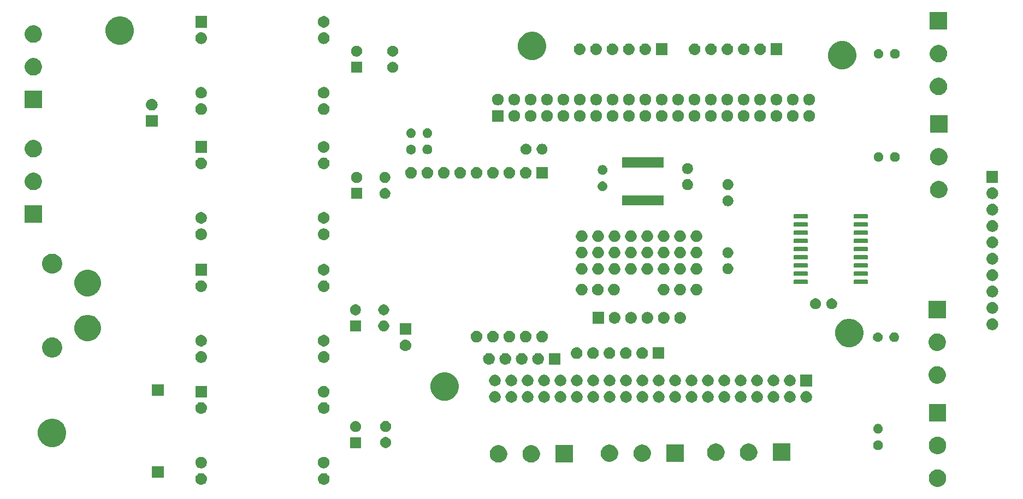
<source format=gbr>
G04 #@! TF.GenerationSoftware,KiCad,Pcbnew,(5.1.4-0-10_14)*
G04 #@! TF.CreationDate,2019-10-14T13:10:31-04:00*
G04 #@! TF.ProjectId,Robot,526f626f-742e-46b6-9963-61645f706362,rev?*
G04 #@! TF.SameCoordinates,Original*
G04 #@! TF.FileFunction,Soldermask,Top*
G04 #@! TF.FilePolarity,Negative*
%FSLAX46Y46*%
G04 Gerber Fmt 4.6, Leading zero omitted, Abs format (unit mm)*
G04 Created by KiCad (PCBNEW (5.1.4-0-10_14)) date 2019-10-14 13:10:31*
%MOMM*%
%LPD*%
G04 APERTURE LIST*
%ADD10C,0.100000*%
G04 APERTURE END LIST*
D10*
G36*
X84544072Y-58710918D02*
G01*
X84789939Y-58812759D01*
X85011212Y-58960610D01*
X85199390Y-59148788D01*
X85347241Y-59370061D01*
X85449082Y-59615928D01*
X85501000Y-59876938D01*
X85501000Y-60143062D01*
X85449082Y-60404072D01*
X85347241Y-60649939D01*
X85199390Y-60871212D01*
X85011212Y-61059390D01*
X84789939Y-61207241D01*
X84789938Y-61207242D01*
X84789937Y-61207242D01*
X84544072Y-61309082D01*
X84283063Y-61361000D01*
X84016937Y-61361000D01*
X83755928Y-61309082D01*
X83510063Y-61207242D01*
X83510062Y-61207242D01*
X83510061Y-61207241D01*
X83288788Y-61059390D01*
X83100610Y-60871212D01*
X82952759Y-60649939D01*
X82850918Y-60404072D01*
X82799000Y-60143062D01*
X82799000Y-59876938D01*
X82850918Y-59615928D01*
X82952759Y-59370061D01*
X83100610Y-59148788D01*
X83288788Y-58960610D01*
X83510061Y-58812759D01*
X83755928Y-58710918D01*
X84016937Y-58659000D01*
X84283063Y-58659000D01*
X84544072Y-58710918D01*
X84544072Y-58710918D01*
G37*
G36*
X-10889557Y-59245519D02*
G01*
X-10823373Y-59252037D01*
X-10653534Y-59303557D01*
X-10497009Y-59387222D01*
X-10461271Y-59416552D01*
X-10359814Y-59499814D01*
X-10276552Y-59601271D01*
X-10247222Y-59637009D01*
X-10163557Y-59793534D01*
X-10112037Y-59963373D01*
X-10094641Y-60140000D01*
X-10112037Y-60316627D01*
X-10163557Y-60486466D01*
X-10247222Y-60642991D01*
X-10276552Y-60678729D01*
X-10359814Y-60780186D01*
X-10461271Y-60863448D01*
X-10497009Y-60892778D01*
X-10653534Y-60976443D01*
X-10823373Y-61027963D01*
X-10889557Y-61034481D01*
X-10955740Y-61041000D01*
X-11044260Y-61041000D01*
X-11110443Y-61034481D01*
X-11176627Y-61027963D01*
X-11346466Y-60976443D01*
X-11502991Y-60892778D01*
X-11538729Y-60863448D01*
X-11640186Y-60780186D01*
X-11723448Y-60678729D01*
X-11752778Y-60642991D01*
X-11836443Y-60486466D01*
X-11887963Y-60316627D01*
X-11905359Y-60140000D01*
X-11887963Y-59963373D01*
X-11836443Y-59793534D01*
X-11752778Y-59637009D01*
X-11723448Y-59601271D01*
X-11640186Y-59499814D01*
X-11538729Y-59416552D01*
X-11502991Y-59387222D01*
X-11346466Y-59303557D01*
X-11176627Y-59252037D01*
X-11110443Y-59245519D01*
X-11044260Y-59239000D01*
X-10955740Y-59239000D01*
X-10889557Y-59245519D01*
X-10889557Y-59245519D01*
G37*
G36*
X-29889557Y-59245519D02*
G01*
X-29823373Y-59252037D01*
X-29653534Y-59303557D01*
X-29497009Y-59387222D01*
X-29461271Y-59416552D01*
X-29359814Y-59499814D01*
X-29276552Y-59601271D01*
X-29247222Y-59637009D01*
X-29163557Y-59793534D01*
X-29112037Y-59963373D01*
X-29094641Y-60140000D01*
X-29112037Y-60316627D01*
X-29163557Y-60486466D01*
X-29247222Y-60642991D01*
X-29276552Y-60678729D01*
X-29359814Y-60780186D01*
X-29461271Y-60863448D01*
X-29497009Y-60892778D01*
X-29653534Y-60976443D01*
X-29823373Y-61027963D01*
X-29889557Y-61034481D01*
X-29955740Y-61041000D01*
X-30044260Y-61041000D01*
X-30110443Y-61034481D01*
X-30176627Y-61027963D01*
X-30346466Y-60976443D01*
X-30502991Y-60892778D01*
X-30538729Y-60863448D01*
X-30640186Y-60780186D01*
X-30723448Y-60678729D01*
X-30752778Y-60642991D01*
X-30836443Y-60486466D01*
X-30887963Y-60316627D01*
X-30905359Y-60140000D01*
X-30887963Y-59963373D01*
X-30836443Y-59793534D01*
X-30752778Y-59637009D01*
X-30723448Y-59601271D01*
X-30640186Y-59499814D01*
X-30538729Y-59416552D01*
X-30502991Y-59387222D01*
X-30346466Y-59303557D01*
X-30176627Y-59252037D01*
X-30110443Y-59245519D01*
X-30044260Y-59239000D01*
X-29955740Y-59239000D01*
X-29889557Y-59245519D01*
X-29889557Y-59245519D01*
G37*
G36*
X-35799000Y-59951000D02*
G01*
X-37601000Y-59951000D01*
X-37601000Y-58149000D01*
X-35799000Y-58149000D01*
X-35799000Y-59951000D01*
X-35799000Y-59951000D01*
G37*
G36*
X-10886488Y-56703927D02*
G01*
X-10737188Y-56733624D01*
X-10573216Y-56801544D01*
X-10425646Y-56900147D01*
X-10300147Y-57025646D01*
X-10201544Y-57173216D01*
X-10133624Y-57337188D01*
X-10103927Y-57486488D01*
X-10101040Y-57501000D01*
X-10099000Y-57511259D01*
X-10099000Y-57688741D01*
X-10133624Y-57862812D01*
X-10201544Y-58026784D01*
X-10300147Y-58174354D01*
X-10425646Y-58299853D01*
X-10573216Y-58398456D01*
X-10737188Y-58466376D01*
X-10886488Y-58496073D01*
X-10911258Y-58501000D01*
X-11088742Y-58501000D01*
X-11113512Y-58496073D01*
X-11262812Y-58466376D01*
X-11426784Y-58398456D01*
X-11574354Y-58299853D01*
X-11699853Y-58174354D01*
X-11798456Y-58026784D01*
X-11866376Y-57862812D01*
X-11901000Y-57688741D01*
X-11901000Y-57511259D01*
X-11898959Y-57501000D01*
X-11896073Y-57486488D01*
X-11866376Y-57337188D01*
X-11798456Y-57173216D01*
X-11699853Y-57025646D01*
X-11574354Y-56900147D01*
X-11426784Y-56801544D01*
X-11262812Y-56733624D01*
X-11113512Y-56703927D01*
X-11088742Y-56699000D01*
X-10911258Y-56699000D01*
X-10886488Y-56703927D01*
X-10886488Y-56703927D01*
G37*
G36*
X-29886488Y-56703927D02*
G01*
X-29737188Y-56733624D01*
X-29573216Y-56801544D01*
X-29425646Y-56900147D01*
X-29300147Y-57025646D01*
X-29201544Y-57173216D01*
X-29133624Y-57337188D01*
X-29103927Y-57486488D01*
X-29101040Y-57501000D01*
X-29099000Y-57511259D01*
X-29099000Y-57688741D01*
X-29133624Y-57862812D01*
X-29201544Y-58026784D01*
X-29300147Y-58174354D01*
X-29425646Y-58299853D01*
X-29573216Y-58398456D01*
X-29737188Y-58466376D01*
X-29886488Y-58496073D01*
X-29911258Y-58501000D01*
X-30088742Y-58501000D01*
X-30113512Y-58496073D01*
X-30262812Y-58466376D01*
X-30426784Y-58398456D01*
X-30574354Y-58299853D01*
X-30699853Y-58174354D01*
X-30798456Y-58026784D01*
X-30866376Y-57862812D01*
X-30901000Y-57688741D01*
X-30901000Y-57511259D01*
X-30898959Y-57501000D01*
X-30896073Y-57486488D01*
X-30866376Y-57337188D01*
X-30798456Y-57173216D01*
X-30699853Y-57025646D01*
X-30574354Y-56900147D01*
X-30426784Y-56801544D01*
X-30262812Y-56733624D01*
X-30113512Y-56703927D01*
X-30088742Y-56699000D01*
X-29911258Y-56699000D01*
X-29886488Y-56703927D01*
X-29886488Y-56703927D01*
G37*
G36*
X27601000Y-57601000D02*
G01*
X24899000Y-57601000D01*
X24899000Y-54899000D01*
X27601000Y-54899000D01*
X27601000Y-57601000D01*
X27601000Y-57601000D01*
G37*
G36*
X21564072Y-54950918D02*
G01*
X21789373Y-55044240D01*
X21809939Y-55052759D01*
X21905209Y-55116417D01*
X22031211Y-55200609D01*
X22219391Y-55388789D01*
X22247346Y-55430627D01*
X22356650Y-55594210D01*
X22367242Y-55610063D01*
X22469082Y-55855928D01*
X22521000Y-56116937D01*
X22521000Y-56383063D01*
X22469082Y-56644072D01*
X22379141Y-56861211D01*
X22367241Y-56889939D01*
X22292813Y-57001328D01*
X22219391Y-57111211D01*
X22031211Y-57299391D01*
X21959597Y-57347242D01*
X21809939Y-57447241D01*
X21809938Y-57447242D01*
X21809937Y-57447242D01*
X21564072Y-57549082D01*
X21303063Y-57601000D01*
X21036937Y-57601000D01*
X20775928Y-57549082D01*
X20530063Y-57447242D01*
X20530062Y-57447242D01*
X20530061Y-57447241D01*
X20380403Y-57347242D01*
X20308789Y-57299391D01*
X20120609Y-57111211D01*
X20047187Y-57001328D01*
X19972759Y-56889939D01*
X19960860Y-56861211D01*
X19870918Y-56644072D01*
X19819000Y-56383063D01*
X19819000Y-56116937D01*
X19870918Y-55855928D01*
X19972758Y-55610063D01*
X19983351Y-55594210D01*
X20092654Y-55430627D01*
X20120609Y-55388789D01*
X20308789Y-55200609D01*
X20434791Y-55116417D01*
X20530061Y-55052759D01*
X20550628Y-55044240D01*
X20775928Y-54950918D01*
X21036937Y-54899000D01*
X21303063Y-54899000D01*
X21564072Y-54950918D01*
X21564072Y-54950918D01*
G37*
G36*
X16484072Y-54950918D02*
G01*
X16709373Y-55044240D01*
X16729939Y-55052759D01*
X16825209Y-55116417D01*
X16951211Y-55200609D01*
X17139391Y-55388789D01*
X17167346Y-55430627D01*
X17276650Y-55594210D01*
X17287242Y-55610063D01*
X17389082Y-55855928D01*
X17441000Y-56116937D01*
X17441000Y-56383063D01*
X17389082Y-56644072D01*
X17299141Y-56861211D01*
X17287241Y-56889939D01*
X17212813Y-57001328D01*
X17139391Y-57111211D01*
X16951211Y-57299391D01*
X16879597Y-57347242D01*
X16729939Y-57447241D01*
X16729938Y-57447242D01*
X16729937Y-57447242D01*
X16484072Y-57549082D01*
X16223063Y-57601000D01*
X15956937Y-57601000D01*
X15695928Y-57549082D01*
X15450063Y-57447242D01*
X15450062Y-57447242D01*
X15450061Y-57447241D01*
X15300403Y-57347242D01*
X15228789Y-57299391D01*
X15040609Y-57111211D01*
X14967187Y-57001328D01*
X14892759Y-56889939D01*
X14880860Y-56861211D01*
X14790918Y-56644072D01*
X14739000Y-56383063D01*
X14739000Y-56116937D01*
X14790918Y-55855928D01*
X14892758Y-55610063D01*
X14903351Y-55594210D01*
X15012654Y-55430627D01*
X15040609Y-55388789D01*
X15228789Y-55200609D01*
X15354791Y-55116417D01*
X15450061Y-55052759D01*
X15470628Y-55044240D01*
X15695928Y-54950918D01*
X15956937Y-54899000D01*
X16223063Y-54899000D01*
X16484072Y-54950918D01*
X16484072Y-54950918D01*
G37*
G36*
X44801000Y-57501000D02*
G01*
X42099000Y-57501000D01*
X42099000Y-54799000D01*
X44801000Y-54799000D01*
X44801000Y-57501000D01*
X44801000Y-57501000D01*
G37*
G36*
X38764072Y-54850918D02*
G01*
X39005495Y-54950918D01*
X39009939Y-54952759D01*
X39121328Y-55027187D01*
X39231211Y-55100609D01*
X39419391Y-55288789D01*
X39467015Y-55360063D01*
X39514165Y-55430627D01*
X39567242Y-55510063D01*
X39669082Y-55755928D01*
X39713532Y-55979391D01*
X39721000Y-56016938D01*
X39721000Y-56283062D01*
X39669082Y-56544072D01*
X39567241Y-56789939D01*
X39419390Y-57011212D01*
X39231212Y-57199390D01*
X39009939Y-57347241D01*
X39009938Y-57347242D01*
X39009937Y-57347242D01*
X38764072Y-57449082D01*
X38503063Y-57501000D01*
X38236937Y-57501000D01*
X37975928Y-57449082D01*
X37730063Y-57347242D01*
X37730062Y-57347242D01*
X37730061Y-57347241D01*
X37508788Y-57199390D01*
X37320610Y-57011212D01*
X37172759Y-56789939D01*
X37070918Y-56544072D01*
X37019000Y-56283062D01*
X37019000Y-56016938D01*
X37026469Y-55979391D01*
X37070918Y-55755928D01*
X37172758Y-55510063D01*
X37225836Y-55430627D01*
X37272985Y-55360063D01*
X37320609Y-55288789D01*
X37508789Y-55100609D01*
X37618672Y-55027187D01*
X37730061Y-54952759D01*
X37734506Y-54950918D01*
X37975928Y-54850918D01*
X38236937Y-54799000D01*
X38503063Y-54799000D01*
X38764072Y-54850918D01*
X38764072Y-54850918D01*
G37*
G36*
X33684072Y-54850918D02*
G01*
X33925495Y-54950918D01*
X33929939Y-54952759D01*
X34041328Y-55027187D01*
X34151211Y-55100609D01*
X34339391Y-55288789D01*
X34387015Y-55360063D01*
X34434165Y-55430627D01*
X34487242Y-55510063D01*
X34589082Y-55755928D01*
X34633532Y-55979391D01*
X34641000Y-56016938D01*
X34641000Y-56283062D01*
X34589082Y-56544072D01*
X34487241Y-56789939D01*
X34339390Y-57011212D01*
X34151212Y-57199390D01*
X33929939Y-57347241D01*
X33929938Y-57347242D01*
X33929937Y-57347242D01*
X33684072Y-57449082D01*
X33423063Y-57501000D01*
X33156937Y-57501000D01*
X32895928Y-57449082D01*
X32650063Y-57347242D01*
X32650062Y-57347242D01*
X32650061Y-57347241D01*
X32428788Y-57199390D01*
X32240610Y-57011212D01*
X32092759Y-56789939D01*
X31990918Y-56544072D01*
X31939000Y-56283062D01*
X31939000Y-56016938D01*
X31946469Y-55979391D01*
X31990918Y-55755928D01*
X32092758Y-55510063D01*
X32145836Y-55430627D01*
X32192985Y-55360063D01*
X32240609Y-55288789D01*
X32428789Y-55100609D01*
X32538672Y-55027187D01*
X32650061Y-54952759D01*
X32654506Y-54950918D01*
X32895928Y-54850918D01*
X33156937Y-54799000D01*
X33423063Y-54799000D01*
X33684072Y-54850918D01*
X33684072Y-54850918D01*
G37*
G36*
X55264072Y-54700918D02*
G01*
X55495884Y-54796937D01*
X55509939Y-54802759D01*
X55582013Y-54850918D01*
X55731211Y-54950609D01*
X55919391Y-55138789D01*
X55960959Y-55201000D01*
X56037981Y-55316270D01*
X56067242Y-55360063D01*
X56169082Y-55605928D01*
X56221000Y-55866937D01*
X56221000Y-56133063D01*
X56191573Y-56281000D01*
X56169082Y-56394072D01*
X56067241Y-56639939D01*
X55992813Y-56751328D01*
X55967014Y-56789939D01*
X55919390Y-56861212D01*
X55731212Y-57049390D01*
X55509939Y-57197241D01*
X55509938Y-57197242D01*
X55509937Y-57197242D01*
X55264072Y-57299082D01*
X55003063Y-57351000D01*
X54736937Y-57351000D01*
X54475928Y-57299082D01*
X54230063Y-57197242D01*
X54230062Y-57197242D01*
X54230061Y-57197241D01*
X54008788Y-57049390D01*
X53820610Y-56861212D01*
X53772987Y-56789939D01*
X53747187Y-56751328D01*
X53672759Y-56639939D01*
X53570918Y-56394072D01*
X53548427Y-56281000D01*
X53519000Y-56133063D01*
X53519000Y-55866937D01*
X53570918Y-55605928D01*
X53672758Y-55360063D01*
X53702020Y-55316270D01*
X53779041Y-55201000D01*
X53820609Y-55138789D01*
X54008789Y-54950609D01*
X54157987Y-54850918D01*
X54230061Y-54802759D01*
X54244117Y-54796937D01*
X54475928Y-54700918D01*
X54736937Y-54649000D01*
X55003063Y-54649000D01*
X55264072Y-54700918D01*
X55264072Y-54700918D01*
G37*
G36*
X50184072Y-54700918D02*
G01*
X50415884Y-54796937D01*
X50429939Y-54802759D01*
X50502013Y-54850918D01*
X50651211Y-54950609D01*
X50839391Y-55138789D01*
X50880959Y-55201000D01*
X50957981Y-55316270D01*
X50987242Y-55360063D01*
X51089082Y-55605928D01*
X51141000Y-55866937D01*
X51141000Y-56133063D01*
X51111573Y-56281000D01*
X51089082Y-56394072D01*
X50987241Y-56639939D01*
X50912813Y-56751328D01*
X50887014Y-56789939D01*
X50839390Y-56861212D01*
X50651212Y-57049390D01*
X50429939Y-57197241D01*
X50429938Y-57197242D01*
X50429937Y-57197242D01*
X50184072Y-57299082D01*
X49923063Y-57351000D01*
X49656937Y-57351000D01*
X49395928Y-57299082D01*
X49150063Y-57197242D01*
X49150062Y-57197242D01*
X49150061Y-57197241D01*
X48928788Y-57049390D01*
X48740610Y-56861212D01*
X48692987Y-56789939D01*
X48667187Y-56751328D01*
X48592759Y-56639939D01*
X48490918Y-56394072D01*
X48468427Y-56281000D01*
X48439000Y-56133063D01*
X48439000Y-55866937D01*
X48490918Y-55605928D01*
X48592758Y-55360063D01*
X48622020Y-55316270D01*
X48699041Y-55201000D01*
X48740609Y-55138789D01*
X48928789Y-54950609D01*
X49077987Y-54850918D01*
X49150061Y-54802759D01*
X49164117Y-54796937D01*
X49395928Y-54700918D01*
X49656937Y-54649000D01*
X49923063Y-54649000D01*
X50184072Y-54700918D01*
X50184072Y-54700918D01*
G37*
G36*
X61301000Y-57351000D02*
G01*
X58599000Y-57351000D01*
X58599000Y-54649000D01*
X61301000Y-54649000D01*
X61301000Y-57351000D01*
X61301000Y-57351000D01*
G37*
G36*
X84544072Y-53630918D02*
G01*
X84650931Y-53675180D01*
X84789939Y-53732759D01*
X85011212Y-53880610D01*
X85199390Y-54068788D01*
X85333547Y-54269566D01*
X85347242Y-54290063D01*
X85449082Y-54535928D01*
X85501000Y-54796937D01*
X85501000Y-55063063D01*
X85449082Y-55324072D01*
X85422276Y-55388789D01*
X85347241Y-55569939D01*
X85272813Y-55681328D01*
X85199391Y-55791211D01*
X85011211Y-55979391D01*
X84955018Y-56016938D01*
X84789939Y-56127241D01*
X84789938Y-56127242D01*
X84789937Y-56127242D01*
X84544072Y-56229082D01*
X84283063Y-56281000D01*
X84016937Y-56281000D01*
X83755928Y-56229082D01*
X83510063Y-56127242D01*
X83510062Y-56127242D01*
X83510061Y-56127241D01*
X83344982Y-56016938D01*
X83288789Y-55979391D01*
X83100609Y-55791211D01*
X83027187Y-55681328D01*
X82952759Y-55569939D01*
X82877725Y-55388789D01*
X82850918Y-55324072D01*
X82799000Y-55063063D01*
X82799000Y-54796937D01*
X82850918Y-54535928D01*
X82952758Y-54290063D01*
X82966454Y-54269566D01*
X83100610Y-54068788D01*
X83288788Y-53880610D01*
X83510061Y-53732759D01*
X83649070Y-53675180D01*
X83755928Y-53630918D01*
X84016937Y-53579000D01*
X84283063Y-53579000D01*
X84544072Y-53630918D01*
X84544072Y-53630918D01*
G37*
G36*
X75006205Y-54149642D02*
G01*
X75079762Y-54156887D01*
X75221326Y-54199830D01*
X75351792Y-54269566D01*
X75376765Y-54290061D01*
X75466147Y-54363413D01*
X75535548Y-54447980D01*
X75559994Y-54477768D01*
X75629730Y-54608234D01*
X75672673Y-54749798D01*
X75687173Y-54897020D01*
X75672673Y-55044242D01*
X75629730Y-55185806D01*
X75559994Y-55316272D01*
X75535548Y-55346060D01*
X75466147Y-55430627D01*
X75381580Y-55500028D01*
X75351792Y-55524474D01*
X75221326Y-55594210D01*
X75079762Y-55637153D01*
X75006205Y-55644398D01*
X74969428Y-55648020D01*
X74895652Y-55648020D01*
X74858875Y-55644398D01*
X74785318Y-55637153D01*
X74643754Y-55594210D01*
X74513288Y-55524474D01*
X74483500Y-55500028D01*
X74398933Y-55430627D01*
X74329532Y-55346060D01*
X74305086Y-55316272D01*
X74235350Y-55185806D01*
X74192407Y-55044242D01*
X74177907Y-54897020D01*
X74192407Y-54749798D01*
X74235350Y-54608234D01*
X74305086Y-54477768D01*
X74329532Y-54447980D01*
X74398933Y-54363413D01*
X74488315Y-54290061D01*
X74513288Y-54269566D01*
X74643754Y-54199830D01*
X74785318Y-54156887D01*
X74858875Y-54149642D01*
X74895652Y-54146020D01*
X74969428Y-54146020D01*
X75006205Y-54149642D01*
X75006205Y-54149642D01*
G37*
G36*
X-5199280Y-55377180D02*
G01*
X-6901280Y-55377180D01*
X-6901280Y-53675180D01*
X-5199280Y-53675180D01*
X-5199280Y-55377180D01*
X-5199280Y-55377180D01*
G37*
G36*
X-1153852Y-53677403D02*
G01*
X-998980Y-53741553D01*
X-859599Y-53834685D01*
X-741065Y-53953219D01*
X-647933Y-54092600D01*
X-583783Y-54247472D01*
X-551080Y-54411884D01*
X-551080Y-54579516D01*
X-583783Y-54743928D01*
X-647933Y-54898800D01*
X-741065Y-55038181D01*
X-859599Y-55156715D01*
X-998980Y-55249847D01*
X-1153852Y-55313997D01*
X-1318264Y-55346700D01*
X-1485896Y-55346700D01*
X-1650308Y-55313997D01*
X-1805180Y-55249847D01*
X-1944561Y-55156715D01*
X-2063095Y-55038181D01*
X-2156227Y-54898800D01*
X-2220377Y-54743928D01*
X-2253080Y-54579516D01*
X-2253080Y-54411884D01*
X-2220377Y-54247472D01*
X-2156227Y-54092600D01*
X-2063095Y-53953219D01*
X-1944561Y-53834685D01*
X-1805180Y-53741553D01*
X-1650308Y-53677403D01*
X-1485896Y-53644700D01*
X-1318264Y-53644700D01*
X-1153852Y-53677403D01*
X-1153852Y-53677403D01*
G37*
G36*
X-52457993Y-50883582D02*
G01*
X-52057437Y-51049498D01*
X-52057435Y-51049499D01*
X-51696944Y-51290371D01*
X-51390371Y-51596944D01*
X-51149499Y-51957435D01*
X-51149498Y-51957437D01*
X-50983582Y-52357993D01*
X-50899000Y-52783219D01*
X-50899000Y-53216781D01*
X-50983582Y-53642007D01*
X-51112491Y-53953220D01*
X-51149499Y-54042565D01*
X-51390371Y-54403056D01*
X-51696944Y-54709629D01*
X-52057435Y-54950501D01*
X-52057436Y-54950502D01*
X-52057437Y-54950502D01*
X-52457993Y-55116418D01*
X-52883219Y-55201000D01*
X-53316781Y-55201000D01*
X-53742007Y-55116418D01*
X-54142563Y-54950502D01*
X-54142564Y-54950502D01*
X-54142565Y-54950501D01*
X-54503056Y-54709629D01*
X-54809629Y-54403056D01*
X-55050501Y-54042565D01*
X-55087509Y-53953220D01*
X-55216418Y-53642007D01*
X-55301000Y-53216781D01*
X-55301000Y-52783219D01*
X-55216418Y-52357993D01*
X-55050502Y-51957437D01*
X-55050501Y-51957435D01*
X-54809629Y-51596944D01*
X-54503056Y-51290371D01*
X-54142565Y-51049499D01*
X-54142563Y-51049498D01*
X-53742007Y-50883582D01*
X-53316781Y-50799000D01*
X-52883219Y-50799000D01*
X-52457993Y-50883582D01*
X-52457993Y-50883582D01*
G37*
G36*
X75151599Y-51634880D02*
G01*
X75288272Y-51691492D01*
X75411275Y-51773680D01*
X75515880Y-51878285D01*
X75598068Y-52001288D01*
X75598069Y-52001290D01*
X75654680Y-52137961D01*
X75681821Y-52274408D01*
X75683540Y-52283053D01*
X75683540Y-52430987D01*
X75654680Y-52576079D01*
X75598068Y-52712752D01*
X75515880Y-52835755D01*
X75411275Y-52940360D01*
X75288272Y-53022548D01*
X75288271Y-53022549D01*
X75288270Y-53022549D01*
X75151599Y-53079160D01*
X75006508Y-53108020D01*
X74858572Y-53108020D01*
X74713481Y-53079160D01*
X74576810Y-53022549D01*
X74576809Y-53022549D01*
X74576808Y-53022548D01*
X74453805Y-52940360D01*
X74349200Y-52835755D01*
X74267012Y-52712752D01*
X74210400Y-52576079D01*
X74181540Y-52430987D01*
X74181540Y-52283053D01*
X74183260Y-52274408D01*
X74210400Y-52137961D01*
X74267011Y-52001290D01*
X74267012Y-52001288D01*
X74349200Y-51878285D01*
X74453805Y-51773680D01*
X74576808Y-51691492D01*
X74713481Y-51634880D01*
X74858572Y-51606020D01*
X75006508Y-51606020D01*
X75151599Y-51634880D01*
X75151599Y-51634880D01*
G37*
G36*
X-5802052Y-51207883D02*
G01*
X-5647180Y-51272033D01*
X-5507799Y-51365165D01*
X-5389265Y-51483699D01*
X-5296133Y-51623080D01*
X-5231983Y-51777952D01*
X-5199280Y-51942364D01*
X-5199280Y-52109996D01*
X-5231983Y-52274408D01*
X-5296133Y-52429280D01*
X-5389265Y-52568661D01*
X-5507799Y-52687195D01*
X-5647180Y-52780327D01*
X-5802052Y-52844477D01*
X-5966464Y-52877180D01*
X-6134096Y-52877180D01*
X-6298508Y-52844477D01*
X-6453380Y-52780327D01*
X-6592761Y-52687195D01*
X-6711295Y-52568661D01*
X-6804427Y-52429280D01*
X-6868577Y-52274408D01*
X-6901280Y-52109996D01*
X-6901280Y-51942364D01*
X-6868577Y-51777952D01*
X-6804427Y-51623080D01*
X-6711295Y-51483699D01*
X-6592761Y-51365165D01*
X-6453380Y-51272033D01*
X-6298508Y-51207883D01*
X-6134096Y-51175180D01*
X-5966464Y-51175180D01*
X-5802052Y-51207883D01*
X-5802052Y-51207883D01*
G37*
G36*
X-1153852Y-51177403D02*
G01*
X-998980Y-51241553D01*
X-859599Y-51334685D01*
X-741065Y-51453219D01*
X-647933Y-51592600D01*
X-583783Y-51747472D01*
X-551080Y-51911884D01*
X-551080Y-52079516D01*
X-583783Y-52243928D01*
X-647933Y-52398800D01*
X-741065Y-52538181D01*
X-859599Y-52656715D01*
X-998980Y-52749847D01*
X-1153852Y-52813997D01*
X-1318264Y-52846700D01*
X-1485896Y-52846700D01*
X-1650308Y-52813997D01*
X-1805180Y-52749847D01*
X-1944561Y-52656715D01*
X-2063095Y-52538181D01*
X-2156227Y-52398800D01*
X-2220377Y-52243928D01*
X-2253080Y-52079516D01*
X-2253080Y-51911884D01*
X-2220377Y-51747472D01*
X-2156227Y-51592600D01*
X-2063095Y-51453219D01*
X-1944561Y-51334685D01*
X-1805180Y-51241553D01*
X-1650308Y-51177403D01*
X-1485896Y-51144700D01*
X-1318264Y-51144700D01*
X-1153852Y-51177403D01*
X-1153852Y-51177403D01*
G37*
G36*
X85501000Y-51201000D02*
G01*
X82799000Y-51201000D01*
X82799000Y-48499000D01*
X85501000Y-48499000D01*
X85501000Y-51201000D01*
X85501000Y-51201000D01*
G37*
G36*
X-10889557Y-48245519D02*
G01*
X-10823373Y-48252037D01*
X-10653534Y-48303557D01*
X-10497009Y-48387222D01*
X-10461271Y-48416552D01*
X-10359814Y-48499814D01*
X-10276552Y-48601271D01*
X-10247222Y-48637009D01*
X-10163557Y-48793534D01*
X-10112037Y-48963373D01*
X-10094641Y-49140000D01*
X-10112037Y-49316627D01*
X-10163557Y-49486466D01*
X-10247222Y-49642991D01*
X-10276552Y-49678729D01*
X-10359814Y-49780186D01*
X-10461271Y-49863448D01*
X-10497009Y-49892778D01*
X-10653534Y-49976443D01*
X-10823373Y-50027963D01*
X-10889558Y-50034482D01*
X-10955740Y-50041000D01*
X-11044260Y-50041000D01*
X-11110442Y-50034482D01*
X-11176627Y-50027963D01*
X-11346466Y-49976443D01*
X-11502991Y-49892778D01*
X-11538729Y-49863448D01*
X-11640186Y-49780186D01*
X-11723448Y-49678729D01*
X-11752778Y-49642991D01*
X-11836443Y-49486466D01*
X-11887963Y-49316627D01*
X-11905359Y-49140000D01*
X-11887963Y-48963373D01*
X-11836443Y-48793534D01*
X-11752778Y-48637009D01*
X-11723448Y-48601271D01*
X-11640186Y-48499814D01*
X-11538729Y-48416552D01*
X-11502991Y-48387222D01*
X-11346466Y-48303557D01*
X-11176627Y-48252037D01*
X-11110443Y-48245519D01*
X-11044260Y-48239000D01*
X-10955740Y-48239000D01*
X-10889557Y-48245519D01*
X-10889557Y-48245519D01*
G37*
G36*
X-29889557Y-48245519D02*
G01*
X-29823373Y-48252037D01*
X-29653534Y-48303557D01*
X-29497009Y-48387222D01*
X-29461271Y-48416552D01*
X-29359814Y-48499814D01*
X-29276552Y-48601271D01*
X-29247222Y-48637009D01*
X-29163557Y-48793534D01*
X-29112037Y-48963373D01*
X-29094641Y-49140000D01*
X-29112037Y-49316627D01*
X-29163557Y-49486466D01*
X-29247222Y-49642991D01*
X-29276552Y-49678729D01*
X-29359814Y-49780186D01*
X-29461271Y-49863448D01*
X-29497009Y-49892778D01*
X-29653534Y-49976443D01*
X-29823373Y-50027963D01*
X-29889558Y-50034482D01*
X-29955740Y-50041000D01*
X-30044260Y-50041000D01*
X-30110442Y-50034482D01*
X-30176627Y-50027963D01*
X-30346466Y-49976443D01*
X-30502991Y-49892778D01*
X-30538729Y-49863448D01*
X-30640186Y-49780186D01*
X-30723448Y-49678729D01*
X-30752778Y-49642991D01*
X-30836443Y-49486466D01*
X-30887963Y-49316627D01*
X-30905359Y-49140000D01*
X-30887963Y-48963373D01*
X-30836443Y-48793534D01*
X-30752778Y-48637009D01*
X-30723448Y-48601271D01*
X-30640186Y-48499814D01*
X-30538729Y-48416552D01*
X-30502991Y-48387222D01*
X-30346466Y-48303557D01*
X-30176627Y-48252037D01*
X-30110443Y-48245519D01*
X-30044260Y-48239000D01*
X-29955740Y-48239000D01*
X-29889557Y-48245519D01*
X-29889557Y-48245519D01*
G37*
G36*
X51213512Y-46513927D02*
G01*
X51362812Y-46543624D01*
X51526784Y-46611544D01*
X51674354Y-46710147D01*
X51799853Y-46835646D01*
X51898456Y-46983216D01*
X51966376Y-47147188D01*
X51978248Y-47206876D01*
X52001000Y-47321258D01*
X52001000Y-47498742D01*
X51996073Y-47523512D01*
X51966376Y-47672812D01*
X51898456Y-47836784D01*
X51799853Y-47984354D01*
X51674354Y-48109853D01*
X51526784Y-48208456D01*
X51362812Y-48276376D01*
X51226160Y-48303557D01*
X51188742Y-48311000D01*
X51011258Y-48311000D01*
X50973840Y-48303557D01*
X50837188Y-48276376D01*
X50673216Y-48208456D01*
X50525646Y-48109853D01*
X50400147Y-47984354D01*
X50301544Y-47836784D01*
X50233624Y-47672812D01*
X50203927Y-47523512D01*
X50199000Y-47498742D01*
X50199000Y-47321258D01*
X50221752Y-47206876D01*
X50233624Y-47147188D01*
X50301544Y-46983216D01*
X50400147Y-46835646D01*
X50525646Y-46710147D01*
X50673216Y-46611544D01*
X50837188Y-46543624D01*
X50986488Y-46513927D01*
X51011258Y-46509000D01*
X51188742Y-46509000D01*
X51213512Y-46513927D01*
X51213512Y-46513927D01*
G37*
G36*
X41053512Y-46513927D02*
G01*
X41202812Y-46543624D01*
X41366784Y-46611544D01*
X41514354Y-46710147D01*
X41639853Y-46835646D01*
X41738456Y-46983216D01*
X41806376Y-47147188D01*
X41818248Y-47206876D01*
X41841000Y-47321258D01*
X41841000Y-47498742D01*
X41836073Y-47523512D01*
X41806376Y-47672812D01*
X41738456Y-47836784D01*
X41639853Y-47984354D01*
X41514354Y-48109853D01*
X41366784Y-48208456D01*
X41202812Y-48276376D01*
X41066160Y-48303557D01*
X41028742Y-48311000D01*
X40851258Y-48311000D01*
X40813840Y-48303557D01*
X40677188Y-48276376D01*
X40513216Y-48208456D01*
X40365646Y-48109853D01*
X40240147Y-47984354D01*
X40141544Y-47836784D01*
X40073624Y-47672812D01*
X40043927Y-47523512D01*
X40039000Y-47498742D01*
X40039000Y-47321258D01*
X40061752Y-47206876D01*
X40073624Y-47147188D01*
X40141544Y-46983216D01*
X40240147Y-46835646D01*
X40365646Y-46710147D01*
X40513216Y-46611544D01*
X40677188Y-46543624D01*
X40826488Y-46513927D01*
X40851258Y-46509000D01*
X41028742Y-46509000D01*
X41053512Y-46513927D01*
X41053512Y-46513927D01*
G37*
G36*
X48673512Y-46513927D02*
G01*
X48822812Y-46543624D01*
X48986784Y-46611544D01*
X49134354Y-46710147D01*
X49259853Y-46835646D01*
X49358456Y-46983216D01*
X49426376Y-47147188D01*
X49438248Y-47206876D01*
X49461000Y-47321258D01*
X49461000Y-47498742D01*
X49456073Y-47523512D01*
X49426376Y-47672812D01*
X49358456Y-47836784D01*
X49259853Y-47984354D01*
X49134354Y-48109853D01*
X48986784Y-48208456D01*
X48822812Y-48276376D01*
X48686160Y-48303557D01*
X48648742Y-48311000D01*
X48471258Y-48311000D01*
X48433840Y-48303557D01*
X48297188Y-48276376D01*
X48133216Y-48208456D01*
X47985646Y-48109853D01*
X47860147Y-47984354D01*
X47761544Y-47836784D01*
X47693624Y-47672812D01*
X47663927Y-47523512D01*
X47659000Y-47498742D01*
X47659000Y-47321258D01*
X47681752Y-47206876D01*
X47693624Y-47147188D01*
X47761544Y-46983216D01*
X47860147Y-46835646D01*
X47985646Y-46710147D01*
X48133216Y-46611544D01*
X48297188Y-46543624D01*
X48446488Y-46513927D01*
X48471258Y-46509000D01*
X48648742Y-46509000D01*
X48673512Y-46513927D01*
X48673512Y-46513927D01*
G37*
G36*
X63913512Y-46513927D02*
G01*
X64062812Y-46543624D01*
X64226784Y-46611544D01*
X64374354Y-46710147D01*
X64499853Y-46835646D01*
X64598456Y-46983216D01*
X64666376Y-47147188D01*
X64678248Y-47206876D01*
X64701000Y-47321258D01*
X64701000Y-47498742D01*
X64696073Y-47523512D01*
X64666376Y-47672812D01*
X64598456Y-47836784D01*
X64499853Y-47984354D01*
X64374354Y-48109853D01*
X64226784Y-48208456D01*
X64062812Y-48276376D01*
X63926160Y-48303557D01*
X63888742Y-48311000D01*
X63711258Y-48311000D01*
X63673840Y-48303557D01*
X63537188Y-48276376D01*
X63373216Y-48208456D01*
X63225646Y-48109853D01*
X63100147Y-47984354D01*
X63001544Y-47836784D01*
X62933624Y-47672812D01*
X62903927Y-47523512D01*
X62899000Y-47498742D01*
X62899000Y-47321258D01*
X62921752Y-47206876D01*
X62933624Y-47147188D01*
X63001544Y-46983216D01*
X63100147Y-46835646D01*
X63225646Y-46710147D01*
X63373216Y-46611544D01*
X63537188Y-46543624D01*
X63686488Y-46513927D01*
X63711258Y-46509000D01*
X63888742Y-46509000D01*
X63913512Y-46513927D01*
X63913512Y-46513927D01*
G37*
G36*
X46133512Y-46513927D02*
G01*
X46282812Y-46543624D01*
X46446784Y-46611544D01*
X46594354Y-46710147D01*
X46719853Y-46835646D01*
X46818456Y-46983216D01*
X46886376Y-47147188D01*
X46898248Y-47206876D01*
X46921000Y-47321258D01*
X46921000Y-47498742D01*
X46916073Y-47523512D01*
X46886376Y-47672812D01*
X46818456Y-47836784D01*
X46719853Y-47984354D01*
X46594354Y-48109853D01*
X46446784Y-48208456D01*
X46282812Y-48276376D01*
X46146160Y-48303557D01*
X46108742Y-48311000D01*
X45931258Y-48311000D01*
X45893840Y-48303557D01*
X45757188Y-48276376D01*
X45593216Y-48208456D01*
X45445646Y-48109853D01*
X45320147Y-47984354D01*
X45221544Y-47836784D01*
X45153624Y-47672812D01*
X45123927Y-47523512D01*
X45119000Y-47498742D01*
X45119000Y-47321258D01*
X45141752Y-47206876D01*
X45153624Y-47147188D01*
X45221544Y-46983216D01*
X45320147Y-46835646D01*
X45445646Y-46710147D01*
X45593216Y-46611544D01*
X45757188Y-46543624D01*
X45906488Y-46513927D01*
X45931258Y-46509000D01*
X46108742Y-46509000D01*
X46133512Y-46513927D01*
X46133512Y-46513927D01*
G37*
G36*
X43593512Y-46513927D02*
G01*
X43742812Y-46543624D01*
X43906784Y-46611544D01*
X44054354Y-46710147D01*
X44179853Y-46835646D01*
X44278456Y-46983216D01*
X44346376Y-47147188D01*
X44358248Y-47206876D01*
X44381000Y-47321258D01*
X44381000Y-47498742D01*
X44376073Y-47523512D01*
X44346376Y-47672812D01*
X44278456Y-47836784D01*
X44179853Y-47984354D01*
X44054354Y-48109853D01*
X43906784Y-48208456D01*
X43742812Y-48276376D01*
X43606160Y-48303557D01*
X43568742Y-48311000D01*
X43391258Y-48311000D01*
X43353840Y-48303557D01*
X43217188Y-48276376D01*
X43053216Y-48208456D01*
X42905646Y-48109853D01*
X42780147Y-47984354D01*
X42681544Y-47836784D01*
X42613624Y-47672812D01*
X42583927Y-47523512D01*
X42579000Y-47498742D01*
X42579000Y-47321258D01*
X42601752Y-47206876D01*
X42613624Y-47147188D01*
X42681544Y-46983216D01*
X42780147Y-46835646D01*
X42905646Y-46710147D01*
X43053216Y-46611544D01*
X43217188Y-46543624D01*
X43366488Y-46513927D01*
X43391258Y-46509000D01*
X43568742Y-46509000D01*
X43593512Y-46513927D01*
X43593512Y-46513927D01*
G37*
G36*
X38513512Y-46513927D02*
G01*
X38662812Y-46543624D01*
X38826784Y-46611544D01*
X38974354Y-46710147D01*
X39099853Y-46835646D01*
X39198456Y-46983216D01*
X39266376Y-47147188D01*
X39278248Y-47206876D01*
X39301000Y-47321258D01*
X39301000Y-47498742D01*
X39296073Y-47523512D01*
X39266376Y-47672812D01*
X39198456Y-47836784D01*
X39099853Y-47984354D01*
X38974354Y-48109853D01*
X38826784Y-48208456D01*
X38662812Y-48276376D01*
X38526160Y-48303557D01*
X38488742Y-48311000D01*
X38311258Y-48311000D01*
X38273840Y-48303557D01*
X38137188Y-48276376D01*
X37973216Y-48208456D01*
X37825646Y-48109853D01*
X37700147Y-47984354D01*
X37601544Y-47836784D01*
X37533624Y-47672812D01*
X37503927Y-47523512D01*
X37499000Y-47498742D01*
X37499000Y-47321258D01*
X37521752Y-47206876D01*
X37533624Y-47147188D01*
X37601544Y-46983216D01*
X37700147Y-46835646D01*
X37825646Y-46710147D01*
X37973216Y-46611544D01*
X38137188Y-46543624D01*
X38286488Y-46513927D01*
X38311258Y-46509000D01*
X38488742Y-46509000D01*
X38513512Y-46513927D01*
X38513512Y-46513927D01*
G37*
G36*
X35973512Y-46513927D02*
G01*
X36122812Y-46543624D01*
X36286784Y-46611544D01*
X36434354Y-46710147D01*
X36559853Y-46835646D01*
X36658456Y-46983216D01*
X36726376Y-47147188D01*
X36738248Y-47206876D01*
X36761000Y-47321258D01*
X36761000Y-47498742D01*
X36756073Y-47523512D01*
X36726376Y-47672812D01*
X36658456Y-47836784D01*
X36559853Y-47984354D01*
X36434354Y-48109853D01*
X36286784Y-48208456D01*
X36122812Y-48276376D01*
X35986160Y-48303557D01*
X35948742Y-48311000D01*
X35771258Y-48311000D01*
X35733840Y-48303557D01*
X35597188Y-48276376D01*
X35433216Y-48208456D01*
X35285646Y-48109853D01*
X35160147Y-47984354D01*
X35061544Y-47836784D01*
X34993624Y-47672812D01*
X34963927Y-47523512D01*
X34959000Y-47498742D01*
X34959000Y-47321258D01*
X34981752Y-47206876D01*
X34993624Y-47147188D01*
X35061544Y-46983216D01*
X35160147Y-46835646D01*
X35285646Y-46710147D01*
X35433216Y-46611544D01*
X35597188Y-46543624D01*
X35746488Y-46513927D01*
X35771258Y-46509000D01*
X35948742Y-46509000D01*
X35973512Y-46513927D01*
X35973512Y-46513927D01*
G37*
G36*
X33433512Y-46513927D02*
G01*
X33582812Y-46543624D01*
X33746784Y-46611544D01*
X33894354Y-46710147D01*
X34019853Y-46835646D01*
X34118456Y-46983216D01*
X34186376Y-47147188D01*
X34198248Y-47206876D01*
X34221000Y-47321258D01*
X34221000Y-47498742D01*
X34216073Y-47523512D01*
X34186376Y-47672812D01*
X34118456Y-47836784D01*
X34019853Y-47984354D01*
X33894354Y-48109853D01*
X33746784Y-48208456D01*
X33582812Y-48276376D01*
X33446160Y-48303557D01*
X33408742Y-48311000D01*
X33231258Y-48311000D01*
X33193840Y-48303557D01*
X33057188Y-48276376D01*
X32893216Y-48208456D01*
X32745646Y-48109853D01*
X32620147Y-47984354D01*
X32521544Y-47836784D01*
X32453624Y-47672812D01*
X32423927Y-47523512D01*
X32419000Y-47498742D01*
X32419000Y-47321258D01*
X32441752Y-47206876D01*
X32453624Y-47147188D01*
X32521544Y-46983216D01*
X32620147Y-46835646D01*
X32745646Y-46710147D01*
X32893216Y-46611544D01*
X33057188Y-46543624D01*
X33206488Y-46513927D01*
X33231258Y-46509000D01*
X33408742Y-46509000D01*
X33433512Y-46513927D01*
X33433512Y-46513927D01*
G37*
G36*
X30893512Y-46513927D02*
G01*
X31042812Y-46543624D01*
X31206784Y-46611544D01*
X31354354Y-46710147D01*
X31479853Y-46835646D01*
X31578456Y-46983216D01*
X31646376Y-47147188D01*
X31658248Y-47206876D01*
X31681000Y-47321258D01*
X31681000Y-47498742D01*
X31676073Y-47523512D01*
X31646376Y-47672812D01*
X31578456Y-47836784D01*
X31479853Y-47984354D01*
X31354354Y-48109853D01*
X31206784Y-48208456D01*
X31042812Y-48276376D01*
X30906160Y-48303557D01*
X30868742Y-48311000D01*
X30691258Y-48311000D01*
X30653840Y-48303557D01*
X30517188Y-48276376D01*
X30353216Y-48208456D01*
X30205646Y-48109853D01*
X30080147Y-47984354D01*
X29981544Y-47836784D01*
X29913624Y-47672812D01*
X29883927Y-47523512D01*
X29879000Y-47498742D01*
X29879000Y-47321258D01*
X29901752Y-47206876D01*
X29913624Y-47147188D01*
X29981544Y-46983216D01*
X30080147Y-46835646D01*
X30205646Y-46710147D01*
X30353216Y-46611544D01*
X30517188Y-46543624D01*
X30666488Y-46513927D01*
X30691258Y-46509000D01*
X30868742Y-46509000D01*
X30893512Y-46513927D01*
X30893512Y-46513927D01*
G37*
G36*
X53753512Y-46513927D02*
G01*
X53902812Y-46543624D01*
X54066784Y-46611544D01*
X54214354Y-46710147D01*
X54339853Y-46835646D01*
X54438456Y-46983216D01*
X54506376Y-47147188D01*
X54518248Y-47206876D01*
X54541000Y-47321258D01*
X54541000Y-47498742D01*
X54536073Y-47523512D01*
X54506376Y-47672812D01*
X54438456Y-47836784D01*
X54339853Y-47984354D01*
X54214354Y-48109853D01*
X54066784Y-48208456D01*
X53902812Y-48276376D01*
X53766160Y-48303557D01*
X53728742Y-48311000D01*
X53551258Y-48311000D01*
X53513840Y-48303557D01*
X53377188Y-48276376D01*
X53213216Y-48208456D01*
X53065646Y-48109853D01*
X52940147Y-47984354D01*
X52841544Y-47836784D01*
X52773624Y-47672812D01*
X52743927Y-47523512D01*
X52739000Y-47498742D01*
X52739000Y-47321258D01*
X52761752Y-47206876D01*
X52773624Y-47147188D01*
X52841544Y-46983216D01*
X52940147Y-46835646D01*
X53065646Y-46710147D01*
X53213216Y-46611544D01*
X53377188Y-46543624D01*
X53526488Y-46513927D01*
X53551258Y-46509000D01*
X53728742Y-46509000D01*
X53753512Y-46513927D01*
X53753512Y-46513927D01*
G37*
G36*
X28353512Y-46513927D02*
G01*
X28502812Y-46543624D01*
X28666784Y-46611544D01*
X28814354Y-46710147D01*
X28939853Y-46835646D01*
X29038456Y-46983216D01*
X29106376Y-47147188D01*
X29118248Y-47206876D01*
X29141000Y-47321258D01*
X29141000Y-47498742D01*
X29136073Y-47523512D01*
X29106376Y-47672812D01*
X29038456Y-47836784D01*
X28939853Y-47984354D01*
X28814354Y-48109853D01*
X28666784Y-48208456D01*
X28502812Y-48276376D01*
X28366160Y-48303557D01*
X28328742Y-48311000D01*
X28151258Y-48311000D01*
X28113840Y-48303557D01*
X27977188Y-48276376D01*
X27813216Y-48208456D01*
X27665646Y-48109853D01*
X27540147Y-47984354D01*
X27441544Y-47836784D01*
X27373624Y-47672812D01*
X27343927Y-47523512D01*
X27339000Y-47498742D01*
X27339000Y-47321258D01*
X27361752Y-47206876D01*
X27373624Y-47147188D01*
X27441544Y-46983216D01*
X27540147Y-46835646D01*
X27665646Y-46710147D01*
X27813216Y-46611544D01*
X27977188Y-46543624D01*
X28126488Y-46513927D01*
X28151258Y-46509000D01*
X28328742Y-46509000D01*
X28353512Y-46513927D01*
X28353512Y-46513927D01*
G37*
G36*
X15653512Y-46513927D02*
G01*
X15802812Y-46543624D01*
X15966784Y-46611544D01*
X16114354Y-46710147D01*
X16239853Y-46835646D01*
X16338456Y-46983216D01*
X16406376Y-47147188D01*
X16418248Y-47206876D01*
X16441000Y-47321258D01*
X16441000Y-47498742D01*
X16436073Y-47523512D01*
X16406376Y-47672812D01*
X16338456Y-47836784D01*
X16239853Y-47984354D01*
X16114354Y-48109853D01*
X15966784Y-48208456D01*
X15802812Y-48276376D01*
X15666160Y-48303557D01*
X15628742Y-48311000D01*
X15451258Y-48311000D01*
X15413840Y-48303557D01*
X15277188Y-48276376D01*
X15113216Y-48208456D01*
X14965646Y-48109853D01*
X14840147Y-47984354D01*
X14741544Y-47836784D01*
X14673624Y-47672812D01*
X14643927Y-47523512D01*
X14639000Y-47498742D01*
X14639000Y-47321258D01*
X14661752Y-47206876D01*
X14673624Y-47147188D01*
X14741544Y-46983216D01*
X14840147Y-46835646D01*
X14965646Y-46710147D01*
X15113216Y-46611544D01*
X15277188Y-46543624D01*
X15426488Y-46513927D01*
X15451258Y-46509000D01*
X15628742Y-46509000D01*
X15653512Y-46513927D01*
X15653512Y-46513927D01*
G37*
G36*
X18193512Y-46513927D02*
G01*
X18342812Y-46543624D01*
X18506784Y-46611544D01*
X18654354Y-46710147D01*
X18779853Y-46835646D01*
X18878456Y-46983216D01*
X18946376Y-47147188D01*
X18958248Y-47206876D01*
X18981000Y-47321258D01*
X18981000Y-47498742D01*
X18976073Y-47523512D01*
X18946376Y-47672812D01*
X18878456Y-47836784D01*
X18779853Y-47984354D01*
X18654354Y-48109853D01*
X18506784Y-48208456D01*
X18342812Y-48276376D01*
X18206160Y-48303557D01*
X18168742Y-48311000D01*
X17991258Y-48311000D01*
X17953840Y-48303557D01*
X17817188Y-48276376D01*
X17653216Y-48208456D01*
X17505646Y-48109853D01*
X17380147Y-47984354D01*
X17281544Y-47836784D01*
X17213624Y-47672812D01*
X17183927Y-47523512D01*
X17179000Y-47498742D01*
X17179000Y-47321258D01*
X17201752Y-47206876D01*
X17213624Y-47147188D01*
X17281544Y-46983216D01*
X17380147Y-46835646D01*
X17505646Y-46710147D01*
X17653216Y-46611544D01*
X17817188Y-46543624D01*
X17966488Y-46513927D01*
X17991258Y-46509000D01*
X18168742Y-46509000D01*
X18193512Y-46513927D01*
X18193512Y-46513927D01*
G37*
G36*
X20733512Y-46513927D02*
G01*
X20882812Y-46543624D01*
X21046784Y-46611544D01*
X21194354Y-46710147D01*
X21319853Y-46835646D01*
X21418456Y-46983216D01*
X21486376Y-47147188D01*
X21498248Y-47206876D01*
X21521000Y-47321258D01*
X21521000Y-47498742D01*
X21516073Y-47523512D01*
X21486376Y-47672812D01*
X21418456Y-47836784D01*
X21319853Y-47984354D01*
X21194354Y-48109853D01*
X21046784Y-48208456D01*
X20882812Y-48276376D01*
X20746160Y-48303557D01*
X20708742Y-48311000D01*
X20531258Y-48311000D01*
X20493840Y-48303557D01*
X20357188Y-48276376D01*
X20193216Y-48208456D01*
X20045646Y-48109853D01*
X19920147Y-47984354D01*
X19821544Y-47836784D01*
X19753624Y-47672812D01*
X19723927Y-47523512D01*
X19719000Y-47498742D01*
X19719000Y-47321258D01*
X19741752Y-47206876D01*
X19753624Y-47147188D01*
X19821544Y-46983216D01*
X19920147Y-46835646D01*
X20045646Y-46710147D01*
X20193216Y-46611544D01*
X20357188Y-46543624D01*
X20506488Y-46513927D01*
X20531258Y-46509000D01*
X20708742Y-46509000D01*
X20733512Y-46513927D01*
X20733512Y-46513927D01*
G37*
G36*
X23273512Y-46513927D02*
G01*
X23422812Y-46543624D01*
X23586784Y-46611544D01*
X23734354Y-46710147D01*
X23859853Y-46835646D01*
X23958456Y-46983216D01*
X24026376Y-47147188D01*
X24038248Y-47206876D01*
X24061000Y-47321258D01*
X24061000Y-47498742D01*
X24056073Y-47523512D01*
X24026376Y-47672812D01*
X23958456Y-47836784D01*
X23859853Y-47984354D01*
X23734354Y-48109853D01*
X23586784Y-48208456D01*
X23422812Y-48276376D01*
X23286160Y-48303557D01*
X23248742Y-48311000D01*
X23071258Y-48311000D01*
X23033840Y-48303557D01*
X22897188Y-48276376D01*
X22733216Y-48208456D01*
X22585646Y-48109853D01*
X22460147Y-47984354D01*
X22361544Y-47836784D01*
X22293624Y-47672812D01*
X22263927Y-47523512D01*
X22259000Y-47498742D01*
X22259000Y-47321258D01*
X22281752Y-47206876D01*
X22293624Y-47147188D01*
X22361544Y-46983216D01*
X22460147Y-46835646D01*
X22585646Y-46710147D01*
X22733216Y-46611544D01*
X22897188Y-46543624D01*
X23046488Y-46513927D01*
X23071258Y-46509000D01*
X23248742Y-46509000D01*
X23273512Y-46513927D01*
X23273512Y-46513927D01*
G37*
G36*
X25813512Y-46513927D02*
G01*
X25962812Y-46543624D01*
X26126784Y-46611544D01*
X26274354Y-46710147D01*
X26399853Y-46835646D01*
X26498456Y-46983216D01*
X26566376Y-47147188D01*
X26578248Y-47206876D01*
X26601000Y-47321258D01*
X26601000Y-47498742D01*
X26596073Y-47523512D01*
X26566376Y-47672812D01*
X26498456Y-47836784D01*
X26399853Y-47984354D01*
X26274354Y-48109853D01*
X26126784Y-48208456D01*
X25962812Y-48276376D01*
X25826160Y-48303557D01*
X25788742Y-48311000D01*
X25611258Y-48311000D01*
X25573840Y-48303557D01*
X25437188Y-48276376D01*
X25273216Y-48208456D01*
X25125646Y-48109853D01*
X25000147Y-47984354D01*
X24901544Y-47836784D01*
X24833624Y-47672812D01*
X24803927Y-47523512D01*
X24799000Y-47498742D01*
X24799000Y-47321258D01*
X24821752Y-47206876D01*
X24833624Y-47147188D01*
X24901544Y-46983216D01*
X25000147Y-46835646D01*
X25125646Y-46710147D01*
X25273216Y-46611544D01*
X25437188Y-46543624D01*
X25586488Y-46513927D01*
X25611258Y-46509000D01*
X25788742Y-46509000D01*
X25813512Y-46513927D01*
X25813512Y-46513927D01*
G37*
G36*
X61373512Y-46513927D02*
G01*
X61522812Y-46543624D01*
X61686784Y-46611544D01*
X61834354Y-46710147D01*
X61959853Y-46835646D01*
X62058456Y-46983216D01*
X62126376Y-47147188D01*
X62138248Y-47206876D01*
X62161000Y-47321258D01*
X62161000Y-47498742D01*
X62156073Y-47523512D01*
X62126376Y-47672812D01*
X62058456Y-47836784D01*
X61959853Y-47984354D01*
X61834354Y-48109853D01*
X61686784Y-48208456D01*
X61522812Y-48276376D01*
X61386160Y-48303557D01*
X61348742Y-48311000D01*
X61171258Y-48311000D01*
X61133840Y-48303557D01*
X60997188Y-48276376D01*
X60833216Y-48208456D01*
X60685646Y-48109853D01*
X60560147Y-47984354D01*
X60461544Y-47836784D01*
X60393624Y-47672812D01*
X60363927Y-47523512D01*
X60359000Y-47498742D01*
X60359000Y-47321258D01*
X60381752Y-47206876D01*
X60393624Y-47147188D01*
X60461544Y-46983216D01*
X60560147Y-46835646D01*
X60685646Y-46710147D01*
X60833216Y-46611544D01*
X60997188Y-46543624D01*
X61146488Y-46513927D01*
X61171258Y-46509000D01*
X61348742Y-46509000D01*
X61373512Y-46513927D01*
X61373512Y-46513927D01*
G37*
G36*
X56293512Y-46513927D02*
G01*
X56442812Y-46543624D01*
X56606784Y-46611544D01*
X56754354Y-46710147D01*
X56879853Y-46835646D01*
X56978456Y-46983216D01*
X57046376Y-47147188D01*
X57058248Y-47206876D01*
X57081000Y-47321258D01*
X57081000Y-47498742D01*
X57076073Y-47523512D01*
X57046376Y-47672812D01*
X56978456Y-47836784D01*
X56879853Y-47984354D01*
X56754354Y-48109853D01*
X56606784Y-48208456D01*
X56442812Y-48276376D01*
X56306160Y-48303557D01*
X56268742Y-48311000D01*
X56091258Y-48311000D01*
X56053840Y-48303557D01*
X55917188Y-48276376D01*
X55753216Y-48208456D01*
X55605646Y-48109853D01*
X55480147Y-47984354D01*
X55381544Y-47836784D01*
X55313624Y-47672812D01*
X55283927Y-47523512D01*
X55279000Y-47498742D01*
X55279000Y-47321258D01*
X55301752Y-47206876D01*
X55313624Y-47147188D01*
X55381544Y-46983216D01*
X55480147Y-46835646D01*
X55605646Y-46710147D01*
X55753216Y-46611544D01*
X55917188Y-46543624D01*
X56066488Y-46513927D01*
X56091258Y-46509000D01*
X56268742Y-46509000D01*
X56293512Y-46513927D01*
X56293512Y-46513927D01*
G37*
G36*
X58833512Y-46513927D02*
G01*
X58982812Y-46543624D01*
X59146784Y-46611544D01*
X59294354Y-46710147D01*
X59419853Y-46835646D01*
X59518456Y-46983216D01*
X59586376Y-47147188D01*
X59598248Y-47206876D01*
X59621000Y-47321258D01*
X59621000Y-47498742D01*
X59616073Y-47523512D01*
X59586376Y-47672812D01*
X59518456Y-47836784D01*
X59419853Y-47984354D01*
X59294354Y-48109853D01*
X59146784Y-48208456D01*
X58982812Y-48276376D01*
X58846160Y-48303557D01*
X58808742Y-48311000D01*
X58631258Y-48311000D01*
X58593840Y-48303557D01*
X58457188Y-48276376D01*
X58293216Y-48208456D01*
X58145646Y-48109853D01*
X58020147Y-47984354D01*
X57921544Y-47836784D01*
X57853624Y-47672812D01*
X57823927Y-47523512D01*
X57819000Y-47498742D01*
X57819000Y-47321258D01*
X57841752Y-47206876D01*
X57853624Y-47147188D01*
X57921544Y-46983216D01*
X58020147Y-46835646D01*
X58145646Y-46710147D01*
X58293216Y-46611544D01*
X58457188Y-46543624D01*
X58606488Y-46513927D01*
X58631258Y-46509000D01*
X58808742Y-46509000D01*
X58833512Y-46513927D01*
X58833512Y-46513927D01*
G37*
G36*
X8383927Y-43687402D02*
G01*
X8784483Y-43853318D01*
X8784485Y-43853319D01*
X9144976Y-44094191D01*
X9451549Y-44400764D01*
X9618042Y-44649939D01*
X9692422Y-44761257D01*
X9858338Y-45161813D01*
X9942920Y-45587039D01*
X9942920Y-46020601D01*
X9858338Y-46445827D01*
X9757719Y-46688742D01*
X9692421Y-46846385D01*
X9451549Y-47206876D01*
X9144976Y-47513449D01*
X8784485Y-47754321D01*
X8784484Y-47754322D01*
X8784483Y-47754322D01*
X8383927Y-47920238D01*
X7958701Y-48004820D01*
X7525139Y-48004820D01*
X7099913Y-47920238D01*
X6699357Y-47754322D01*
X6699356Y-47754322D01*
X6699355Y-47754321D01*
X6338864Y-47513449D01*
X6032291Y-47206876D01*
X5791419Y-46846385D01*
X5726121Y-46688742D01*
X5625502Y-46445827D01*
X5540920Y-46020601D01*
X5540920Y-45587039D01*
X5625502Y-45161813D01*
X5791418Y-44761257D01*
X5865798Y-44649939D01*
X6032291Y-44400764D01*
X6338864Y-44094191D01*
X6699355Y-43853319D01*
X6699357Y-43853318D01*
X7099913Y-43687402D01*
X7525139Y-43602820D01*
X7958701Y-43602820D01*
X8383927Y-43687402D01*
X8383927Y-43687402D01*
G37*
G36*
X-29099000Y-47501000D02*
G01*
X-30901000Y-47501000D01*
X-30901000Y-45699000D01*
X-29099000Y-45699000D01*
X-29099000Y-47501000D01*
X-29099000Y-47501000D01*
G37*
G36*
X-10886488Y-45703927D02*
G01*
X-10737188Y-45733624D01*
X-10573216Y-45801544D01*
X-10425646Y-45900147D01*
X-10300147Y-46025646D01*
X-10201544Y-46173216D01*
X-10133624Y-46337188D01*
X-10099000Y-46511259D01*
X-10099000Y-46688741D01*
X-10133624Y-46862812D01*
X-10201544Y-47026784D01*
X-10300147Y-47174354D01*
X-10425646Y-47299853D01*
X-10573216Y-47398456D01*
X-10737188Y-47466376D01*
X-10886488Y-47496073D01*
X-10911258Y-47501000D01*
X-11088742Y-47501000D01*
X-11113512Y-47496073D01*
X-11262812Y-47466376D01*
X-11426784Y-47398456D01*
X-11574354Y-47299853D01*
X-11699853Y-47174354D01*
X-11798456Y-47026784D01*
X-11866376Y-46862812D01*
X-11901000Y-46688741D01*
X-11901000Y-46511259D01*
X-11866376Y-46337188D01*
X-11798456Y-46173216D01*
X-11699853Y-46025646D01*
X-11574354Y-45900147D01*
X-11426784Y-45801544D01*
X-11262812Y-45733624D01*
X-11113512Y-45703927D01*
X-11088742Y-45699000D01*
X-10911258Y-45699000D01*
X-10886488Y-45703927D01*
X-10886488Y-45703927D01*
G37*
G36*
X-35799000Y-47251000D02*
G01*
X-37601000Y-47251000D01*
X-37601000Y-45449000D01*
X-35799000Y-45449000D01*
X-35799000Y-47251000D01*
X-35799000Y-47251000D01*
G37*
G36*
X64701000Y-45771000D02*
G01*
X62899000Y-45771000D01*
X62899000Y-43969000D01*
X64701000Y-43969000D01*
X64701000Y-45771000D01*
X64701000Y-45771000D01*
G37*
G36*
X61373512Y-43973927D02*
G01*
X61522812Y-44003624D01*
X61686784Y-44071544D01*
X61834354Y-44170147D01*
X61959853Y-44295646D01*
X62058456Y-44443216D01*
X62126376Y-44607188D01*
X62161000Y-44781259D01*
X62161000Y-44958741D01*
X62126376Y-45132812D01*
X62058456Y-45296784D01*
X61959853Y-45444354D01*
X61834354Y-45569853D01*
X61686784Y-45668456D01*
X61522812Y-45736376D01*
X61373512Y-45766073D01*
X61348742Y-45771000D01*
X61171258Y-45771000D01*
X61146488Y-45766073D01*
X60997188Y-45736376D01*
X60833216Y-45668456D01*
X60685646Y-45569853D01*
X60560147Y-45444354D01*
X60461544Y-45296784D01*
X60393624Y-45132812D01*
X60359000Y-44958741D01*
X60359000Y-44781259D01*
X60393624Y-44607188D01*
X60461544Y-44443216D01*
X60560147Y-44295646D01*
X60685646Y-44170147D01*
X60833216Y-44071544D01*
X60997188Y-44003624D01*
X61146488Y-43973927D01*
X61171258Y-43969000D01*
X61348742Y-43969000D01*
X61373512Y-43973927D01*
X61373512Y-43973927D01*
G37*
G36*
X56293512Y-43973927D02*
G01*
X56442812Y-44003624D01*
X56606784Y-44071544D01*
X56754354Y-44170147D01*
X56879853Y-44295646D01*
X56978456Y-44443216D01*
X57046376Y-44607188D01*
X57081000Y-44781259D01*
X57081000Y-44958741D01*
X57046376Y-45132812D01*
X56978456Y-45296784D01*
X56879853Y-45444354D01*
X56754354Y-45569853D01*
X56606784Y-45668456D01*
X56442812Y-45736376D01*
X56293512Y-45766073D01*
X56268742Y-45771000D01*
X56091258Y-45771000D01*
X56066488Y-45766073D01*
X55917188Y-45736376D01*
X55753216Y-45668456D01*
X55605646Y-45569853D01*
X55480147Y-45444354D01*
X55381544Y-45296784D01*
X55313624Y-45132812D01*
X55279000Y-44958741D01*
X55279000Y-44781259D01*
X55313624Y-44607188D01*
X55381544Y-44443216D01*
X55480147Y-44295646D01*
X55605646Y-44170147D01*
X55753216Y-44071544D01*
X55917188Y-44003624D01*
X56066488Y-43973927D01*
X56091258Y-43969000D01*
X56268742Y-43969000D01*
X56293512Y-43973927D01*
X56293512Y-43973927D01*
G37*
G36*
X53753512Y-43973927D02*
G01*
X53902812Y-44003624D01*
X54066784Y-44071544D01*
X54214354Y-44170147D01*
X54339853Y-44295646D01*
X54438456Y-44443216D01*
X54506376Y-44607188D01*
X54541000Y-44781259D01*
X54541000Y-44958741D01*
X54506376Y-45132812D01*
X54438456Y-45296784D01*
X54339853Y-45444354D01*
X54214354Y-45569853D01*
X54066784Y-45668456D01*
X53902812Y-45736376D01*
X53753512Y-45766073D01*
X53728742Y-45771000D01*
X53551258Y-45771000D01*
X53526488Y-45766073D01*
X53377188Y-45736376D01*
X53213216Y-45668456D01*
X53065646Y-45569853D01*
X52940147Y-45444354D01*
X52841544Y-45296784D01*
X52773624Y-45132812D01*
X52739000Y-44958741D01*
X52739000Y-44781259D01*
X52773624Y-44607188D01*
X52841544Y-44443216D01*
X52940147Y-44295646D01*
X53065646Y-44170147D01*
X53213216Y-44071544D01*
X53377188Y-44003624D01*
X53526488Y-43973927D01*
X53551258Y-43969000D01*
X53728742Y-43969000D01*
X53753512Y-43973927D01*
X53753512Y-43973927D01*
G37*
G36*
X51213512Y-43973927D02*
G01*
X51362812Y-44003624D01*
X51526784Y-44071544D01*
X51674354Y-44170147D01*
X51799853Y-44295646D01*
X51898456Y-44443216D01*
X51966376Y-44607188D01*
X52001000Y-44781259D01*
X52001000Y-44958741D01*
X51966376Y-45132812D01*
X51898456Y-45296784D01*
X51799853Y-45444354D01*
X51674354Y-45569853D01*
X51526784Y-45668456D01*
X51362812Y-45736376D01*
X51213512Y-45766073D01*
X51188742Y-45771000D01*
X51011258Y-45771000D01*
X50986488Y-45766073D01*
X50837188Y-45736376D01*
X50673216Y-45668456D01*
X50525646Y-45569853D01*
X50400147Y-45444354D01*
X50301544Y-45296784D01*
X50233624Y-45132812D01*
X50199000Y-44958741D01*
X50199000Y-44781259D01*
X50233624Y-44607188D01*
X50301544Y-44443216D01*
X50400147Y-44295646D01*
X50525646Y-44170147D01*
X50673216Y-44071544D01*
X50837188Y-44003624D01*
X50986488Y-43973927D01*
X51011258Y-43969000D01*
X51188742Y-43969000D01*
X51213512Y-43973927D01*
X51213512Y-43973927D01*
G37*
G36*
X58833512Y-43973927D02*
G01*
X58982812Y-44003624D01*
X59146784Y-44071544D01*
X59294354Y-44170147D01*
X59419853Y-44295646D01*
X59518456Y-44443216D01*
X59586376Y-44607188D01*
X59621000Y-44781259D01*
X59621000Y-44958741D01*
X59586376Y-45132812D01*
X59518456Y-45296784D01*
X59419853Y-45444354D01*
X59294354Y-45569853D01*
X59146784Y-45668456D01*
X58982812Y-45736376D01*
X58833512Y-45766073D01*
X58808742Y-45771000D01*
X58631258Y-45771000D01*
X58606488Y-45766073D01*
X58457188Y-45736376D01*
X58293216Y-45668456D01*
X58145646Y-45569853D01*
X58020147Y-45444354D01*
X57921544Y-45296784D01*
X57853624Y-45132812D01*
X57819000Y-44958741D01*
X57819000Y-44781259D01*
X57853624Y-44607188D01*
X57921544Y-44443216D01*
X58020147Y-44295646D01*
X58145646Y-44170147D01*
X58293216Y-44071544D01*
X58457188Y-44003624D01*
X58606488Y-43973927D01*
X58631258Y-43969000D01*
X58808742Y-43969000D01*
X58833512Y-43973927D01*
X58833512Y-43973927D01*
G37*
G36*
X48673512Y-43973927D02*
G01*
X48822812Y-44003624D01*
X48986784Y-44071544D01*
X49134354Y-44170147D01*
X49259853Y-44295646D01*
X49358456Y-44443216D01*
X49426376Y-44607188D01*
X49461000Y-44781259D01*
X49461000Y-44958741D01*
X49426376Y-45132812D01*
X49358456Y-45296784D01*
X49259853Y-45444354D01*
X49134354Y-45569853D01*
X48986784Y-45668456D01*
X48822812Y-45736376D01*
X48673512Y-45766073D01*
X48648742Y-45771000D01*
X48471258Y-45771000D01*
X48446488Y-45766073D01*
X48297188Y-45736376D01*
X48133216Y-45668456D01*
X47985646Y-45569853D01*
X47860147Y-45444354D01*
X47761544Y-45296784D01*
X47693624Y-45132812D01*
X47659000Y-44958741D01*
X47659000Y-44781259D01*
X47693624Y-44607188D01*
X47761544Y-44443216D01*
X47860147Y-44295646D01*
X47985646Y-44170147D01*
X48133216Y-44071544D01*
X48297188Y-44003624D01*
X48446488Y-43973927D01*
X48471258Y-43969000D01*
X48648742Y-43969000D01*
X48673512Y-43973927D01*
X48673512Y-43973927D01*
G37*
G36*
X46133512Y-43973927D02*
G01*
X46282812Y-44003624D01*
X46446784Y-44071544D01*
X46594354Y-44170147D01*
X46719853Y-44295646D01*
X46818456Y-44443216D01*
X46886376Y-44607188D01*
X46921000Y-44781259D01*
X46921000Y-44958741D01*
X46886376Y-45132812D01*
X46818456Y-45296784D01*
X46719853Y-45444354D01*
X46594354Y-45569853D01*
X46446784Y-45668456D01*
X46282812Y-45736376D01*
X46133512Y-45766073D01*
X46108742Y-45771000D01*
X45931258Y-45771000D01*
X45906488Y-45766073D01*
X45757188Y-45736376D01*
X45593216Y-45668456D01*
X45445646Y-45569853D01*
X45320147Y-45444354D01*
X45221544Y-45296784D01*
X45153624Y-45132812D01*
X45119000Y-44958741D01*
X45119000Y-44781259D01*
X45153624Y-44607188D01*
X45221544Y-44443216D01*
X45320147Y-44295646D01*
X45445646Y-44170147D01*
X45593216Y-44071544D01*
X45757188Y-44003624D01*
X45906488Y-43973927D01*
X45931258Y-43969000D01*
X46108742Y-43969000D01*
X46133512Y-43973927D01*
X46133512Y-43973927D01*
G37*
G36*
X43593512Y-43973927D02*
G01*
X43742812Y-44003624D01*
X43906784Y-44071544D01*
X44054354Y-44170147D01*
X44179853Y-44295646D01*
X44278456Y-44443216D01*
X44346376Y-44607188D01*
X44381000Y-44781259D01*
X44381000Y-44958741D01*
X44346376Y-45132812D01*
X44278456Y-45296784D01*
X44179853Y-45444354D01*
X44054354Y-45569853D01*
X43906784Y-45668456D01*
X43742812Y-45736376D01*
X43593512Y-45766073D01*
X43568742Y-45771000D01*
X43391258Y-45771000D01*
X43366488Y-45766073D01*
X43217188Y-45736376D01*
X43053216Y-45668456D01*
X42905646Y-45569853D01*
X42780147Y-45444354D01*
X42681544Y-45296784D01*
X42613624Y-45132812D01*
X42579000Y-44958741D01*
X42579000Y-44781259D01*
X42613624Y-44607188D01*
X42681544Y-44443216D01*
X42780147Y-44295646D01*
X42905646Y-44170147D01*
X43053216Y-44071544D01*
X43217188Y-44003624D01*
X43366488Y-43973927D01*
X43391258Y-43969000D01*
X43568742Y-43969000D01*
X43593512Y-43973927D01*
X43593512Y-43973927D01*
G37*
G36*
X41053512Y-43973927D02*
G01*
X41202812Y-44003624D01*
X41366784Y-44071544D01*
X41514354Y-44170147D01*
X41639853Y-44295646D01*
X41738456Y-44443216D01*
X41806376Y-44607188D01*
X41841000Y-44781259D01*
X41841000Y-44958741D01*
X41806376Y-45132812D01*
X41738456Y-45296784D01*
X41639853Y-45444354D01*
X41514354Y-45569853D01*
X41366784Y-45668456D01*
X41202812Y-45736376D01*
X41053512Y-45766073D01*
X41028742Y-45771000D01*
X40851258Y-45771000D01*
X40826488Y-45766073D01*
X40677188Y-45736376D01*
X40513216Y-45668456D01*
X40365646Y-45569853D01*
X40240147Y-45444354D01*
X40141544Y-45296784D01*
X40073624Y-45132812D01*
X40039000Y-44958741D01*
X40039000Y-44781259D01*
X40073624Y-44607188D01*
X40141544Y-44443216D01*
X40240147Y-44295646D01*
X40365646Y-44170147D01*
X40513216Y-44071544D01*
X40677188Y-44003624D01*
X40826488Y-43973927D01*
X40851258Y-43969000D01*
X41028742Y-43969000D01*
X41053512Y-43973927D01*
X41053512Y-43973927D01*
G37*
G36*
X38513512Y-43973927D02*
G01*
X38662812Y-44003624D01*
X38826784Y-44071544D01*
X38974354Y-44170147D01*
X39099853Y-44295646D01*
X39198456Y-44443216D01*
X39266376Y-44607188D01*
X39301000Y-44781259D01*
X39301000Y-44958741D01*
X39266376Y-45132812D01*
X39198456Y-45296784D01*
X39099853Y-45444354D01*
X38974354Y-45569853D01*
X38826784Y-45668456D01*
X38662812Y-45736376D01*
X38513512Y-45766073D01*
X38488742Y-45771000D01*
X38311258Y-45771000D01*
X38286488Y-45766073D01*
X38137188Y-45736376D01*
X37973216Y-45668456D01*
X37825646Y-45569853D01*
X37700147Y-45444354D01*
X37601544Y-45296784D01*
X37533624Y-45132812D01*
X37499000Y-44958741D01*
X37499000Y-44781259D01*
X37533624Y-44607188D01*
X37601544Y-44443216D01*
X37700147Y-44295646D01*
X37825646Y-44170147D01*
X37973216Y-44071544D01*
X38137188Y-44003624D01*
X38286488Y-43973927D01*
X38311258Y-43969000D01*
X38488742Y-43969000D01*
X38513512Y-43973927D01*
X38513512Y-43973927D01*
G37*
G36*
X35973512Y-43973927D02*
G01*
X36122812Y-44003624D01*
X36286784Y-44071544D01*
X36434354Y-44170147D01*
X36559853Y-44295646D01*
X36658456Y-44443216D01*
X36726376Y-44607188D01*
X36761000Y-44781259D01*
X36761000Y-44958741D01*
X36726376Y-45132812D01*
X36658456Y-45296784D01*
X36559853Y-45444354D01*
X36434354Y-45569853D01*
X36286784Y-45668456D01*
X36122812Y-45736376D01*
X35973512Y-45766073D01*
X35948742Y-45771000D01*
X35771258Y-45771000D01*
X35746488Y-45766073D01*
X35597188Y-45736376D01*
X35433216Y-45668456D01*
X35285646Y-45569853D01*
X35160147Y-45444354D01*
X35061544Y-45296784D01*
X34993624Y-45132812D01*
X34959000Y-44958741D01*
X34959000Y-44781259D01*
X34993624Y-44607188D01*
X35061544Y-44443216D01*
X35160147Y-44295646D01*
X35285646Y-44170147D01*
X35433216Y-44071544D01*
X35597188Y-44003624D01*
X35746488Y-43973927D01*
X35771258Y-43969000D01*
X35948742Y-43969000D01*
X35973512Y-43973927D01*
X35973512Y-43973927D01*
G37*
G36*
X33433512Y-43973927D02*
G01*
X33582812Y-44003624D01*
X33746784Y-44071544D01*
X33894354Y-44170147D01*
X34019853Y-44295646D01*
X34118456Y-44443216D01*
X34186376Y-44607188D01*
X34221000Y-44781259D01*
X34221000Y-44958741D01*
X34186376Y-45132812D01*
X34118456Y-45296784D01*
X34019853Y-45444354D01*
X33894354Y-45569853D01*
X33746784Y-45668456D01*
X33582812Y-45736376D01*
X33433512Y-45766073D01*
X33408742Y-45771000D01*
X33231258Y-45771000D01*
X33206488Y-45766073D01*
X33057188Y-45736376D01*
X32893216Y-45668456D01*
X32745646Y-45569853D01*
X32620147Y-45444354D01*
X32521544Y-45296784D01*
X32453624Y-45132812D01*
X32419000Y-44958741D01*
X32419000Y-44781259D01*
X32453624Y-44607188D01*
X32521544Y-44443216D01*
X32620147Y-44295646D01*
X32745646Y-44170147D01*
X32893216Y-44071544D01*
X33057188Y-44003624D01*
X33206488Y-43973927D01*
X33231258Y-43969000D01*
X33408742Y-43969000D01*
X33433512Y-43973927D01*
X33433512Y-43973927D01*
G37*
G36*
X30893512Y-43973927D02*
G01*
X31042812Y-44003624D01*
X31206784Y-44071544D01*
X31354354Y-44170147D01*
X31479853Y-44295646D01*
X31578456Y-44443216D01*
X31646376Y-44607188D01*
X31681000Y-44781259D01*
X31681000Y-44958741D01*
X31646376Y-45132812D01*
X31578456Y-45296784D01*
X31479853Y-45444354D01*
X31354354Y-45569853D01*
X31206784Y-45668456D01*
X31042812Y-45736376D01*
X30893512Y-45766073D01*
X30868742Y-45771000D01*
X30691258Y-45771000D01*
X30666488Y-45766073D01*
X30517188Y-45736376D01*
X30353216Y-45668456D01*
X30205646Y-45569853D01*
X30080147Y-45444354D01*
X29981544Y-45296784D01*
X29913624Y-45132812D01*
X29879000Y-44958741D01*
X29879000Y-44781259D01*
X29913624Y-44607188D01*
X29981544Y-44443216D01*
X30080147Y-44295646D01*
X30205646Y-44170147D01*
X30353216Y-44071544D01*
X30517188Y-44003624D01*
X30666488Y-43973927D01*
X30691258Y-43969000D01*
X30868742Y-43969000D01*
X30893512Y-43973927D01*
X30893512Y-43973927D01*
G37*
G36*
X28353512Y-43973927D02*
G01*
X28502812Y-44003624D01*
X28666784Y-44071544D01*
X28814354Y-44170147D01*
X28939853Y-44295646D01*
X29038456Y-44443216D01*
X29106376Y-44607188D01*
X29141000Y-44781259D01*
X29141000Y-44958741D01*
X29106376Y-45132812D01*
X29038456Y-45296784D01*
X28939853Y-45444354D01*
X28814354Y-45569853D01*
X28666784Y-45668456D01*
X28502812Y-45736376D01*
X28353512Y-45766073D01*
X28328742Y-45771000D01*
X28151258Y-45771000D01*
X28126488Y-45766073D01*
X27977188Y-45736376D01*
X27813216Y-45668456D01*
X27665646Y-45569853D01*
X27540147Y-45444354D01*
X27441544Y-45296784D01*
X27373624Y-45132812D01*
X27339000Y-44958741D01*
X27339000Y-44781259D01*
X27373624Y-44607188D01*
X27441544Y-44443216D01*
X27540147Y-44295646D01*
X27665646Y-44170147D01*
X27813216Y-44071544D01*
X27977188Y-44003624D01*
X28126488Y-43973927D01*
X28151258Y-43969000D01*
X28328742Y-43969000D01*
X28353512Y-43973927D01*
X28353512Y-43973927D01*
G37*
G36*
X25813512Y-43973927D02*
G01*
X25962812Y-44003624D01*
X26126784Y-44071544D01*
X26274354Y-44170147D01*
X26399853Y-44295646D01*
X26498456Y-44443216D01*
X26566376Y-44607188D01*
X26601000Y-44781259D01*
X26601000Y-44958741D01*
X26566376Y-45132812D01*
X26498456Y-45296784D01*
X26399853Y-45444354D01*
X26274354Y-45569853D01*
X26126784Y-45668456D01*
X25962812Y-45736376D01*
X25813512Y-45766073D01*
X25788742Y-45771000D01*
X25611258Y-45771000D01*
X25586488Y-45766073D01*
X25437188Y-45736376D01*
X25273216Y-45668456D01*
X25125646Y-45569853D01*
X25000147Y-45444354D01*
X24901544Y-45296784D01*
X24833624Y-45132812D01*
X24799000Y-44958741D01*
X24799000Y-44781259D01*
X24833624Y-44607188D01*
X24901544Y-44443216D01*
X25000147Y-44295646D01*
X25125646Y-44170147D01*
X25273216Y-44071544D01*
X25437188Y-44003624D01*
X25586488Y-43973927D01*
X25611258Y-43969000D01*
X25788742Y-43969000D01*
X25813512Y-43973927D01*
X25813512Y-43973927D01*
G37*
G36*
X23273512Y-43973927D02*
G01*
X23422812Y-44003624D01*
X23586784Y-44071544D01*
X23734354Y-44170147D01*
X23859853Y-44295646D01*
X23958456Y-44443216D01*
X24026376Y-44607188D01*
X24061000Y-44781259D01*
X24061000Y-44958741D01*
X24026376Y-45132812D01*
X23958456Y-45296784D01*
X23859853Y-45444354D01*
X23734354Y-45569853D01*
X23586784Y-45668456D01*
X23422812Y-45736376D01*
X23273512Y-45766073D01*
X23248742Y-45771000D01*
X23071258Y-45771000D01*
X23046488Y-45766073D01*
X22897188Y-45736376D01*
X22733216Y-45668456D01*
X22585646Y-45569853D01*
X22460147Y-45444354D01*
X22361544Y-45296784D01*
X22293624Y-45132812D01*
X22259000Y-44958741D01*
X22259000Y-44781259D01*
X22293624Y-44607188D01*
X22361544Y-44443216D01*
X22460147Y-44295646D01*
X22585646Y-44170147D01*
X22733216Y-44071544D01*
X22897188Y-44003624D01*
X23046488Y-43973927D01*
X23071258Y-43969000D01*
X23248742Y-43969000D01*
X23273512Y-43973927D01*
X23273512Y-43973927D01*
G37*
G36*
X15653512Y-43973927D02*
G01*
X15802812Y-44003624D01*
X15966784Y-44071544D01*
X16114354Y-44170147D01*
X16239853Y-44295646D01*
X16338456Y-44443216D01*
X16406376Y-44607188D01*
X16441000Y-44781259D01*
X16441000Y-44958741D01*
X16406376Y-45132812D01*
X16338456Y-45296784D01*
X16239853Y-45444354D01*
X16114354Y-45569853D01*
X15966784Y-45668456D01*
X15802812Y-45736376D01*
X15653512Y-45766073D01*
X15628742Y-45771000D01*
X15451258Y-45771000D01*
X15426488Y-45766073D01*
X15277188Y-45736376D01*
X15113216Y-45668456D01*
X14965646Y-45569853D01*
X14840147Y-45444354D01*
X14741544Y-45296784D01*
X14673624Y-45132812D01*
X14639000Y-44958741D01*
X14639000Y-44781259D01*
X14673624Y-44607188D01*
X14741544Y-44443216D01*
X14840147Y-44295646D01*
X14965646Y-44170147D01*
X15113216Y-44071544D01*
X15277188Y-44003624D01*
X15426488Y-43973927D01*
X15451258Y-43969000D01*
X15628742Y-43969000D01*
X15653512Y-43973927D01*
X15653512Y-43973927D01*
G37*
G36*
X20733512Y-43973927D02*
G01*
X20882812Y-44003624D01*
X21046784Y-44071544D01*
X21194354Y-44170147D01*
X21319853Y-44295646D01*
X21418456Y-44443216D01*
X21486376Y-44607188D01*
X21521000Y-44781259D01*
X21521000Y-44958741D01*
X21486376Y-45132812D01*
X21418456Y-45296784D01*
X21319853Y-45444354D01*
X21194354Y-45569853D01*
X21046784Y-45668456D01*
X20882812Y-45736376D01*
X20733512Y-45766073D01*
X20708742Y-45771000D01*
X20531258Y-45771000D01*
X20506488Y-45766073D01*
X20357188Y-45736376D01*
X20193216Y-45668456D01*
X20045646Y-45569853D01*
X19920147Y-45444354D01*
X19821544Y-45296784D01*
X19753624Y-45132812D01*
X19719000Y-44958741D01*
X19719000Y-44781259D01*
X19753624Y-44607188D01*
X19821544Y-44443216D01*
X19920147Y-44295646D01*
X20045646Y-44170147D01*
X20193216Y-44071544D01*
X20357188Y-44003624D01*
X20506488Y-43973927D01*
X20531258Y-43969000D01*
X20708742Y-43969000D01*
X20733512Y-43973927D01*
X20733512Y-43973927D01*
G37*
G36*
X18193512Y-43973927D02*
G01*
X18342812Y-44003624D01*
X18506784Y-44071544D01*
X18654354Y-44170147D01*
X18779853Y-44295646D01*
X18878456Y-44443216D01*
X18946376Y-44607188D01*
X18981000Y-44781259D01*
X18981000Y-44958741D01*
X18946376Y-45132812D01*
X18878456Y-45296784D01*
X18779853Y-45444354D01*
X18654354Y-45569853D01*
X18506784Y-45668456D01*
X18342812Y-45736376D01*
X18193512Y-45766073D01*
X18168742Y-45771000D01*
X17991258Y-45771000D01*
X17966488Y-45766073D01*
X17817188Y-45736376D01*
X17653216Y-45668456D01*
X17505646Y-45569853D01*
X17380147Y-45444354D01*
X17281544Y-45296784D01*
X17213624Y-45132812D01*
X17179000Y-44958741D01*
X17179000Y-44781259D01*
X17213624Y-44607188D01*
X17281544Y-44443216D01*
X17380147Y-44295646D01*
X17505646Y-44170147D01*
X17653216Y-44071544D01*
X17817188Y-44003624D01*
X17966488Y-43973927D01*
X17991258Y-43969000D01*
X18168742Y-43969000D01*
X18193512Y-43973927D01*
X18193512Y-43973927D01*
G37*
G36*
X84494072Y-42710918D02*
G01*
X84739939Y-42812759D01*
X84851328Y-42887187D01*
X84961211Y-42960609D01*
X85149391Y-43148789D01*
X85297242Y-43370063D01*
X85399082Y-43615928D01*
X85451000Y-43876937D01*
X85451000Y-44143063D01*
X85445612Y-44170148D01*
X85399082Y-44404072D01*
X85297241Y-44649939D01*
X85149390Y-44871212D01*
X84961212Y-45059390D01*
X84739939Y-45207241D01*
X84739938Y-45207242D01*
X84739937Y-45207242D01*
X84494072Y-45309082D01*
X84233063Y-45361000D01*
X83966937Y-45361000D01*
X83705928Y-45309082D01*
X83460063Y-45207242D01*
X83460062Y-45207242D01*
X83460061Y-45207241D01*
X83238788Y-45059390D01*
X83050610Y-44871212D01*
X82902759Y-44649939D01*
X82800918Y-44404072D01*
X82754388Y-44170148D01*
X82749000Y-44143063D01*
X82749000Y-43876937D01*
X82800918Y-43615928D01*
X82902758Y-43370063D01*
X83050609Y-43148789D01*
X83238789Y-42960609D01*
X83348672Y-42887187D01*
X83460061Y-42812759D01*
X83705928Y-42710918D01*
X83966937Y-42659000D01*
X84233063Y-42659000D01*
X84494072Y-42710918D01*
X84494072Y-42710918D01*
G37*
G36*
X17265602Y-40621818D02*
G01*
X17331787Y-40628337D01*
X17501626Y-40679857D01*
X17658151Y-40763522D01*
X17693889Y-40792852D01*
X17795346Y-40876114D01*
X17868855Y-40965686D01*
X17907938Y-41013309D01*
X17991603Y-41169834D01*
X18043123Y-41339673D01*
X18060519Y-41516300D01*
X18043123Y-41692927D01*
X17991603Y-41862766D01*
X17907938Y-42019291D01*
X17878608Y-42055029D01*
X17795346Y-42156486D01*
X17693889Y-42239748D01*
X17658151Y-42269078D01*
X17501626Y-42352743D01*
X17331787Y-42404263D01*
X17265602Y-42410782D01*
X17199420Y-42417300D01*
X17110900Y-42417300D01*
X17044718Y-42410782D01*
X16978533Y-42404263D01*
X16808694Y-42352743D01*
X16652169Y-42269078D01*
X16616431Y-42239748D01*
X16514974Y-42156486D01*
X16431712Y-42055029D01*
X16402382Y-42019291D01*
X16318717Y-41862766D01*
X16267197Y-41692927D01*
X16249801Y-41516300D01*
X16267197Y-41339673D01*
X16318717Y-41169834D01*
X16402382Y-41013309D01*
X16441465Y-40965686D01*
X16514974Y-40876114D01*
X16616431Y-40792852D01*
X16652169Y-40763522D01*
X16808694Y-40679857D01*
X16978533Y-40628337D01*
X17044718Y-40621818D01*
X17110900Y-40615300D01*
X17199420Y-40615300D01*
X17265602Y-40621818D01*
X17265602Y-40621818D01*
G37*
G36*
X19805602Y-40621818D02*
G01*
X19871787Y-40628337D01*
X20041626Y-40679857D01*
X20198151Y-40763522D01*
X20233889Y-40792852D01*
X20335346Y-40876114D01*
X20408855Y-40965686D01*
X20447938Y-41013309D01*
X20531603Y-41169834D01*
X20583123Y-41339673D01*
X20600519Y-41516300D01*
X20583123Y-41692927D01*
X20531603Y-41862766D01*
X20447938Y-42019291D01*
X20418608Y-42055029D01*
X20335346Y-42156486D01*
X20233889Y-42239748D01*
X20198151Y-42269078D01*
X20041626Y-42352743D01*
X19871787Y-42404263D01*
X19805602Y-42410782D01*
X19739420Y-42417300D01*
X19650900Y-42417300D01*
X19584718Y-42410782D01*
X19518533Y-42404263D01*
X19348694Y-42352743D01*
X19192169Y-42269078D01*
X19156431Y-42239748D01*
X19054974Y-42156486D01*
X18971712Y-42055029D01*
X18942382Y-42019291D01*
X18858717Y-41862766D01*
X18807197Y-41692927D01*
X18789801Y-41516300D01*
X18807197Y-41339673D01*
X18858717Y-41169834D01*
X18942382Y-41013309D01*
X18981465Y-40965686D01*
X19054974Y-40876114D01*
X19156431Y-40792852D01*
X19192169Y-40763522D01*
X19348694Y-40679857D01*
X19518533Y-40628337D01*
X19584718Y-40621818D01*
X19650900Y-40615300D01*
X19739420Y-40615300D01*
X19805602Y-40621818D01*
X19805602Y-40621818D01*
G37*
G36*
X14725602Y-40621818D02*
G01*
X14791787Y-40628337D01*
X14961626Y-40679857D01*
X15118151Y-40763522D01*
X15153889Y-40792852D01*
X15255346Y-40876114D01*
X15328855Y-40965686D01*
X15367938Y-41013309D01*
X15451603Y-41169834D01*
X15503123Y-41339673D01*
X15520519Y-41516300D01*
X15503123Y-41692927D01*
X15451603Y-41862766D01*
X15367938Y-42019291D01*
X15338608Y-42055029D01*
X15255346Y-42156486D01*
X15153889Y-42239748D01*
X15118151Y-42269078D01*
X14961626Y-42352743D01*
X14791787Y-42404263D01*
X14725602Y-42410782D01*
X14659420Y-42417300D01*
X14570900Y-42417300D01*
X14504718Y-42410782D01*
X14438533Y-42404263D01*
X14268694Y-42352743D01*
X14112169Y-42269078D01*
X14076431Y-42239748D01*
X13974974Y-42156486D01*
X13891712Y-42055029D01*
X13862382Y-42019291D01*
X13778717Y-41862766D01*
X13727197Y-41692927D01*
X13709801Y-41516300D01*
X13727197Y-41339673D01*
X13778717Y-41169834D01*
X13862382Y-41013309D01*
X13901465Y-40965686D01*
X13974974Y-40876114D01*
X14076431Y-40792852D01*
X14112169Y-40763522D01*
X14268694Y-40679857D01*
X14438533Y-40628337D01*
X14504718Y-40621818D01*
X14570900Y-40615300D01*
X14659420Y-40615300D01*
X14725602Y-40621818D01*
X14725602Y-40621818D01*
G37*
G36*
X22345602Y-40621818D02*
G01*
X22411787Y-40628337D01*
X22581626Y-40679857D01*
X22738151Y-40763522D01*
X22773889Y-40792852D01*
X22875346Y-40876114D01*
X22948855Y-40965686D01*
X22987938Y-41013309D01*
X23071603Y-41169834D01*
X23123123Y-41339673D01*
X23140519Y-41516300D01*
X23123123Y-41692927D01*
X23071603Y-41862766D01*
X22987938Y-42019291D01*
X22958608Y-42055029D01*
X22875346Y-42156486D01*
X22773889Y-42239748D01*
X22738151Y-42269078D01*
X22581626Y-42352743D01*
X22411787Y-42404263D01*
X22345602Y-42410782D01*
X22279420Y-42417300D01*
X22190900Y-42417300D01*
X22124718Y-42410782D01*
X22058533Y-42404263D01*
X21888694Y-42352743D01*
X21732169Y-42269078D01*
X21696431Y-42239748D01*
X21594974Y-42156486D01*
X21511712Y-42055029D01*
X21482382Y-42019291D01*
X21398717Y-41862766D01*
X21347197Y-41692927D01*
X21329801Y-41516300D01*
X21347197Y-41339673D01*
X21398717Y-41169834D01*
X21482382Y-41013309D01*
X21521465Y-40965686D01*
X21594974Y-40876114D01*
X21696431Y-40792852D01*
X21732169Y-40763522D01*
X21888694Y-40679857D01*
X22058533Y-40628337D01*
X22124718Y-40621818D01*
X22190900Y-40615300D01*
X22279420Y-40615300D01*
X22345602Y-40621818D01*
X22345602Y-40621818D01*
G37*
G36*
X25676160Y-42417300D02*
G01*
X23874160Y-42417300D01*
X23874160Y-40615300D01*
X25676160Y-40615300D01*
X25676160Y-42417300D01*
X25676160Y-42417300D01*
G37*
G36*
X-10889558Y-40345518D02*
G01*
X-10823373Y-40352037D01*
X-10653534Y-40403557D01*
X-10497009Y-40487222D01*
X-10461271Y-40516552D01*
X-10359814Y-40599814D01*
X-10294125Y-40679858D01*
X-10247222Y-40737009D01*
X-10163557Y-40893534D01*
X-10112037Y-41063373D01*
X-10094641Y-41240000D01*
X-10112037Y-41416627D01*
X-10163557Y-41586466D01*
X-10247222Y-41742991D01*
X-10276552Y-41778729D01*
X-10359814Y-41880186D01*
X-10461271Y-41963448D01*
X-10497009Y-41992778D01*
X-10653534Y-42076443D01*
X-10823373Y-42127963D01*
X-10889557Y-42134481D01*
X-10955740Y-42141000D01*
X-11044260Y-42141000D01*
X-11110443Y-42134481D01*
X-11176627Y-42127963D01*
X-11346466Y-42076443D01*
X-11502991Y-41992778D01*
X-11538729Y-41963448D01*
X-11640186Y-41880186D01*
X-11723448Y-41778729D01*
X-11752778Y-41742991D01*
X-11836443Y-41586466D01*
X-11887963Y-41416627D01*
X-11905359Y-41240000D01*
X-11887963Y-41063373D01*
X-11836443Y-40893534D01*
X-11752778Y-40737009D01*
X-11705875Y-40679858D01*
X-11640186Y-40599814D01*
X-11538729Y-40516552D01*
X-11502991Y-40487222D01*
X-11346466Y-40403557D01*
X-11176627Y-40352037D01*
X-11110442Y-40345518D01*
X-11044260Y-40339000D01*
X-10955740Y-40339000D01*
X-10889558Y-40345518D01*
X-10889558Y-40345518D01*
G37*
G36*
X-29889558Y-40345518D02*
G01*
X-29823373Y-40352037D01*
X-29653534Y-40403557D01*
X-29497009Y-40487222D01*
X-29461271Y-40516552D01*
X-29359814Y-40599814D01*
X-29294125Y-40679858D01*
X-29247222Y-40737009D01*
X-29163557Y-40893534D01*
X-29112037Y-41063373D01*
X-29094641Y-41240000D01*
X-29112037Y-41416627D01*
X-29163557Y-41586466D01*
X-29247222Y-41742991D01*
X-29276552Y-41778729D01*
X-29359814Y-41880186D01*
X-29461271Y-41963448D01*
X-29497009Y-41992778D01*
X-29653534Y-42076443D01*
X-29823373Y-42127963D01*
X-29889557Y-42134481D01*
X-29955740Y-42141000D01*
X-30044260Y-42141000D01*
X-30110443Y-42134481D01*
X-30176627Y-42127963D01*
X-30346466Y-42076443D01*
X-30502991Y-41992778D01*
X-30538729Y-41963448D01*
X-30640186Y-41880186D01*
X-30723448Y-41778729D01*
X-30752778Y-41742991D01*
X-30836443Y-41586466D01*
X-30887963Y-41416627D01*
X-30905359Y-41240000D01*
X-30887963Y-41063373D01*
X-30836443Y-40893534D01*
X-30752778Y-40737009D01*
X-30705875Y-40679858D01*
X-30640186Y-40599814D01*
X-30538729Y-40516552D01*
X-30502991Y-40487222D01*
X-30346466Y-40403557D01*
X-30176627Y-40352037D01*
X-30110442Y-40345518D01*
X-30044260Y-40339000D01*
X-29955740Y-40339000D01*
X-29889558Y-40345518D01*
X-29889558Y-40345518D01*
G37*
G36*
X28311803Y-39724739D02*
G01*
X28377987Y-39731257D01*
X28547826Y-39782777D01*
X28704351Y-39866442D01*
X28740089Y-39895772D01*
X28841546Y-39979034D01*
X28907914Y-40059905D01*
X28954138Y-40116229D01*
X29037803Y-40272754D01*
X29089323Y-40442593D01*
X29106719Y-40619220D01*
X29089323Y-40795847D01*
X29037803Y-40965686D01*
X28954138Y-41122211D01*
X28924808Y-41157949D01*
X28841546Y-41259406D01*
X28743739Y-41339673D01*
X28704351Y-41371998D01*
X28547826Y-41455663D01*
X28377987Y-41507183D01*
X28311802Y-41513702D01*
X28245620Y-41520220D01*
X28157100Y-41520220D01*
X28090918Y-41513702D01*
X28024733Y-41507183D01*
X27854894Y-41455663D01*
X27698369Y-41371998D01*
X27658981Y-41339673D01*
X27561174Y-41259406D01*
X27477912Y-41157949D01*
X27448582Y-41122211D01*
X27364917Y-40965686D01*
X27313397Y-40795847D01*
X27296001Y-40619220D01*
X27313397Y-40442593D01*
X27364917Y-40272754D01*
X27448582Y-40116229D01*
X27494806Y-40059905D01*
X27561174Y-39979034D01*
X27662631Y-39895772D01*
X27698369Y-39866442D01*
X27854894Y-39782777D01*
X28024733Y-39731257D01*
X28090917Y-39724739D01*
X28157100Y-39718220D01*
X28245620Y-39718220D01*
X28311803Y-39724739D01*
X28311803Y-39724739D01*
G37*
G36*
X30851803Y-39724739D02*
G01*
X30917987Y-39731257D01*
X31087826Y-39782777D01*
X31244351Y-39866442D01*
X31280089Y-39895772D01*
X31381546Y-39979034D01*
X31447914Y-40059905D01*
X31494138Y-40116229D01*
X31577803Y-40272754D01*
X31629323Y-40442593D01*
X31646719Y-40619220D01*
X31629323Y-40795847D01*
X31577803Y-40965686D01*
X31494138Y-41122211D01*
X31464808Y-41157949D01*
X31381546Y-41259406D01*
X31283739Y-41339673D01*
X31244351Y-41371998D01*
X31087826Y-41455663D01*
X30917987Y-41507183D01*
X30851802Y-41513702D01*
X30785620Y-41520220D01*
X30697100Y-41520220D01*
X30630918Y-41513702D01*
X30564733Y-41507183D01*
X30394894Y-41455663D01*
X30238369Y-41371998D01*
X30198981Y-41339673D01*
X30101174Y-41259406D01*
X30017912Y-41157949D01*
X29988582Y-41122211D01*
X29904917Y-40965686D01*
X29853397Y-40795847D01*
X29836001Y-40619220D01*
X29853397Y-40442593D01*
X29904917Y-40272754D01*
X29988582Y-40116229D01*
X30034806Y-40059905D01*
X30101174Y-39979034D01*
X30202631Y-39895772D01*
X30238369Y-39866442D01*
X30394894Y-39782777D01*
X30564733Y-39731257D01*
X30630917Y-39724739D01*
X30697100Y-39718220D01*
X30785620Y-39718220D01*
X30851803Y-39724739D01*
X30851803Y-39724739D01*
G37*
G36*
X33391803Y-39724739D02*
G01*
X33457987Y-39731257D01*
X33627826Y-39782777D01*
X33784351Y-39866442D01*
X33820089Y-39895772D01*
X33921546Y-39979034D01*
X33987914Y-40059905D01*
X34034138Y-40116229D01*
X34117803Y-40272754D01*
X34169323Y-40442593D01*
X34186719Y-40619220D01*
X34169323Y-40795847D01*
X34117803Y-40965686D01*
X34034138Y-41122211D01*
X34004808Y-41157949D01*
X33921546Y-41259406D01*
X33823739Y-41339673D01*
X33784351Y-41371998D01*
X33627826Y-41455663D01*
X33457987Y-41507183D01*
X33391802Y-41513702D01*
X33325620Y-41520220D01*
X33237100Y-41520220D01*
X33170918Y-41513702D01*
X33104733Y-41507183D01*
X32934894Y-41455663D01*
X32778369Y-41371998D01*
X32738981Y-41339673D01*
X32641174Y-41259406D01*
X32557912Y-41157949D01*
X32528582Y-41122211D01*
X32444917Y-40965686D01*
X32393397Y-40795847D01*
X32376001Y-40619220D01*
X32393397Y-40442593D01*
X32444917Y-40272754D01*
X32528582Y-40116229D01*
X32574806Y-40059905D01*
X32641174Y-39979034D01*
X32742631Y-39895772D01*
X32778369Y-39866442D01*
X32934894Y-39782777D01*
X33104733Y-39731257D01*
X33170917Y-39724739D01*
X33237100Y-39718220D01*
X33325620Y-39718220D01*
X33391803Y-39724739D01*
X33391803Y-39724739D01*
G37*
G36*
X35931803Y-39724739D02*
G01*
X35997987Y-39731257D01*
X36167826Y-39782777D01*
X36324351Y-39866442D01*
X36360089Y-39895772D01*
X36461546Y-39979034D01*
X36527914Y-40059905D01*
X36574138Y-40116229D01*
X36657803Y-40272754D01*
X36709323Y-40442593D01*
X36726719Y-40619220D01*
X36709323Y-40795847D01*
X36657803Y-40965686D01*
X36574138Y-41122211D01*
X36544808Y-41157949D01*
X36461546Y-41259406D01*
X36363739Y-41339673D01*
X36324351Y-41371998D01*
X36167826Y-41455663D01*
X35997987Y-41507183D01*
X35931802Y-41513702D01*
X35865620Y-41520220D01*
X35777100Y-41520220D01*
X35710918Y-41513702D01*
X35644733Y-41507183D01*
X35474894Y-41455663D01*
X35318369Y-41371998D01*
X35278981Y-41339673D01*
X35181174Y-41259406D01*
X35097912Y-41157949D01*
X35068582Y-41122211D01*
X34984917Y-40965686D01*
X34933397Y-40795847D01*
X34916001Y-40619220D01*
X34933397Y-40442593D01*
X34984917Y-40272754D01*
X35068582Y-40116229D01*
X35114806Y-40059905D01*
X35181174Y-39979034D01*
X35282631Y-39895772D01*
X35318369Y-39866442D01*
X35474894Y-39782777D01*
X35644733Y-39731257D01*
X35710917Y-39724739D01*
X35777100Y-39718220D01*
X35865620Y-39718220D01*
X35931803Y-39724739D01*
X35931803Y-39724739D01*
G37*
G36*
X38471803Y-39724739D02*
G01*
X38537987Y-39731257D01*
X38707826Y-39782777D01*
X38864351Y-39866442D01*
X38900089Y-39895772D01*
X39001546Y-39979034D01*
X39067914Y-40059905D01*
X39114138Y-40116229D01*
X39197803Y-40272754D01*
X39249323Y-40442593D01*
X39266719Y-40619220D01*
X39249323Y-40795847D01*
X39197803Y-40965686D01*
X39114138Y-41122211D01*
X39084808Y-41157949D01*
X39001546Y-41259406D01*
X38903739Y-41339673D01*
X38864351Y-41371998D01*
X38707826Y-41455663D01*
X38537987Y-41507183D01*
X38471802Y-41513702D01*
X38405620Y-41520220D01*
X38317100Y-41520220D01*
X38250918Y-41513702D01*
X38184733Y-41507183D01*
X38014894Y-41455663D01*
X37858369Y-41371998D01*
X37818981Y-41339673D01*
X37721174Y-41259406D01*
X37637912Y-41157949D01*
X37608582Y-41122211D01*
X37524917Y-40965686D01*
X37473397Y-40795847D01*
X37456001Y-40619220D01*
X37473397Y-40442593D01*
X37524917Y-40272754D01*
X37608582Y-40116229D01*
X37654806Y-40059905D01*
X37721174Y-39979034D01*
X37822631Y-39895772D01*
X37858369Y-39866442D01*
X38014894Y-39782777D01*
X38184733Y-39731257D01*
X38250917Y-39724739D01*
X38317100Y-39718220D01*
X38405620Y-39718220D01*
X38471803Y-39724739D01*
X38471803Y-39724739D01*
G37*
G36*
X41802360Y-41520220D02*
G01*
X40000360Y-41520220D01*
X40000360Y-39718220D01*
X41802360Y-39718220D01*
X41802360Y-41520220D01*
X41802360Y-41520220D01*
G37*
G36*
X-52821722Y-38223967D02*
G01*
X-52647590Y-38258604D01*
X-52365326Y-38375521D01*
X-52111295Y-38545259D01*
X-51895259Y-38761295D01*
X-51725521Y-39015326D01*
X-51608604Y-39297590D01*
X-51588263Y-39399852D01*
X-51549177Y-39596347D01*
X-51549000Y-39597240D01*
X-51549000Y-39902760D01*
X-51608604Y-40202410D01*
X-51725521Y-40484674D01*
X-51895259Y-40738705D01*
X-52111295Y-40954741D01*
X-52365326Y-41124479D01*
X-52647590Y-41241396D01*
X-52738133Y-41259406D01*
X-52947239Y-41301000D01*
X-53252761Y-41301000D01*
X-53461867Y-41259406D01*
X-53552410Y-41241396D01*
X-53834674Y-41124479D01*
X-54088705Y-40954741D01*
X-54304741Y-40738705D01*
X-54474479Y-40484674D01*
X-54591396Y-40202410D01*
X-54651000Y-39902760D01*
X-54651000Y-39597240D01*
X-54650822Y-39596347D01*
X-54611737Y-39399852D01*
X-54591396Y-39297590D01*
X-54474479Y-39015326D01*
X-54304741Y-38761295D01*
X-54088705Y-38545259D01*
X-53834674Y-38375521D01*
X-53552410Y-38258604D01*
X-53378278Y-38223967D01*
X-53252761Y-38199000D01*
X-52947239Y-38199000D01*
X-52821722Y-38223967D01*
X-52821722Y-38223967D01*
G37*
G36*
X1785062Y-38525238D02*
G01*
X1851247Y-38531757D01*
X2021086Y-38583277D01*
X2177611Y-38666942D01*
X2197916Y-38683606D01*
X2314806Y-38779534D01*
X2398068Y-38880991D01*
X2427398Y-38916729D01*
X2511063Y-39073254D01*
X2562583Y-39243093D01*
X2579979Y-39419720D01*
X2562583Y-39596347D01*
X2511063Y-39766186D01*
X2427398Y-39922711D01*
X2398068Y-39958449D01*
X2314806Y-40059906D01*
X2213349Y-40143168D01*
X2177611Y-40172498D01*
X2021086Y-40256163D01*
X1851247Y-40307683D01*
X1785063Y-40314201D01*
X1718880Y-40320720D01*
X1630360Y-40320720D01*
X1564177Y-40314201D01*
X1497993Y-40307683D01*
X1328154Y-40256163D01*
X1171629Y-40172498D01*
X1135891Y-40143168D01*
X1034434Y-40059906D01*
X951172Y-39958449D01*
X921842Y-39922711D01*
X838177Y-39766186D01*
X786657Y-39596347D01*
X769261Y-39419720D01*
X786657Y-39243093D01*
X838177Y-39073254D01*
X921842Y-38916729D01*
X951172Y-38880991D01*
X1034434Y-38779534D01*
X1151324Y-38683606D01*
X1171629Y-38666942D01*
X1328154Y-38583277D01*
X1497993Y-38531757D01*
X1564178Y-38525238D01*
X1630360Y-38518720D01*
X1718880Y-38518720D01*
X1785062Y-38525238D01*
X1785062Y-38525238D01*
G37*
G36*
X84494072Y-37630918D02*
G01*
X84739939Y-37732759D01*
X84811717Y-37780720D01*
X84961211Y-37880609D01*
X85149391Y-38068789D01*
X85196132Y-38138742D01*
X85285987Y-38273218D01*
X85297242Y-38290063D01*
X85399082Y-38535928D01*
X85451000Y-38796937D01*
X85451000Y-39063063D01*
X85399082Y-39324072D01*
X85359464Y-39419720D01*
X85297241Y-39569939D01*
X85270902Y-39609358D01*
X85155026Y-39782778D01*
X85149390Y-39791212D01*
X84961212Y-39979390D01*
X84739939Y-40127241D01*
X84739938Y-40127242D01*
X84739937Y-40127242D01*
X84494072Y-40229082D01*
X84233063Y-40281000D01*
X83966937Y-40281000D01*
X83705928Y-40229082D01*
X83460063Y-40127242D01*
X83460062Y-40127242D01*
X83460061Y-40127241D01*
X83238788Y-39979390D01*
X83050610Y-39791212D01*
X83044975Y-39782778D01*
X82929098Y-39609358D01*
X82902759Y-39569939D01*
X82840537Y-39419720D01*
X82800918Y-39324072D01*
X82749000Y-39063063D01*
X82749000Y-38796937D01*
X82800918Y-38535928D01*
X82902758Y-38290063D01*
X82914014Y-38273218D01*
X83003868Y-38138742D01*
X83050609Y-38068789D01*
X83238789Y-37880609D01*
X83388283Y-37780720D01*
X83460061Y-37732759D01*
X83705928Y-37630918D01*
X83966937Y-37579000D01*
X84233063Y-37579000D01*
X84494072Y-37630918D01*
X84494072Y-37630918D01*
G37*
G36*
X71099067Y-35376522D02*
G01*
X71445006Y-35519815D01*
X71499625Y-35542439D01*
X71860116Y-35783311D01*
X72166689Y-36089884D01*
X72331557Y-36336627D01*
X72407562Y-36450377D01*
X72573478Y-36850933D01*
X72658060Y-37276159D01*
X72658060Y-37709721D01*
X72573478Y-38134947D01*
X72407562Y-38535503D01*
X72407561Y-38535505D01*
X72166689Y-38895996D01*
X71860116Y-39202569D01*
X71499625Y-39443441D01*
X71499624Y-39443442D01*
X71499623Y-39443442D01*
X71099067Y-39609358D01*
X70673841Y-39693940D01*
X70240279Y-39693940D01*
X69815053Y-39609358D01*
X69414497Y-39443442D01*
X69414496Y-39443442D01*
X69414495Y-39443441D01*
X69054004Y-39202569D01*
X68747431Y-38895996D01*
X68506559Y-38535505D01*
X68506558Y-38535503D01*
X68340642Y-38134947D01*
X68256060Y-37709721D01*
X68256060Y-37276159D01*
X68340642Y-36850933D01*
X68506558Y-36450377D01*
X68582563Y-36336627D01*
X68747431Y-36089884D01*
X69054004Y-35783311D01*
X69414495Y-35542439D01*
X69469114Y-35519815D01*
X69815053Y-35376522D01*
X70240279Y-35291940D01*
X70673841Y-35291940D01*
X71099067Y-35376522D01*
X71099067Y-35376522D01*
G37*
G36*
X-29886488Y-37803927D02*
G01*
X-29737188Y-37833624D01*
X-29573216Y-37901544D01*
X-29425646Y-38000147D01*
X-29300147Y-38125646D01*
X-29201544Y-38273216D01*
X-29133624Y-38437188D01*
X-29099000Y-38611259D01*
X-29099000Y-38788741D01*
X-29133624Y-38962812D01*
X-29201544Y-39126784D01*
X-29300147Y-39274354D01*
X-29425646Y-39399853D01*
X-29573216Y-39498456D01*
X-29737188Y-39566376D01*
X-29886488Y-39596073D01*
X-29911258Y-39601000D01*
X-30088742Y-39601000D01*
X-30113512Y-39596073D01*
X-30262812Y-39566376D01*
X-30426784Y-39498456D01*
X-30574354Y-39399853D01*
X-30699853Y-39274354D01*
X-30798456Y-39126784D01*
X-30866376Y-38962812D01*
X-30901000Y-38788741D01*
X-30901000Y-38611259D01*
X-30866376Y-38437188D01*
X-30798456Y-38273216D01*
X-30699853Y-38125646D01*
X-30574354Y-38000147D01*
X-30426784Y-37901544D01*
X-30262812Y-37833624D01*
X-30113512Y-37803927D01*
X-30088742Y-37799000D01*
X-29911258Y-37799000D01*
X-29886488Y-37803927D01*
X-29886488Y-37803927D01*
G37*
G36*
X-10886488Y-37803927D02*
G01*
X-10737188Y-37833624D01*
X-10573216Y-37901544D01*
X-10425646Y-38000147D01*
X-10300147Y-38125646D01*
X-10201544Y-38273216D01*
X-10133624Y-38437188D01*
X-10099000Y-38611259D01*
X-10099000Y-38788741D01*
X-10133624Y-38962812D01*
X-10201544Y-39126784D01*
X-10300147Y-39274354D01*
X-10425646Y-39399853D01*
X-10573216Y-39498456D01*
X-10737188Y-39566376D01*
X-10886488Y-39596073D01*
X-10911258Y-39601000D01*
X-11088742Y-39601000D01*
X-11113512Y-39596073D01*
X-11262812Y-39566376D01*
X-11426784Y-39498456D01*
X-11574354Y-39399853D01*
X-11699853Y-39274354D01*
X-11798456Y-39126784D01*
X-11866376Y-38962812D01*
X-11901000Y-38788741D01*
X-11901000Y-38611259D01*
X-11866376Y-38437188D01*
X-11798456Y-38273216D01*
X-11699853Y-38125646D01*
X-11574354Y-38000147D01*
X-11426784Y-37901544D01*
X-11262812Y-37833624D01*
X-11113512Y-37803927D01*
X-11088742Y-37799000D01*
X-10911258Y-37799000D01*
X-10886488Y-37803927D01*
X-10886488Y-37803927D01*
G37*
G36*
X15343512Y-37153927D02*
G01*
X15492812Y-37183624D01*
X15656784Y-37251544D01*
X15804354Y-37350147D01*
X15929853Y-37475646D01*
X16028456Y-37623216D01*
X16096376Y-37787188D01*
X16131000Y-37961259D01*
X16131000Y-38138741D01*
X16096376Y-38312812D01*
X16028456Y-38476784D01*
X15929853Y-38624354D01*
X15804354Y-38749853D01*
X15656784Y-38848456D01*
X15492812Y-38916376D01*
X15343512Y-38946073D01*
X15318742Y-38951000D01*
X15141258Y-38951000D01*
X15116488Y-38946073D01*
X14967188Y-38916376D01*
X14803216Y-38848456D01*
X14655646Y-38749853D01*
X14530147Y-38624354D01*
X14431544Y-38476784D01*
X14363624Y-38312812D01*
X14329000Y-38138741D01*
X14329000Y-37961259D01*
X14363624Y-37787188D01*
X14431544Y-37623216D01*
X14530147Y-37475646D01*
X14655646Y-37350147D01*
X14803216Y-37251544D01*
X14967188Y-37183624D01*
X15116488Y-37153927D01*
X15141258Y-37149000D01*
X15318742Y-37149000D01*
X15343512Y-37153927D01*
X15343512Y-37153927D01*
G37*
G36*
X22963512Y-37153927D02*
G01*
X23112812Y-37183624D01*
X23276784Y-37251544D01*
X23424354Y-37350147D01*
X23549853Y-37475646D01*
X23648456Y-37623216D01*
X23716376Y-37787188D01*
X23751000Y-37961259D01*
X23751000Y-38138741D01*
X23716376Y-38312812D01*
X23648456Y-38476784D01*
X23549853Y-38624354D01*
X23424354Y-38749853D01*
X23276784Y-38848456D01*
X23112812Y-38916376D01*
X22963512Y-38946073D01*
X22938742Y-38951000D01*
X22761258Y-38951000D01*
X22736488Y-38946073D01*
X22587188Y-38916376D01*
X22423216Y-38848456D01*
X22275646Y-38749853D01*
X22150147Y-38624354D01*
X22051544Y-38476784D01*
X21983624Y-38312812D01*
X21949000Y-38138741D01*
X21949000Y-37961259D01*
X21983624Y-37787188D01*
X22051544Y-37623216D01*
X22150147Y-37475646D01*
X22275646Y-37350147D01*
X22423216Y-37251544D01*
X22587188Y-37183624D01*
X22736488Y-37153927D01*
X22761258Y-37149000D01*
X22938742Y-37149000D01*
X22963512Y-37153927D01*
X22963512Y-37153927D01*
G37*
G36*
X20423512Y-37153927D02*
G01*
X20572812Y-37183624D01*
X20736784Y-37251544D01*
X20884354Y-37350147D01*
X21009853Y-37475646D01*
X21108456Y-37623216D01*
X21176376Y-37787188D01*
X21211000Y-37961259D01*
X21211000Y-38138741D01*
X21176376Y-38312812D01*
X21108456Y-38476784D01*
X21009853Y-38624354D01*
X20884354Y-38749853D01*
X20736784Y-38848456D01*
X20572812Y-38916376D01*
X20423512Y-38946073D01*
X20398742Y-38951000D01*
X20221258Y-38951000D01*
X20196488Y-38946073D01*
X20047188Y-38916376D01*
X19883216Y-38848456D01*
X19735646Y-38749853D01*
X19610147Y-38624354D01*
X19511544Y-38476784D01*
X19443624Y-38312812D01*
X19409000Y-38138741D01*
X19409000Y-37961259D01*
X19443624Y-37787188D01*
X19511544Y-37623216D01*
X19610147Y-37475646D01*
X19735646Y-37350147D01*
X19883216Y-37251544D01*
X20047188Y-37183624D01*
X20196488Y-37153927D01*
X20221258Y-37149000D01*
X20398742Y-37149000D01*
X20423512Y-37153927D01*
X20423512Y-37153927D01*
G37*
G36*
X17883512Y-37153927D02*
G01*
X18032812Y-37183624D01*
X18196784Y-37251544D01*
X18344354Y-37350147D01*
X18469853Y-37475646D01*
X18568456Y-37623216D01*
X18636376Y-37787188D01*
X18671000Y-37961259D01*
X18671000Y-38138741D01*
X18636376Y-38312812D01*
X18568456Y-38476784D01*
X18469853Y-38624354D01*
X18344354Y-38749853D01*
X18196784Y-38848456D01*
X18032812Y-38916376D01*
X17883512Y-38946073D01*
X17858742Y-38951000D01*
X17681258Y-38951000D01*
X17656488Y-38946073D01*
X17507188Y-38916376D01*
X17343216Y-38848456D01*
X17195646Y-38749853D01*
X17070147Y-38624354D01*
X16971544Y-38476784D01*
X16903624Y-38312812D01*
X16869000Y-38138741D01*
X16869000Y-37961259D01*
X16903624Y-37787188D01*
X16971544Y-37623216D01*
X17070147Y-37475646D01*
X17195646Y-37350147D01*
X17343216Y-37251544D01*
X17507188Y-37183624D01*
X17656488Y-37153927D01*
X17681258Y-37149000D01*
X17858742Y-37149000D01*
X17883512Y-37153927D01*
X17883512Y-37153927D01*
G37*
G36*
X12803512Y-37153927D02*
G01*
X12952812Y-37183624D01*
X13116784Y-37251544D01*
X13264354Y-37350147D01*
X13389853Y-37475646D01*
X13488456Y-37623216D01*
X13556376Y-37787188D01*
X13591000Y-37961259D01*
X13591000Y-38138741D01*
X13556376Y-38312812D01*
X13488456Y-38476784D01*
X13389853Y-38624354D01*
X13264354Y-38749853D01*
X13116784Y-38848456D01*
X12952812Y-38916376D01*
X12803512Y-38946073D01*
X12778742Y-38951000D01*
X12601258Y-38951000D01*
X12576488Y-38946073D01*
X12427188Y-38916376D01*
X12263216Y-38848456D01*
X12115646Y-38749853D01*
X11990147Y-38624354D01*
X11891544Y-38476784D01*
X11823624Y-38312812D01*
X11789000Y-38138741D01*
X11789000Y-37961259D01*
X11823624Y-37787188D01*
X11891544Y-37623216D01*
X11990147Y-37475646D01*
X12115646Y-37350147D01*
X12263216Y-37251544D01*
X12427188Y-37183624D01*
X12576488Y-37153927D01*
X12601258Y-37149000D01*
X12778742Y-37149000D01*
X12803512Y-37153927D01*
X12803512Y-37153927D01*
G37*
G36*
X77513665Y-37402622D02*
G01*
X77587222Y-37409867D01*
X77728786Y-37452810D01*
X77859252Y-37522546D01*
X77889040Y-37546992D01*
X77973607Y-37616393D01*
X78043008Y-37700960D01*
X78067454Y-37730748D01*
X78137190Y-37861214D01*
X78180133Y-38002778D01*
X78194633Y-38150000D01*
X78180133Y-38297222D01*
X78137190Y-38438786D01*
X78067454Y-38569252D01*
X78055944Y-38583277D01*
X77973607Y-38683607D01*
X77913004Y-38733341D01*
X77859252Y-38777454D01*
X77728786Y-38847190D01*
X77587222Y-38890133D01*
X77513665Y-38897378D01*
X77476888Y-38901000D01*
X77403112Y-38901000D01*
X77366335Y-38897378D01*
X77292778Y-38890133D01*
X77151214Y-38847190D01*
X77020748Y-38777454D01*
X76966996Y-38733341D01*
X76906393Y-38683607D01*
X76824056Y-38583277D01*
X76812546Y-38569252D01*
X76742810Y-38438786D01*
X76699867Y-38297222D01*
X76685367Y-38150000D01*
X76699867Y-38002778D01*
X76742810Y-37861214D01*
X76812546Y-37730748D01*
X76836992Y-37700960D01*
X76906393Y-37616393D01*
X76990960Y-37546992D01*
X77020748Y-37522546D01*
X77151214Y-37452810D01*
X77292778Y-37409867D01*
X77366335Y-37402622D01*
X77403112Y-37399000D01*
X77476888Y-37399000D01*
X77513665Y-37402622D01*
X77513665Y-37402622D01*
G37*
G36*
X75119059Y-37427860D02*
G01*
X75234425Y-37475646D01*
X75255732Y-37484472D01*
X75378735Y-37566660D01*
X75483340Y-37671265D01*
X75560797Y-37787188D01*
X75565529Y-37794270D01*
X75622140Y-37930941D01*
X75651000Y-38076032D01*
X75651000Y-38223968D01*
X75641204Y-38273216D01*
X75622140Y-38369059D01*
X75565528Y-38505732D01*
X75483340Y-38628735D01*
X75378735Y-38733340D01*
X75255732Y-38815528D01*
X75255731Y-38815529D01*
X75255730Y-38815529D01*
X75119059Y-38872140D01*
X74973968Y-38901000D01*
X74826032Y-38901000D01*
X74680941Y-38872140D01*
X74544270Y-38815529D01*
X74544269Y-38815529D01*
X74544268Y-38815528D01*
X74421265Y-38733340D01*
X74316660Y-38628735D01*
X74234472Y-38505732D01*
X74177860Y-38369059D01*
X74158796Y-38273216D01*
X74149000Y-38223968D01*
X74149000Y-38076032D01*
X74177860Y-37930941D01*
X74234471Y-37794270D01*
X74239203Y-37787188D01*
X74316660Y-37671265D01*
X74421265Y-37566660D01*
X74544268Y-37484472D01*
X74565576Y-37475646D01*
X74680941Y-37427860D01*
X74826032Y-37399000D01*
X74973968Y-37399000D01*
X75119059Y-37427860D01*
X75119059Y-37427860D01*
G37*
G36*
X-47001746Y-34777818D02*
G01*
X-46628489Y-34932426D01*
X-46628487Y-34932427D01*
X-46292564Y-35156884D01*
X-46006884Y-35442564D01*
X-45904932Y-35595145D01*
X-45782426Y-35778489D01*
X-45627818Y-36151746D01*
X-45549000Y-36547993D01*
X-45549000Y-36952007D01*
X-45627818Y-37348254D01*
X-45782426Y-37721511D01*
X-45782427Y-37721513D01*
X-46006884Y-38057436D01*
X-46292564Y-38343116D01*
X-46628487Y-38567573D01*
X-46628488Y-38567574D01*
X-46628489Y-38567574D01*
X-47001746Y-38722182D01*
X-47397993Y-38801000D01*
X-47802007Y-38801000D01*
X-48198254Y-38722182D01*
X-48571511Y-38567574D01*
X-48571512Y-38567574D01*
X-48571513Y-38567573D01*
X-48907436Y-38343116D01*
X-49193116Y-38057436D01*
X-49417573Y-37721513D01*
X-49417574Y-37721511D01*
X-49572182Y-37348254D01*
X-49651000Y-36952007D01*
X-49651000Y-36547993D01*
X-49572182Y-36151746D01*
X-49417574Y-35778489D01*
X-49295067Y-35595145D01*
X-49193116Y-35442564D01*
X-48907436Y-35156884D01*
X-48571513Y-34932427D01*
X-48571511Y-34932426D01*
X-48198254Y-34777818D01*
X-47802007Y-34699000D01*
X-47397993Y-34699000D01*
X-47001746Y-34777818D01*
X-47001746Y-34777818D01*
G37*
G36*
X2575620Y-37780720D02*
G01*
X773620Y-37780720D01*
X773620Y-35978720D01*
X2575620Y-35978720D01*
X2575620Y-37780720D01*
X2575620Y-37780720D01*
G37*
G36*
X-1451032Y-35595143D02*
G01*
X-1296160Y-35659293D01*
X-1156779Y-35752425D01*
X-1038245Y-35870959D01*
X-945113Y-36010340D01*
X-880963Y-36165212D01*
X-848260Y-36329624D01*
X-848260Y-36497256D01*
X-880963Y-36661668D01*
X-945113Y-36816540D01*
X-1038245Y-36955921D01*
X-1156779Y-37074455D01*
X-1296160Y-37167587D01*
X-1451032Y-37231737D01*
X-1615444Y-37264440D01*
X-1783076Y-37264440D01*
X-1947488Y-37231737D01*
X-2102360Y-37167587D01*
X-2241741Y-37074455D01*
X-2360275Y-36955921D01*
X-2453407Y-36816540D01*
X-2517557Y-36661668D01*
X-2550260Y-36497256D01*
X-2550260Y-36329624D01*
X-2517557Y-36165212D01*
X-2453407Y-36010340D01*
X-2360275Y-35870959D01*
X-2241741Y-35752425D01*
X-2102360Y-35659293D01*
X-1947488Y-35595143D01*
X-1783076Y-35562440D01*
X-1615444Y-35562440D01*
X-1451032Y-35595143D01*
X-1451032Y-35595143D01*
G37*
G36*
X-5224680Y-37264440D02*
G01*
X-6926680Y-37264440D01*
X-6926680Y-35562440D01*
X-5224680Y-35562440D01*
X-5224680Y-37264440D01*
X-5224680Y-37264440D01*
G37*
G36*
X92760442Y-35265518D02*
G01*
X92826627Y-35272037D01*
X92996466Y-35323557D01*
X93152991Y-35407222D01*
X93188729Y-35436552D01*
X93290186Y-35519814D01*
X93373448Y-35621271D01*
X93402778Y-35657009D01*
X93486443Y-35813534D01*
X93537963Y-35983373D01*
X93555359Y-36160000D01*
X93537963Y-36336627D01*
X93486443Y-36506466D01*
X93402778Y-36662991D01*
X93373448Y-36698729D01*
X93290186Y-36800186D01*
X93188729Y-36883448D01*
X93152991Y-36912778D01*
X92996466Y-36996443D01*
X92826627Y-37047963D01*
X92760443Y-37054481D01*
X92694260Y-37061000D01*
X92605740Y-37061000D01*
X92539557Y-37054481D01*
X92473373Y-37047963D01*
X92303534Y-36996443D01*
X92147009Y-36912778D01*
X92111271Y-36883448D01*
X92009814Y-36800186D01*
X91926552Y-36698729D01*
X91897222Y-36662991D01*
X91813557Y-36506466D01*
X91762037Y-36336627D01*
X91744641Y-36160000D01*
X91762037Y-35983373D01*
X91813557Y-35813534D01*
X91897222Y-35657009D01*
X91926552Y-35621271D01*
X92009814Y-35519814D01*
X92111271Y-35436552D01*
X92147009Y-35407222D01*
X92303534Y-35323557D01*
X92473373Y-35272037D01*
X92539558Y-35265518D01*
X92605740Y-35259000D01*
X92694260Y-35259000D01*
X92760442Y-35265518D01*
X92760442Y-35265518D01*
G37*
G36*
X32451000Y-36051000D02*
G01*
X30649000Y-36051000D01*
X30649000Y-34249000D01*
X32451000Y-34249000D01*
X32451000Y-36051000D01*
X32451000Y-36051000D01*
G37*
G36*
X44360443Y-34255519D02*
G01*
X44426627Y-34262037D01*
X44596466Y-34313557D01*
X44752991Y-34397222D01*
X44788729Y-34426552D01*
X44890186Y-34509814D01*
X44973448Y-34611271D01*
X45002778Y-34647009D01*
X45086443Y-34803534D01*
X45137963Y-34973373D01*
X45155359Y-35150000D01*
X45137963Y-35326627D01*
X45086443Y-35496466D01*
X45002778Y-35652991D01*
X44997606Y-35659293D01*
X44890186Y-35790186D01*
X44791762Y-35870959D01*
X44752991Y-35902778D01*
X44596466Y-35986443D01*
X44426627Y-36037963D01*
X44360443Y-36044481D01*
X44294260Y-36051000D01*
X44205740Y-36051000D01*
X44139557Y-36044481D01*
X44073373Y-36037963D01*
X43903534Y-35986443D01*
X43747009Y-35902778D01*
X43708238Y-35870959D01*
X43609814Y-35790186D01*
X43502394Y-35659293D01*
X43497222Y-35652991D01*
X43413557Y-35496466D01*
X43362037Y-35326627D01*
X43344641Y-35150000D01*
X43362037Y-34973373D01*
X43413557Y-34803534D01*
X43497222Y-34647009D01*
X43526552Y-34611271D01*
X43609814Y-34509814D01*
X43711271Y-34426552D01*
X43747009Y-34397222D01*
X43903534Y-34313557D01*
X44073373Y-34262037D01*
X44139557Y-34255519D01*
X44205740Y-34249000D01*
X44294260Y-34249000D01*
X44360443Y-34255519D01*
X44360443Y-34255519D01*
G37*
G36*
X41820443Y-34255519D02*
G01*
X41886627Y-34262037D01*
X42056466Y-34313557D01*
X42212991Y-34397222D01*
X42248729Y-34426552D01*
X42350186Y-34509814D01*
X42433448Y-34611271D01*
X42462778Y-34647009D01*
X42546443Y-34803534D01*
X42597963Y-34973373D01*
X42615359Y-35150000D01*
X42597963Y-35326627D01*
X42546443Y-35496466D01*
X42462778Y-35652991D01*
X42457606Y-35659293D01*
X42350186Y-35790186D01*
X42251762Y-35870959D01*
X42212991Y-35902778D01*
X42056466Y-35986443D01*
X41886627Y-36037963D01*
X41820443Y-36044481D01*
X41754260Y-36051000D01*
X41665740Y-36051000D01*
X41599557Y-36044481D01*
X41533373Y-36037963D01*
X41363534Y-35986443D01*
X41207009Y-35902778D01*
X41168238Y-35870959D01*
X41069814Y-35790186D01*
X40962394Y-35659293D01*
X40957222Y-35652991D01*
X40873557Y-35496466D01*
X40822037Y-35326627D01*
X40804641Y-35150000D01*
X40822037Y-34973373D01*
X40873557Y-34803534D01*
X40957222Y-34647009D01*
X40986552Y-34611271D01*
X41069814Y-34509814D01*
X41171271Y-34426552D01*
X41207009Y-34397222D01*
X41363534Y-34313557D01*
X41533373Y-34262037D01*
X41599557Y-34255519D01*
X41665740Y-34249000D01*
X41754260Y-34249000D01*
X41820443Y-34255519D01*
X41820443Y-34255519D01*
G37*
G36*
X39280443Y-34255519D02*
G01*
X39346627Y-34262037D01*
X39516466Y-34313557D01*
X39672991Y-34397222D01*
X39708729Y-34426552D01*
X39810186Y-34509814D01*
X39893448Y-34611271D01*
X39922778Y-34647009D01*
X40006443Y-34803534D01*
X40057963Y-34973373D01*
X40075359Y-35150000D01*
X40057963Y-35326627D01*
X40006443Y-35496466D01*
X39922778Y-35652991D01*
X39917606Y-35659293D01*
X39810186Y-35790186D01*
X39711762Y-35870959D01*
X39672991Y-35902778D01*
X39516466Y-35986443D01*
X39346627Y-36037963D01*
X39280443Y-36044481D01*
X39214260Y-36051000D01*
X39125740Y-36051000D01*
X39059557Y-36044481D01*
X38993373Y-36037963D01*
X38823534Y-35986443D01*
X38667009Y-35902778D01*
X38628238Y-35870959D01*
X38529814Y-35790186D01*
X38422394Y-35659293D01*
X38417222Y-35652991D01*
X38333557Y-35496466D01*
X38282037Y-35326627D01*
X38264641Y-35150000D01*
X38282037Y-34973373D01*
X38333557Y-34803534D01*
X38417222Y-34647009D01*
X38446552Y-34611271D01*
X38529814Y-34509814D01*
X38631271Y-34426552D01*
X38667009Y-34397222D01*
X38823534Y-34313557D01*
X38993373Y-34262037D01*
X39059557Y-34255519D01*
X39125740Y-34249000D01*
X39214260Y-34249000D01*
X39280443Y-34255519D01*
X39280443Y-34255519D01*
G37*
G36*
X36740443Y-34255519D02*
G01*
X36806627Y-34262037D01*
X36976466Y-34313557D01*
X37132991Y-34397222D01*
X37168729Y-34426552D01*
X37270186Y-34509814D01*
X37353448Y-34611271D01*
X37382778Y-34647009D01*
X37466443Y-34803534D01*
X37517963Y-34973373D01*
X37535359Y-35150000D01*
X37517963Y-35326627D01*
X37466443Y-35496466D01*
X37382778Y-35652991D01*
X37377606Y-35659293D01*
X37270186Y-35790186D01*
X37171762Y-35870959D01*
X37132991Y-35902778D01*
X36976466Y-35986443D01*
X36806627Y-36037963D01*
X36740443Y-36044481D01*
X36674260Y-36051000D01*
X36585740Y-36051000D01*
X36519557Y-36044481D01*
X36453373Y-36037963D01*
X36283534Y-35986443D01*
X36127009Y-35902778D01*
X36088238Y-35870959D01*
X35989814Y-35790186D01*
X35882394Y-35659293D01*
X35877222Y-35652991D01*
X35793557Y-35496466D01*
X35742037Y-35326627D01*
X35724641Y-35150000D01*
X35742037Y-34973373D01*
X35793557Y-34803534D01*
X35877222Y-34647009D01*
X35906552Y-34611271D01*
X35989814Y-34509814D01*
X36091271Y-34426552D01*
X36127009Y-34397222D01*
X36283534Y-34313557D01*
X36453373Y-34262037D01*
X36519557Y-34255519D01*
X36585740Y-34249000D01*
X36674260Y-34249000D01*
X36740443Y-34255519D01*
X36740443Y-34255519D01*
G37*
G36*
X34200443Y-34255519D02*
G01*
X34266627Y-34262037D01*
X34436466Y-34313557D01*
X34592991Y-34397222D01*
X34628729Y-34426552D01*
X34730186Y-34509814D01*
X34813448Y-34611271D01*
X34842778Y-34647009D01*
X34926443Y-34803534D01*
X34977963Y-34973373D01*
X34995359Y-35150000D01*
X34977963Y-35326627D01*
X34926443Y-35496466D01*
X34842778Y-35652991D01*
X34837606Y-35659293D01*
X34730186Y-35790186D01*
X34631762Y-35870959D01*
X34592991Y-35902778D01*
X34436466Y-35986443D01*
X34266627Y-36037963D01*
X34200443Y-36044481D01*
X34134260Y-36051000D01*
X34045740Y-36051000D01*
X33979557Y-36044481D01*
X33913373Y-36037963D01*
X33743534Y-35986443D01*
X33587009Y-35902778D01*
X33548238Y-35870959D01*
X33449814Y-35790186D01*
X33342394Y-35659293D01*
X33337222Y-35652991D01*
X33253557Y-35496466D01*
X33202037Y-35326627D01*
X33184641Y-35150000D01*
X33202037Y-34973373D01*
X33253557Y-34803534D01*
X33337222Y-34647009D01*
X33366552Y-34611271D01*
X33449814Y-34509814D01*
X33551271Y-34426552D01*
X33587009Y-34397222D01*
X33743534Y-34313557D01*
X33913373Y-34262037D01*
X33979557Y-34255519D01*
X34045740Y-34249000D01*
X34134260Y-34249000D01*
X34200443Y-34255519D01*
X34200443Y-34255519D01*
G37*
G36*
X85451000Y-35201000D02*
G01*
X82749000Y-35201000D01*
X82749000Y-32499000D01*
X85451000Y-32499000D01*
X85451000Y-35201000D01*
X85451000Y-35201000D01*
G37*
G36*
X-1451032Y-33095143D02*
G01*
X-1296160Y-33159293D01*
X-1156779Y-33252425D01*
X-1038245Y-33370959D01*
X-945113Y-33510340D01*
X-880963Y-33665212D01*
X-848260Y-33829624D01*
X-848260Y-33997256D01*
X-880963Y-34161668D01*
X-945113Y-34316540D01*
X-1038245Y-34455921D01*
X-1156779Y-34574455D01*
X-1296160Y-34667587D01*
X-1451032Y-34731737D01*
X-1615444Y-34764440D01*
X-1783076Y-34764440D01*
X-1947488Y-34731737D01*
X-2102360Y-34667587D01*
X-2241741Y-34574455D01*
X-2360275Y-34455921D01*
X-2453407Y-34316540D01*
X-2517557Y-34161668D01*
X-2550260Y-33997256D01*
X-2550260Y-33829624D01*
X-2517557Y-33665212D01*
X-2453407Y-33510340D01*
X-2360275Y-33370959D01*
X-2241741Y-33252425D01*
X-2102360Y-33159293D01*
X-1947488Y-33095143D01*
X-1783076Y-33062440D01*
X-1615444Y-33062440D01*
X-1451032Y-33095143D01*
X-1451032Y-33095143D01*
G37*
G36*
X-5827452Y-33095143D02*
G01*
X-5672580Y-33159293D01*
X-5533199Y-33252425D01*
X-5414665Y-33370959D01*
X-5321533Y-33510340D01*
X-5257383Y-33665212D01*
X-5224680Y-33829624D01*
X-5224680Y-33997256D01*
X-5257383Y-34161668D01*
X-5321533Y-34316540D01*
X-5414665Y-34455921D01*
X-5533199Y-34574455D01*
X-5672580Y-34667587D01*
X-5827452Y-34731737D01*
X-5991864Y-34764440D01*
X-6159496Y-34764440D01*
X-6323908Y-34731737D01*
X-6478780Y-34667587D01*
X-6618161Y-34574455D01*
X-6736695Y-34455921D01*
X-6829827Y-34316540D01*
X-6893977Y-34161668D01*
X-6926680Y-33997256D01*
X-6926680Y-33829624D01*
X-6893977Y-33665212D01*
X-6829827Y-33510340D01*
X-6736695Y-33370959D01*
X-6618161Y-33252425D01*
X-6478780Y-33159293D01*
X-6323908Y-33095143D01*
X-6159496Y-33062440D01*
X-5991864Y-33062440D01*
X-5827452Y-33095143D01*
X-5827452Y-33095143D01*
G37*
G36*
X92760442Y-32725518D02*
G01*
X92826627Y-32732037D01*
X92996466Y-32783557D01*
X93152991Y-32867222D01*
X93187501Y-32895544D01*
X93290186Y-32979814D01*
X93358598Y-33063176D01*
X93402778Y-33117009D01*
X93486443Y-33273534D01*
X93537963Y-33443373D01*
X93555359Y-33620000D01*
X93537963Y-33796627D01*
X93486443Y-33966466D01*
X93402778Y-34122991D01*
X93373448Y-34158729D01*
X93290186Y-34260186D01*
X93221517Y-34316540D01*
X93152991Y-34372778D01*
X93152989Y-34372779D01*
X92997445Y-34455920D01*
X92996466Y-34456443D01*
X92826627Y-34507963D01*
X92760442Y-34514482D01*
X92694260Y-34521000D01*
X92605740Y-34521000D01*
X92539558Y-34514482D01*
X92473373Y-34507963D01*
X92303534Y-34456443D01*
X92302556Y-34455920D01*
X92147011Y-34372779D01*
X92147009Y-34372778D01*
X92078483Y-34316540D01*
X92009814Y-34260186D01*
X91926552Y-34158729D01*
X91897222Y-34122991D01*
X91813557Y-33966466D01*
X91762037Y-33796627D01*
X91744641Y-33620000D01*
X91762037Y-33443373D01*
X91813557Y-33273534D01*
X91897222Y-33117009D01*
X91941402Y-33063176D01*
X92009814Y-32979814D01*
X92112499Y-32895544D01*
X92147009Y-32867222D01*
X92303534Y-32783557D01*
X92473373Y-32732037D01*
X92539558Y-32725518D01*
X92605740Y-32719000D01*
X92694260Y-32719000D01*
X92760442Y-32725518D01*
X92760442Y-32725518D01*
G37*
G36*
X67992568Y-32161063D02*
G01*
X68147440Y-32225213D01*
X68286821Y-32318345D01*
X68405355Y-32436879D01*
X68498487Y-32576260D01*
X68562637Y-32731132D01*
X68595340Y-32895544D01*
X68595340Y-33063176D01*
X68562637Y-33227588D01*
X68498487Y-33382460D01*
X68405355Y-33521841D01*
X68286821Y-33640375D01*
X68147440Y-33733507D01*
X67992568Y-33797657D01*
X67828156Y-33830360D01*
X67660524Y-33830360D01*
X67496112Y-33797657D01*
X67341240Y-33733507D01*
X67201859Y-33640375D01*
X67083325Y-33521841D01*
X66990193Y-33382460D01*
X66926043Y-33227588D01*
X66893340Y-33063176D01*
X66893340Y-32895544D01*
X66926043Y-32731132D01*
X66990193Y-32576260D01*
X67083325Y-32436879D01*
X67201859Y-32318345D01*
X67341240Y-32225213D01*
X67496112Y-32161063D01*
X67660524Y-32128360D01*
X67828156Y-32128360D01*
X67992568Y-32161063D01*
X67992568Y-32161063D01*
G37*
G36*
X65492568Y-32161063D02*
G01*
X65647440Y-32225213D01*
X65786821Y-32318345D01*
X65905355Y-32436879D01*
X65998487Y-32576260D01*
X66062637Y-32731132D01*
X66095340Y-32895544D01*
X66095340Y-33063176D01*
X66062637Y-33227588D01*
X65998487Y-33382460D01*
X65905355Y-33521841D01*
X65786821Y-33640375D01*
X65647440Y-33733507D01*
X65492568Y-33797657D01*
X65328156Y-33830360D01*
X65160524Y-33830360D01*
X64996112Y-33797657D01*
X64841240Y-33733507D01*
X64701859Y-33640375D01*
X64583325Y-33521841D01*
X64490193Y-33382460D01*
X64426043Y-33227588D01*
X64393340Y-33063176D01*
X64393340Y-32895544D01*
X64426043Y-32731132D01*
X64490193Y-32576260D01*
X64583325Y-32436879D01*
X64701859Y-32318345D01*
X64841240Y-32225213D01*
X64996112Y-32161063D01*
X65160524Y-32128360D01*
X65328156Y-32128360D01*
X65492568Y-32161063D01*
X65492568Y-32161063D01*
G37*
G36*
X92760443Y-30185519D02*
G01*
X92826627Y-30192037D01*
X92996466Y-30243557D01*
X93152991Y-30327222D01*
X93184667Y-30353218D01*
X93290186Y-30439814D01*
X93353684Y-30517188D01*
X93402778Y-30577009D01*
X93486443Y-30733534D01*
X93537963Y-30903373D01*
X93555359Y-31080000D01*
X93537963Y-31256627D01*
X93486443Y-31426466D01*
X93402778Y-31582991D01*
X93373448Y-31618729D01*
X93290186Y-31720186D01*
X93191712Y-31801000D01*
X93152991Y-31832778D01*
X92996466Y-31916443D01*
X92826627Y-31967963D01*
X92760442Y-31974482D01*
X92694260Y-31981000D01*
X92605740Y-31981000D01*
X92539558Y-31974482D01*
X92473373Y-31967963D01*
X92303534Y-31916443D01*
X92147009Y-31832778D01*
X92108288Y-31801000D01*
X92009814Y-31720186D01*
X91926552Y-31618729D01*
X91897222Y-31582991D01*
X91813557Y-31426466D01*
X91762037Y-31256627D01*
X91744641Y-31080000D01*
X91762037Y-30903373D01*
X91813557Y-30733534D01*
X91897222Y-30577009D01*
X91946316Y-30517188D01*
X92009814Y-30439814D01*
X92115333Y-30353218D01*
X92147009Y-30327222D01*
X92303534Y-30243557D01*
X92473373Y-30192037D01*
X92539557Y-30185519D01*
X92605740Y-30179000D01*
X92694260Y-30179000D01*
X92760443Y-30185519D01*
X92760443Y-30185519D01*
G37*
G36*
X-47001746Y-27777818D02*
G01*
X-46628489Y-27932426D01*
X-46628487Y-27932427D01*
X-46292564Y-28156884D01*
X-46006884Y-28442564D01*
X-45860929Y-28661000D01*
X-45782426Y-28778489D01*
X-45627818Y-29151746D01*
X-45549000Y-29547993D01*
X-45549000Y-29952007D01*
X-45627818Y-30348254D01*
X-45769895Y-30691258D01*
X-45782427Y-30721513D01*
X-46006884Y-31057436D01*
X-46292564Y-31343116D01*
X-46628487Y-31567573D01*
X-46628488Y-31567574D01*
X-46628489Y-31567574D01*
X-47001746Y-31722182D01*
X-47397993Y-31801000D01*
X-47802007Y-31801000D01*
X-48198254Y-31722182D01*
X-48571511Y-31567574D01*
X-48571512Y-31567574D01*
X-48571513Y-31567573D01*
X-48907436Y-31343116D01*
X-49193116Y-31057436D01*
X-49417573Y-30721513D01*
X-49430105Y-30691258D01*
X-49572182Y-30348254D01*
X-49651000Y-29952007D01*
X-49651000Y-29547993D01*
X-49572182Y-29151746D01*
X-49417574Y-28778489D01*
X-49339070Y-28661000D01*
X-49193116Y-28442564D01*
X-48907436Y-28156884D01*
X-48571513Y-27932427D01*
X-48571511Y-27932426D01*
X-48198254Y-27777818D01*
X-47802007Y-27699000D01*
X-47397993Y-27699000D01*
X-47001746Y-27777818D01*
X-47001746Y-27777818D01*
G37*
G36*
X46876006Y-29880445D02*
G01*
X47042812Y-29913624D01*
X47206784Y-29981544D01*
X47354354Y-30080147D01*
X47479853Y-30205646D01*
X47578456Y-30353216D01*
X47646376Y-30517188D01*
X47681000Y-30691259D01*
X47681000Y-30868741D01*
X47646376Y-31042812D01*
X47578456Y-31206784D01*
X47479853Y-31354354D01*
X47354354Y-31479853D01*
X47206784Y-31578456D01*
X47042812Y-31646376D01*
X46893512Y-31676073D01*
X46868742Y-31681000D01*
X46691258Y-31681000D01*
X46666488Y-31676073D01*
X46517188Y-31646376D01*
X46353216Y-31578456D01*
X46205646Y-31479853D01*
X46080147Y-31354354D01*
X45981544Y-31206784D01*
X45913624Y-31042812D01*
X45879000Y-30868741D01*
X45879000Y-30691259D01*
X45913624Y-30517188D01*
X45981544Y-30353216D01*
X46080147Y-30205646D01*
X46205646Y-30080147D01*
X46353216Y-29981544D01*
X46517188Y-29913624D01*
X46683994Y-29880445D01*
X46691258Y-29879000D01*
X46868742Y-29879000D01*
X46876006Y-29880445D01*
X46876006Y-29880445D01*
G37*
G36*
X44336006Y-29880445D02*
G01*
X44502812Y-29913624D01*
X44666784Y-29981544D01*
X44814354Y-30080147D01*
X44939853Y-30205646D01*
X45038456Y-30353216D01*
X45106376Y-30517188D01*
X45141000Y-30691259D01*
X45141000Y-30868741D01*
X45106376Y-31042812D01*
X45038456Y-31206784D01*
X44939853Y-31354354D01*
X44814354Y-31479853D01*
X44666784Y-31578456D01*
X44502812Y-31646376D01*
X44353512Y-31676073D01*
X44328742Y-31681000D01*
X44151258Y-31681000D01*
X44126488Y-31676073D01*
X43977188Y-31646376D01*
X43813216Y-31578456D01*
X43665646Y-31479853D01*
X43540147Y-31354354D01*
X43441544Y-31206784D01*
X43373624Y-31042812D01*
X43339000Y-30868741D01*
X43339000Y-30691259D01*
X43373624Y-30517188D01*
X43441544Y-30353216D01*
X43540147Y-30205646D01*
X43665646Y-30080147D01*
X43813216Y-29981544D01*
X43977188Y-29913624D01*
X44143994Y-29880445D01*
X44151258Y-29879000D01*
X44328742Y-29879000D01*
X44336006Y-29880445D01*
X44336006Y-29880445D01*
G37*
G36*
X41796006Y-29880445D02*
G01*
X41962812Y-29913624D01*
X42126784Y-29981544D01*
X42274354Y-30080147D01*
X42399853Y-30205646D01*
X42498456Y-30353216D01*
X42566376Y-30517188D01*
X42601000Y-30691259D01*
X42601000Y-30868741D01*
X42566376Y-31042812D01*
X42498456Y-31206784D01*
X42399853Y-31354354D01*
X42274354Y-31479853D01*
X42126784Y-31578456D01*
X41962812Y-31646376D01*
X41813512Y-31676073D01*
X41788742Y-31681000D01*
X41611258Y-31681000D01*
X41586488Y-31676073D01*
X41437188Y-31646376D01*
X41273216Y-31578456D01*
X41125646Y-31479853D01*
X41000147Y-31354354D01*
X40901544Y-31206784D01*
X40833624Y-31042812D01*
X40799000Y-30868741D01*
X40799000Y-30691259D01*
X40833624Y-30517188D01*
X40901544Y-30353216D01*
X41000147Y-30205646D01*
X41125646Y-30080147D01*
X41273216Y-29981544D01*
X41437188Y-29913624D01*
X41603994Y-29880445D01*
X41611258Y-29879000D01*
X41788742Y-29879000D01*
X41796006Y-29880445D01*
X41796006Y-29880445D01*
G37*
G36*
X34096006Y-29880445D02*
G01*
X34262812Y-29913624D01*
X34426784Y-29981544D01*
X34574354Y-30080147D01*
X34699853Y-30205646D01*
X34798456Y-30353216D01*
X34866376Y-30517188D01*
X34901000Y-30691259D01*
X34901000Y-30868741D01*
X34866376Y-31042812D01*
X34798456Y-31206784D01*
X34699853Y-31354354D01*
X34574354Y-31479853D01*
X34426784Y-31578456D01*
X34262812Y-31646376D01*
X34113512Y-31676073D01*
X34088742Y-31681000D01*
X33911258Y-31681000D01*
X33886488Y-31676073D01*
X33737188Y-31646376D01*
X33573216Y-31578456D01*
X33425646Y-31479853D01*
X33300147Y-31354354D01*
X33201544Y-31206784D01*
X33133624Y-31042812D01*
X33099000Y-30868741D01*
X33099000Y-30691259D01*
X33133624Y-30517188D01*
X33201544Y-30353216D01*
X33300147Y-30205646D01*
X33425646Y-30080147D01*
X33573216Y-29981544D01*
X33737188Y-29913624D01*
X33903994Y-29880445D01*
X33911258Y-29879000D01*
X34088742Y-29879000D01*
X34096006Y-29880445D01*
X34096006Y-29880445D01*
G37*
G36*
X31596006Y-29880445D02*
G01*
X31762812Y-29913624D01*
X31926784Y-29981544D01*
X32074354Y-30080147D01*
X32199853Y-30205646D01*
X32298456Y-30353216D01*
X32366376Y-30517188D01*
X32401000Y-30691259D01*
X32401000Y-30868741D01*
X32366376Y-31042812D01*
X32298456Y-31206784D01*
X32199853Y-31354354D01*
X32074354Y-31479853D01*
X31926784Y-31578456D01*
X31762812Y-31646376D01*
X31613512Y-31676073D01*
X31588742Y-31681000D01*
X31411258Y-31681000D01*
X31386488Y-31676073D01*
X31237188Y-31646376D01*
X31073216Y-31578456D01*
X30925646Y-31479853D01*
X30800147Y-31354354D01*
X30701544Y-31206784D01*
X30633624Y-31042812D01*
X30599000Y-30868741D01*
X30599000Y-30691259D01*
X30633624Y-30517188D01*
X30701544Y-30353216D01*
X30800147Y-30205646D01*
X30925646Y-30080147D01*
X31073216Y-29981544D01*
X31237188Y-29913624D01*
X31403994Y-29880445D01*
X31411258Y-29879000D01*
X31588742Y-29879000D01*
X31596006Y-29880445D01*
X31596006Y-29880445D01*
G37*
G36*
X29096006Y-29880445D02*
G01*
X29262812Y-29913624D01*
X29426784Y-29981544D01*
X29574354Y-30080147D01*
X29699853Y-30205646D01*
X29798456Y-30353216D01*
X29866376Y-30517188D01*
X29901000Y-30691259D01*
X29901000Y-30868741D01*
X29866376Y-31042812D01*
X29798456Y-31206784D01*
X29699853Y-31354354D01*
X29574354Y-31479853D01*
X29426784Y-31578456D01*
X29262812Y-31646376D01*
X29113512Y-31676073D01*
X29088742Y-31681000D01*
X28911258Y-31681000D01*
X28886488Y-31676073D01*
X28737188Y-31646376D01*
X28573216Y-31578456D01*
X28425646Y-31479853D01*
X28300147Y-31354354D01*
X28201544Y-31206784D01*
X28133624Y-31042812D01*
X28099000Y-30868741D01*
X28099000Y-30691259D01*
X28133624Y-30517188D01*
X28201544Y-30353216D01*
X28300147Y-30205646D01*
X28425646Y-30080147D01*
X28573216Y-29981544D01*
X28737188Y-29913624D01*
X28903994Y-29880445D01*
X28911258Y-29879000D01*
X29088742Y-29879000D01*
X29096006Y-29880445D01*
X29096006Y-29880445D01*
G37*
G36*
X-10889558Y-29345518D02*
G01*
X-10823373Y-29352037D01*
X-10653534Y-29403557D01*
X-10497009Y-29487222D01*
X-10461271Y-29516552D01*
X-10359814Y-29599814D01*
X-10276552Y-29701271D01*
X-10247222Y-29737009D01*
X-10247221Y-29737011D01*
X-10171006Y-29879597D01*
X-10163557Y-29893534D01*
X-10112037Y-30063373D01*
X-10094641Y-30240000D01*
X-10112037Y-30416627D01*
X-10163557Y-30586466D01*
X-10247222Y-30742991D01*
X-10276552Y-30778729D01*
X-10359814Y-30880186D01*
X-10461271Y-30963448D01*
X-10497009Y-30992778D01*
X-10653534Y-31076443D01*
X-10823373Y-31127963D01*
X-10889557Y-31134481D01*
X-10955740Y-31141000D01*
X-11044260Y-31141000D01*
X-11110443Y-31134481D01*
X-11176627Y-31127963D01*
X-11346466Y-31076443D01*
X-11502991Y-30992778D01*
X-11538729Y-30963448D01*
X-11640186Y-30880186D01*
X-11723448Y-30778729D01*
X-11752778Y-30742991D01*
X-11836443Y-30586466D01*
X-11887963Y-30416627D01*
X-11905359Y-30240000D01*
X-11887963Y-30063373D01*
X-11836443Y-29893534D01*
X-11828993Y-29879597D01*
X-11752779Y-29737011D01*
X-11752778Y-29737009D01*
X-11723448Y-29701271D01*
X-11640186Y-29599814D01*
X-11538729Y-29516552D01*
X-11502991Y-29487222D01*
X-11346466Y-29403557D01*
X-11176627Y-29352037D01*
X-11110442Y-29345518D01*
X-11044260Y-29339000D01*
X-10955740Y-29339000D01*
X-10889558Y-29345518D01*
X-10889558Y-29345518D01*
G37*
G36*
X-29889558Y-29345518D02*
G01*
X-29823373Y-29352037D01*
X-29653534Y-29403557D01*
X-29497009Y-29487222D01*
X-29461271Y-29516552D01*
X-29359814Y-29599814D01*
X-29276552Y-29701271D01*
X-29247222Y-29737009D01*
X-29247221Y-29737011D01*
X-29171006Y-29879597D01*
X-29163557Y-29893534D01*
X-29112037Y-30063373D01*
X-29094641Y-30240000D01*
X-29112037Y-30416627D01*
X-29163557Y-30586466D01*
X-29247222Y-30742991D01*
X-29276552Y-30778729D01*
X-29359814Y-30880186D01*
X-29461271Y-30963448D01*
X-29497009Y-30992778D01*
X-29653534Y-31076443D01*
X-29823373Y-31127963D01*
X-29889557Y-31134481D01*
X-29955740Y-31141000D01*
X-30044260Y-31141000D01*
X-30110443Y-31134481D01*
X-30176627Y-31127963D01*
X-30346466Y-31076443D01*
X-30502991Y-30992778D01*
X-30538729Y-30963448D01*
X-30640186Y-30880186D01*
X-30723448Y-30778729D01*
X-30752778Y-30742991D01*
X-30836443Y-30586466D01*
X-30887963Y-30416627D01*
X-30905359Y-30240000D01*
X-30887963Y-30063373D01*
X-30836443Y-29893534D01*
X-30828993Y-29879597D01*
X-30752779Y-29737011D01*
X-30752778Y-29737009D01*
X-30723448Y-29701271D01*
X-30640186Y-29599814D01*
X-30538729Y-29516552D01*
X-30502991Y-29487222D01*
X-30346466Y-29403557D01*
X-30176627Y-29352037D01*
X-30110442Y-29345518D01*
X-30044260Y-29339000D01*
X-29955740Y-29339000D01*
X-29889558Y-29345518D01*
X-29889558Y-29345518D01*
G37*
G36*
X63934928Y-29231764D02*
G01*
X63956009Y-29238160D01*
X63975445Y-29248548D01*
X63992476Y-29262524D01*
X64006452Y-29279555D01*
X64016840Y-29298991D01*
X64023236Y-29320072D01*
X64026000Y-29348140D01*
X64026000Y-29811860D01*
X64023236Y-29839928D01*
X64016840Y-29861009D01*
X64006452Y-29880445D01*
X63992476Y-29897476D01*
X63975445Y-29911452D01*
X63956009Y-29921840D01*
X63934928Y-29928236D01*
X63906860Y-29931000D01*
X61993140Y-29931000D01*
X61965072Y-29928236D01*
X61943991Y-29921840D01*
X61924555Y-29911452D01*
X61907524Y-29897476D01*
X61893548Y-29880445D01*
X61883160Y-29861009D01*
X61876764Y-29839928D01*
X61874000Y-29811860D01*
X61874000Y-29348140D01*
X61876764Y-29320072D01*
X61883160Y-29298991D01*
X61893548Y-29279555D01*
X61907524Y-29262524D01*
X61924555Y-29248548D01*
X61943991Y-29238160D01*
X61965072Y-29231764D01*
X61993140Y-29229000D01*
X63906860Y-29229000D01*
X63934928Y-29231764D01*
X63934928Y-29231764D01*
G37*
G36*
X73234928Y-29231764D02*
G01*
X73256009Y-29238160D01*
X73275445Y-29248548D01*
X73292476Y-29262524D01*
X73306452Y-29279555D01*
X73316840Y-29298991D01*
X73323236Y-29320072D01*
X73326000Y-29348140D01*
X73326000Y-29811860D01*
X73323236Y-29839928D01*
X73316840Y-29861009D01*
X73306452Y-29880445D01*
X73292476Y-29897476D01*
X73275445Y-29911452D01*
X73256009Y-29921840D01*
X73234928Y-29928236D01*
X73206860Y-29931000D01*
X71293140Y-29931000D01*
X71265072Y-29928236D01*
X71243991Y-29921840D01*
X71224555Y-29911452D01*
X71207524Y-29897476D01*
X71193548Y-29880445D01*
X71183160Y-29861009D01*
X71176764Y-29839928D01*
X71174000Y-29811860D01*
X71174000Y-29348140D01*
X71176764Y-29320072D01*
X71183160Y-29298991D01*
X71193548Y-29279555D01*
X71207524Y-29262524D01*
X71224555Y-29248548D01*
X71243991Y-29238160D01*
X71265072Y-29231764D01*
X71293140Y-29229000D01*
X73206860Y-29229000D01*
X73234928Y-29231764D01*
X73234928Y-29231764D01*
G37*
G36*
X92760442Y-27645518D02*
G01*
X92826627Y-27652037D01*
X92996466Y-27703557D01*
X93152991Y-27787222D01*
X93159578Y-27792628D01*
X93290186Y-27899814D01*
X93341886Y-27962812D01*
X93402778Y-28037009D01*
X93486443Y-28193534D01*
X93537963Y-28363373D01*
X93555359Y-28540000D01*
X93537963Y-28716627D01*
X93486443Y-28886466D01*
X93402778Y-29042991D01*
X93373448Y-29078729D01*
X93290186Y-29180186D01*
X93206885Y-29248548D01*
X93152991Y-29292778D01*
X92996466Y-29376443D01*
X92826627Y-29427963D01*
X92760442Y-29434482D01*
X92694260Y-29441000D01*
X92605740Y-29441000D01*
X92539558Y-29434482D01*
X92473373Y-29427963D01*
X92303534Y-29376443D01*
X92147009Y-29292778D01*
X92093115Y-29248548D01*
X92009814Y-29180186D01*
X91926552Y-29078729D01*
X91897222Y-29042991D01*
X91813557Y-28886466D01*
X91762037Y-28716627D01*
X91744641Y-28540000D01*
X91762037Y-28363373D01*
X91813557Y-28193534D01*
X91897222Y-28037009D01*
X91958114Y-27962812D01*
X92009814Y-27899814D01*
X92140422Y-27792628D01*
X92147009Y-27787222D01*
X92303534Y-27703557D01*
X92473373Y-27652037D01*
X92539558Y-27645518D01*
X92605740Y-27639000D01*
X92694260Y-27639000D01*
X92760442Y-27645518D01*
X92760442Y-27645518D01*
G37*
G36*
X73234928Y-27961764D02*
G01*
X73256009Y-27968160D01*
X73275445Y-27978548D01*
X73292476Y-27992524D01*
X73306452Y-28009555D01*
X73316840Y-28028991D01*
X73323236Y-28050072D01*
X73326000Y-28078140D01*
X73326000Y-28541860D01*
X73323236Y-28569928D01*
X73316840Y-28591009D01*
X73306452Y-28610445D01*
X73292476Y-28627476D01*
X73275445Y-28641452D01*
X73256009Y-28651840D01*
X73234928Y-28658236D01*
X73206860Y-28661000D01*
X71293140Y-28661000D01*
X71265072Y-28658236D01*
X71243991Y-28651840D01*
X71224555Y-28641452D01*
X71207524Y-28627476D01*
X71193548Y-28610445D01*
X71183160Y-28591009D01*
X71176764Y-28569928D01*
X71174000Y-28541860D01*
X71174000Y-28078140D01*
X71176764Y-28050072D01*
X71183160Y-28028991D01*
X71193548Y-28009555D01*
X71207524Y-27992524D01*
X71224555Y-27978548D01*
X71243991Y-27968160D01*
X71265072Y-27961764D01*
X71293140Y-27959000D01*
X73206860Y-27959000D01*
X73234928Y-27961764D01*
X73234928Y-27961764D01*
G37*
G36*
X63934928Y-27961764D02*
G01*
X63956009Y-27968160D01*
X63975445Y-27978548D01*
X63992476Y-27992524D01*
X64006452Y-28009555D01*
X64016840Y-28028991D01*
X64023236Y-28050072D01*
X64026000Y-28078140D01*
X64026000Y-28541860D01*
X64023236Y-28569928D01*
X64016840Y-28591009D01*
X64006452Y-28610445D01*
X63992476Y-28627476D01*
X63975445Y-28641452D01*
X63956009Y-28651840D01*
X63934928Y-28658236D01*
X63906860Y-28661000D01*
X61993140Y-28661000D01*
X61965072Y-28658236D01*
X61943991Y-28651840D01*
X61924555Y-28641452D01*
X61907524Y-28627476D01*
X61893548Y-28610445D01*
X61883160Y-28591009D01*
X61876764Y-28569928D01*
X61874000Y-28541860D01*
X61874000Y-28078140D01*
X61876764Y-28050072D01*
X61883160Y-28028991D01*
X61893548Y-28009555D01*
X61907524Y-27992524D01*
X61924555Y-27978548D01*
X61943991Y-27968160D01*
X61965072Y-27961764D01*
X61993140Y-27959000D01*
X63906860Y-27959000D01*
X63934928Y-27961764D01*
X63934928Y-27961764D01*
G37*
G36*
X-10886488Y-26803927D02*
G01*
X-10737188Y-26833624D01*
X-10573216Y-26901544D01*
X-10425646Y-27000147D01*
X-10300147Y-27125646D01*
X-10201544Y-27273216D01*
X-10133624Y-27437188D01*
X-10099000Y-27611259D01*
X-10099000Y-27788741D01*
X-10133624Y-27962812D01*
X-10201544Y-28126784D01*
X-10300147Y-28274354D01*
X-10425646Y-28399853D01*
X-10573216Y-28498456D01*
X-10737188Y-28566376D01*
X-10886488Y-28596073D01*
X-10911258Y-28601000D01*
X-11088742Y-28601000D01*
X-11113512Y-28596073D01*
X-11262812Y-28566376D01*
X-11426784Y-28498456D01*
X-11574354Y-28399853D01*
X-11699853Y-28274354D01*
X-11798456Y-28126784D01*
X-11866376Y-27962812D01*
X-11901000Y-27788741D01*
X-11901000Y-27611259D01*
X-11866376Y-27437188D01*
X-11798456Y-27273216D01*
X-11699853Y-27125646D01*
X-11574354Y-27000147D01*
X-11426784Y-26901544D01*
X-11262812Y-26833624D01*
X-11113512Y-26803927D01*
X-11088742Y-26799000D01*
X-10911258Y-26799000D01*
X-10886488Y-26803927D01*
X-10886488Y-26803927D01*
G37*
G36*
X-29099000Y-28601000D02*
G01*
X-30901000Y-28601000D01*
X-30901000Y-26799000D01*
X-29099000Y-26799000D01*
X-29099000Y-28601000D01*
X-29099000Y-28601000D01*
G37*
G36*
X39273512Y-26683927D02*
G01*
X39422812Y-26713624D01*
X39586784Y-26781544D01*
X39734354Y-26880147D01*
X39859853Y-27005646D01*
X39958456Y-27153216D01*
X40026376Y-27317188D01*
X40061000Y-27491259D01*
X40061000Y-27668741D01*
X40026376Y-27842812D01*
X39958456Y-28006784D01*
X39859853Y-28154354D01*
X39734354Y-28279853D01*
X39586784Y-28378456D01*
X39422812Y-28446376D01*
X39273512Y-28476073D01*
X39248742Y-28481000D01*
X39071258Y-28481000D01*
X39046488Y-28476073D01*
X38897188Y-28446376D01*
X38733216Y-28378456D01*
X38585646Y-28279853D01*
X38460147Y-28154354D01*
X38361544Y-28006784D01*
X38293624Y-27842812D01*
X38259000Y-27668741D01*
X38259000Y-27491259D01*
X38293624Y-27317188D01*
X38361544Y-27153216D01*
X38460147Y-27005646D01*
X38585646Y-26880147D01*
X38733216Y-26781544D01*
X38897188Y-26713624D01*
X39046488Y-26683927D01*
X39071258Y-26679000D01*
X39248742Y-26679000D01*
X39273512Y-26683927D01*
X39273512Y-26683927D01*
G37*
G36*
X46893512Y-26683927D02*
G01*
X47042812Y-26713624D01*
X47206784Y-26781544D01*
X47354354Y-26880147D01*
X47479853Y-27005646D01*
X47578456Y-27153216D01*
X47646376Y-27317188D01*
X47681000Y-27491259D01*
X47681000Y-27668741D01*
X47646376Y-27842812D01*
X47578456Y-28006784D01*
X47479853Y-28154354D01*
X47354354Y-28279853D01*
X47206784Y-28378456D01*
X47042812Y-28446376D01*
X46893512Y-28476073D01*
X46868742Y-28481000D01*
X46691258Y-28481000D01*
X46666488Y-28476073D01*
X46517188Y-28446376D01*
X46353216Y-28378456D01*
X46205646Y-28279853D01*
X46080147Y-28154354D01*
X45981544Y-28006784D01*
X45913624Y-27842812D01*
X45879000Y-27668741D01*
X45879000Y-27491259D01*
X45913624Y-27317188D01*
X45981544Y-27153216D01*
X46080147Y-27005646D01*
X46205646Y-26880147D01*
X46353216Y-26781544D01*
X46517188Y-26713624D01*
X46666488Y-26683927D01*
X46691258Y-26679000D01*
X46868742Y-26679000D01*
X46893512Y-26683927D01*
X46893512Y-26683927D01*
G37*
G36*
X44353512Y-26683927D02*
G01*
X44502812Y-26713624D01*
X44666784Y-26781544D01*
X44814354Y-26880147D01*
X44939853Y-27005646D01*
X45038456Y-27153216D01*
X45106376Y-27317188D01*
X45141000Y-27491259D01*
X45141000Y-27668741D01*
X45106376Y-27842812D01*
X45038456Y-28006784D01*
X44939853Y-28154354D01*
X44814354Y-28279853D01*
X44666784Y-28378456D01*
X44502812Y-28446376D01*
X44353512Y-28476073D01*
X44328742Y-28481000D01*
X44151258Y-28481000D01*
X44126488Y-28476073D01*
X43977188Y-28446376D01*
X43813216Y-28378456D01*
X43665646Y-28279853D01*
X43540147Y-28154354D01*
X43441544Y-28006784D01*
X43373624Y-27842812D01*
X43339000Y-27668741D01*
X43339000Y-27491259D01*
X43373624Y-27317188D01*
X43441544Y-27153216D01*
X43540147Y-27005646D01*
X43665646Y-26880147D01*
X43813216Y-26781544D01*
X43977188Y-26713624D01*
X44126488Y-26683927D01*
X44151258Y-26679000D01*
X44328742Y-26679000D01*
X44353512Y-26683927D01*
X44353512Y-26683927D01*
G37*
G36*
X41813512Y-26683927D02*
G01*
X41962812Y-26713624D01*
X42126784Y-26781544D01*
X42274354Y-26880147D01*
X42399853Y-27005646D01*
X42498456Y-27153216D01*
X42566376Y-27317188D01*
X42601000Y-27491259D01*
X42601000Y-27668741D01*
X42566376Y-27842812D01*
X42498456Y-28006784D01*
X42399853Y-28154354D01*
X42274354Y-28279853D01*
X42126784Y-28378456D01*
X41962812Y-28446376D01*
X41813512Y-28476073D01*
X41788742Y-28481000D01*
X41611258Y-28481000D01*
X41586488Y-28476073D01*
X41437188Y-28446376D01*
X41273216Y-28378456D01*
X41125646Y-28279853D01*
X41000147Y-28154354D01*
X40901544Y-28006784D01*
X40833624Y-27842812D01*
X40799000Y-27668741D01*
X40799000Y-27491259D01*
X40833624Y-27317188D01*
X40901544Y-27153216D01*
X41000147Y-27005646D01*
X41125646Y-26880147D01*
X41273216Y-26781544D01*
X41437188Y-26713624D01*
X41586488Y-26683927D01*
X41611258Y-26679000D01*
X41788742Y-26679000D01*
X41813512Y-26683927D01*
X41813512Y-26683927D01*
G37*
G36*
X36733512Y-26683927D02*
G01*
X36882812Y-26713624D01*
X37046784Y-26781544D01*
X37194354Y-26880147D01*
X37319853Y-27005646D01*
X37418456Y-27153216D01*
X37486376Y-27317188D01*
X37521000Y-27491259D01*
X37521000Y-27668741D01*
X37486376Y-27842812D01*
X37418456Y-28006784D01*
X37319853Y-28154354D01*
X37194354Y-28279853D01*
X37046784Y-28378456D01*
X36882812Y-28446376D01*
X36733512Y-28476073D01*
X36708742Y-28481000D01*
X36531258Y-28481000D01*
X36506488Y-28476073D01*
X36357188Y-28446376D01*
X36193216Y-28378456D01*
X36045646Y-28279853D01*
X35920147Y-28154354D01*
X35821544Y-28006784D01*
X35753624Y-27842812D01*
X35719000Y-27668741D01*
X35719000Y-27491259D01*
X35753624Y-27317188D01*
X35821544Y-27153216D01*
X35920147Y-27005646D01*
X36045646Y-26880147D01*
X36193216Y-26781544D01*
X36357188Y-26713624D01*
X36506488Y-26683927D01*
X36531258Y-26679000D01*
X36708742Y-26679000D01*
X36733512Y-26683927D01*
X36733512Y-26683927D01*
G37*
G36*
X34193512Y-26683927D02*
G01*
X34342812Y-26713624D01*
X34506784Y-26781544D01*
X34654354Y-26880147D01*
X34779853Y-27005646D01*
X34878456Y-27153216D01*
X34946376Y-27317188D01*
X34981000Y-27491259D01*
X34981000Y-27668741D01*
X34946376Y-27842812D01*
X34878456Y-28006784D01*
X34779853Y-28154354D01*
X34654354Y-28279853D01*
X34506784Y-28378456D01*
X34342812Y-28446376D01*
X34193512Y-28476073D01*
X34168742Y-28481000D01*
X33991258Y-28481000D01*
X33966488Y-28476073D01*
X33817188Y-28446376D01*
X33653216Y-28378456D01*
X33505646Y-28279853D01*
X33380147Y-28154354D01*
X33281544Y-28006784D01*
X33213624Y-27842812D01*
X33179000Y-27668741D01*
X33179000Y-27491259D01*
X33213624Y-27317188D01*
X33281544Y-27153216D01*
X33380147Y-27005646D01*
X33505646Y-26880147D01*
X33653216Y-26781544D01*
X33817188Y-26713624D01*
X33966488Y-26683927D01*
X33991258Y-26679000D01*
X34168742Y-26679000D01*
X34193512Y-26683927D01*
X34193512Y-26683927D01*
G37*
G36*
X31653512Y-26683927D02*
G01*
X31802812Y-26713624D01*
X31966784Y-26781544D01*
X32114354Y-26880147D01*
X32239853Y-27005646D01*
X32338456Y-27153216D01*
X32406376Y-27317188D01*
X32441000Y-27491259D01*
X32441000Y-27668741D01*
X32406376Y-27842812D01*
X32338456Y-28006784D01*
X32239853Y-28154354D01*
X32114354Y-28279853D01*
X31966784Y-28378456D01*
X31802812Y-28446376D01*
X31653512Y-28476073D01*
X31628742Y-28481000D01*
X31451258Y-28481000D01*
X31426488Y-28476073D01*
X31277188Y-28446376D01*
X31113216Y-28378456D01*
X30965646Y-28279853D01*
X30840147Y-28154354D01*
X30741544Y-28006784D01*
X30673624Y-27842812D01*
X30639000Y-27668741D01*
X30639000Y-27491259D01*
X30673624Y-27317188D01*
X30741544Y-27153216D01*
X30840147Y-27005646D01*
X30965646Y-26880147D01*
X31113216Y-26781544D01*
X31277188Y-26713624D01*
X31426488Y-26683927D01*
X31451258Y-26679000D01*
X31628742Y-26679000D01*
X31653512Y-26683927D01*
X31653512Y-26683927D01*
G37*
G36*
X29113512Y-26683927D02*
G01*
X29262812Y-26713624D01*
X29426784Y-26781544D01*
X29574354Y-26880147D01*
X29699853Y-27005646D01*
X29798456Y-27153216D01*
X29866376Y-27317188D01*
X29901000Y-27491259D01*
X29901000Y-27668741D01*
X29866376Y-27842812D01*
X29798456Y-28006784D01*
X29699853Y-28154354D01*
X29574354Y-28279853D01*
X29426784Y-28378456D01*
X29262812Y-28446376D01*
X29113512Y-28476073D01*
X29088742Y-28481000D01*
X28911258Y-28481000D01*
X28886488Y-28476073D01*
X28737188Y-28446376D01*
X28573216Y-28378456D01*
X28425646Y-28279853D01*
X28300147Y-28154354D01*
X28201544Y-28006784D01*
X28133624Y-27842812D01*
X28099000Y-27668741D01*
X28099000Y-27491259D01*
X28133624Y-27317188D01*
X28201544Y-27153216D01*
X28300147Y-27005646D01*
X28425646Y-26880147D01*
X28573216Y-26781544D01*
X28737188Y-26713624D01*
X28886488Y-26683927D01*
X28911258Y-26679000D01*
X29088742Y-26679000D01*
X29113512Y-26683927D01*
X29113512Y-26683927D01*
G37*
G36*
X51896588Y-26726103D02*
G01*
X52051460Y-26790253D01*
X52190841Y-26883385D01*
X52309375Y-27001919D01*
X52402507Y-27141300D01*
X52466657Y-27296172D01*
X52499360Y-27460584D01*
X52499360Y-27628216D01*
X52466657Y-27792628D01*
X52402507Y-27947500D01*
X52309375Y-28086881D01*
X52190841Y-28205415D01*
X52051460Y-28298547D01*
X51896588Y-28362697D01*
X51732176Y-28395400D01*
X51564544Y-28395400D01*
X51400132Y-28362697D01*
X51245260Y-28298547D01*
X51105879Y-28205415D01*
X50987345Y-28086881D01*
X50894213Y-27947500D01*
X50830063Y-27792628D01*
X50797360Y-27628216D01*
X50797360Y-27460584D01*
X50830063Y-27296172D01*
X50894213Y-27141300D01*
X50987345Y-27001919D01*
X51105879Y-26883385D01*
X51245260Y-26790253D01*
X51400132Y-26726103D01*
X51564544Y-26693400D01*
X51732176Y-26693400D01*
X51896588Y-26726103D01*
X51896588Y-26726103D01*
G37*
G36*
X-52797415Y-25228802D02*
G01*
X-52647590Y-25258604D01*
X-52365326Y-25375521D01*
X-52111295Y-25545259D01*
X-51895259Y-25761295D01*
X-51725521Y-26015326D01*
X-51608604Y-26297590D01*
X-51549000Y-26597240D01*
X-51549000Y-26902760D01*
X-51608604Y-27202410D01*
X-51725521Y-27484674D01*
X-51895259Y-27738705D01*
X-52111295Y-27954741D01*
X-52365326Y-28124479D01*
X-52647590Y-28241396D01*
X-52797415Y-28271198D01*
X-52947239Y-28301000D01*
X-53252761Y-28301000D01*
X-53402585Y-28271198D01*
X-53552410Y-28241396D01*
X-53834674Y-28124479D01*
X-54088705Y-27954741D01*
X-54304741Y-27738705D01*
X-54474479Y-27484674D01*
X-54591396Y-27202410D01*
X-54651000Y-26902760D01*
X-54651000Y-26597240D01*
X-54591396Y-26297590D01*
X-54474479Y-26015326D01*
X-54304741Y-25761295D01*
X-54088705Y-25545259D01*
X-53834674Y-25375521D01*
X-53552410Y-25258604D01*
X-53402585Y-25228802D01*
X-53252761Y-25199000D01*
X-52947239Y-25199000D01*
X-52797415Y-25228802D01*
X-52797415Y-25228802D01*
G37*
G36*
X63934928Y-26691764D02*
G01*
X63956009Y-26698160D01*
X63975445Y-26708548D01*
X63992476Y-26722524D01*
X64006452Y-26739555D01*
X64016840Y-26758991D01*
X64023236Y-26780072D01*
X64026000Y-26808140D01*
X64026000Y-27271860D01*
X64023236Y-27299928D01*
X64016840Y-27321009D01*
X64006452Y-27340445D01*
X63992476Y-27357476D01*
X63975445Y-27371452D01*
X63956009Y-27381840D01*
X63934928Y-27388236D01*
X63906860Y-27391000D01*
X61993140Y-27391000D01*
X61965072Y-27388236D01*
X61943991Y-27381840D01*
X61924555Y-27371452D01*
X61907524Y-27357476D01*
X61893548Y-27340445D01*
X61883160Y-27321009D01*
X61876764Y-27299928D01*
X61874000Y-27271860D01*
X61874000Y-26808140D01*
X61876764Y-26780072D01*
X61883160Y-26758991D01*
X61893548Y-26739555D01*
X61907524Y-26722524D01*
X61924555Y-26708548D01*
X61943991Y-26698160D01*
X61965072Y-26691764D01*
X61993140Y-26689000D01*
X63906860Y-26689000D01*
X63934928Y-26691764D01*
X63934928Y-26691764D01*
G37*
G36*
X73234928Y-26691764D02*
G01*
X73256009Y-26698160D01*
X73275445Y-26708548D01*
X73292476Y-26722524D01*
X73306452Y-26739555D01*
X73316840Y-26758991D01*
X73323236Y-26780072D01*
X73326000Y-26808140D01*
X73326000Y-27271860D01*
X73323236Y-27299928D01*
X73316840Y-27321009D01*
X73306452Y-27340445D01*
X73292476Y-27357476D01*
X73275445Y-27371452D01*
X73256009Y-27381840D01*
X73234928Y-27388236D01*
X73206860Y-27391000D01*
X71293140Y-27391000D01*
X71265072Y-27388236D01*
X71243991Y-27381840D01*
X71224555Y-27371452D01*
X71207524Y-27357476D01*
X71193548Y-27340445D01*
X71183160Y-27321009D01*
X71176764Y-27299928D01*
X71174000Y-27271860D01*
X71174000Y-26808140D01*
X71176764Y-26780072D01*
X71183160Y-26758991D01*
X71193548Y-26739555D01*
X71207524Y-26722524D01*
X71224555Y-26708548D01*
X71243991Y-26698160D01*
X71265072Y-26691764D01*
X71293140Y-26689000D01*
X73206860Y-26689000D01*
X73234928Y-26691764D01*
X73234928Y-26691764D01*
G37*
G36*
X92760442Y-25105518D02*
G01*
X92826627Y-25112037D01*
X92996466Y-25163557D01*
X93152991Y-25247222D01*
X93188729Y-25276552D01*
X93290186Y-25359814D01*
X93362147Y-25447500D01*
X93402778Y-25497009D01*
X93486443Y-25653534D01*
X93537963Y-25823373D01*
X93555359Y-26000000D01*
X93537963Y-26176627D01*
X93486443Y-26346466D01*
X93402778Y-26502991D01*
X93373448Y-26538729D01*
X93290186Y-26640186D01*
X93206885Y-26708548D01*
X93152991Y-26752778D01*
X92996466Y-26836443D01*
X92826627Y-26887963D01*
X92760442Y-26894482D01*
X92694260Y-26901000D01*
X92605740Y-26901000D01*
X92539558Y-26894482D01*
X92473373Y-26887963D01*
X92303534Y-26836443D01*
X92147009Y-26752778D01*
X92093115Y-26708548D01*
X92009814Y-26640186D01*
X91926552Y-26538729D01*
X91897222Y-26502991D01*
X91813557Y-26346466D01*
X91762037Y-26176627D01*
X91744641Y-26000000D01*
X91762037Y-25823373D01*
X91813557Y-25653534D01*
X91897222Y-25497009D01*
X91937853Y-25447500D01*
X92009814Y-25359814D01*
X92111271Y-25276552D01*
X92147009Y-25247222D01*
X92303534Y-25163557D01*
X92473373Y-25112037D01*
X92539558Y-25105518D01*
X92605740Y-25099000D01*
X92694260Y-25099000D01*
X92760442Y-25105518D01*
X92760442Y-25105518D01*
G37*
G36*
X73234928Y-25421764D02*
G01*
X73256009Y-25428160D01*
X73275445Y-25438548D01*
X73292476Y-25452524D01*
X73306452Y-25469555D01*
X73316840Y-25488991D01*
X73323236Y-25510072D01*
X73326000Y-25538140D01*
X73326000Y-26001860D01*
X73323236Y-26029928D01*
X73316840Y-26051009D01*
X73306452Y-26070445D01*
X73292476Y-26087476D01*
X73275445Y-26101452D01*
X73256009Y-26111840D01*
X73234928Y-26118236D01*
X73206860Y-26121000D01*
X71293140Y-26121000D01*
X71265072Y-26118236D01*
X71243991Y-26111840D01*
X71224555Y-26101452D01*
X71207524Y-26087476D01*
X71193548Y-26070445D01*
X71183160Y-26051009D01*
X71176764Y-26029928D01*
X71174000Y-26001860D01*
X71174000Y-25538140D01*
X71176764Y-25510072D01*
X71183160Y-25488991D01*
X71193548Y-25469555D01*
X71207524Y-25452524D01*
X71224555Y-25438548D01*
X71243991Y-25428160D01*
X71265072Y-25421764D01*
X71293140Y-25419000D01*
X73206860Y-25419000D01*
X73234928Y-25421764D01*
X73234928Y-25421764D01*
G37*
G36*
X63934928Y-25421764D02*
G01*
X63956009Y-25428160D01*
X63975445Y-25438548D01*
X63992476Y-25452524D01*
X64006452Y-25469555D01*
X64016840Y-25488991D01*
X64023236Y-25510072D01*
X64026000Y-25538140D01*
X64026000Y-26001860D01*
X64023236Y-26029928D01*
X64016840Y-26051009D01*
X64006452Y-26070445D01*
X63992476Y-26087476D01*
X63975445Y-26101452D01*
X63956009Y-26111840D01*
X63934928Y-26118236D01*
X63906860Y-26121000D01*
X61993140Y-26121000D01*
X61965072Y-26118236D01*
X61943991Y-26111840D01*
X61924555Y-26101452D01*
X61907524Y-26087476D01*
X61893548Y-26070445D01*
X61883160Y-26051009D01*
X61876764Y-26029928D01*
X61874000Y-26001860D01*
X61874000Y-25538140D01*
X61876764Y-25510072D01*
X61883160Y-25488991D01*
X61893548Y-25469555D01*
X61907524Y-25452524D01*
X61924555Y-25438548D01*
X61943991Y-25428160D01*
X61965072Y-25421764D01*
X61993140Y-25419000D01*
X63906860Y-25419000D01*
X63934928Y-25421764D01*
X63934928Y-25421764D01*
G37*
G36*
X44353512Y-24143927D02*
G01*
X44502812Y-24173624D01*
X44666784Y-24241544D01*
X44814354Y-24340147D01*
X44939853Y-24465646D01*
X45038456Y-24613216D01*
X45106376Y-24777188D01*
X45141000Y-24951259D01*
X45141000Y-25128741D01*
X45106376Y-25302812D01*
X45038456Y-25466784D01*
X44939853Y-25614354D01*
X44814354Y-25739853D01*
X44666784Y-25838456D01*
X44502812Y-25906376D01*
X44353512Y-25936073D01*
X44328742Y-25941000D01*
X44151258Y-25941000D01*
X44126488Y-25936073D01*
X43977188Y-25906376D01*
X43813216Y-25838456D01*
X43665646Y-25739853D01*
X43540147Y-25614354D01*
X43441544Y-25466784D01*
X43373624Y-25302812D01*
X43339000Y-25128741D01*
X43339000Y-24951259D01*
X43373624Y-24777188D01*
X43441544Y-24613216D01*
X43540147Y-24465646D01*
X43665646Y-24340147D01*
X43813216Y-24241544D01*
X43977188Y-24173624D01*
X44126488Y-24143927D01*
X44151258Y-24139000D01*
X44328742Y-24139000D01*
X44353512Y-24143927D01*
X44353512Y-24143927D01*
G37*
G36*
X46893512Y-24143927D02*
G01*
X47042812Y-24173624D01*
X47206784Y-24241544D01*
X47354354Y-24340147D01*
X47479853Y-24465646D01*
X47578456Y-24613216D01*
X47646376Y-24777188D01*
X47681000Y-24951259D01*
X47681000Y-25128741D01*
X47646376Y-25302812D01*
X47578456Y-25466784D01*
X47479853Y-25614354D01*
X47354354Y-25739853D01*
X47206784Y-25838456D01*
X47042812Y-25906376D01*
X46893512Y-25936073D01*
X46868742Y-25941000D01*
X46691258Y-25941000D01*
X46666488Y-25936073D01*
X46517188Y-25906376D01*
X46353216Y-25838456D01*
X46205646Y-25739853D01*
X46080147Y-25614354D01*
X45981544Y-25466784D01*
X45913624Y-25302812D01*
X45879000Y-25128741D01*
X45879000Y-24951259D01*
X45913624Y-24777188D01*
X45981544Y-24613216D01*
X46080147Y-24465646D01*
X46205646Y-24340147D01*
X46353216Y-24241544D01*
X46517188Y-24173624D01*
X46666488Y-24143927D01*
X46691258Y-24139000D01*
X46868742Y-24139000D01*
X46893512Y-24143927D01*
X46893512Y-24143927D01*
G37*
G36*
X41813512Y-24143927D02*
G01*
X41962812Y-24173624D01*
X42126784Y-24241544D01*
X42274354Y-24340147D01*
X42399853Y-24465646D01*
X42498456Y-24613216D01*
X42566376Y-24777188D01*
X42601000Y-24951259D01*
X42601000Y-25128741D01*
X42566376Y-25302812D01*
X42498456Y-25466784D01*
X42399853Y-25614354D01*
X42274354Y-25739853D01*
X42126784Y-25838456D01*
X41962812Y-25906376D01*
X41813512Y-25936073D01*
X41788742Y-25941000D01*
X41611258Y-25941000D01*
X41586488Y-25936073D01*
X41437188Y-25906376D01*
X41273216Y-25838456D01*
X41125646Y-25739853D01*
X41000147Y-25614354D01*
X40901544Y-25466784D01*
X40833624Y-25302812D01*
X40799000Y-25128741D01*
X40799000Y-24951259D01*
X40833624Y-24777188D01*
X40901544Y-24613216D01*
X41000147Y-24465646D01*
X41125646Y-24340147D01*
X41273216Y-24241544D01*
X41437188Y-24173624D01*
X41586488Y-24143927D01*
X41611258Y-24139000D01*
X41788742Y-24139000D01*
X41813512Y-24143927D01*
X41813512Y-24143927D01*
G37*
G36*
X39273512Y-24143927D02*
G01*
X39422812Y-24173624D01*
X39586784Y-24241544D01*
X39734354Y-24340147D01*
X39859853Y-24465646D01*
X39958456Y-24613216D01*
X40026376Y-24777188D01*
X40061000Y-24951259D01*
X40061000Y-25128741D01*
X40026376Y-25302812D01*
X39958456Y-25466784D01*
X39859853Y-25614354D01*
X39734354Y-25739853D01*
X39586784Y-25838456D01*
X39422812Y-25906376D01*
X39273512Y-25936073D01*
X39248742Y-25941000D01*
X39071258Y-25941000D01*
X39046488Y-25936073D01*
X38897188Y-25906376D01*
X38733216Y-25838456D01*
X38585646Y-25739853D01*
X38460147Y-25614354D01*
X38361544Y-25466784D01*
X38293624Y-25302812D01*
X38259000Y-25128741D01*
X38259000Y-24951259D01*
X38293624Y-24777188D01*
X38361544Y-24613216D01*
X38460147Y-24465646D01*
X38585646Y-24340147D01*
X38733216Y-24241544D01*
X38897188Y-24173624D01*
X39046488Y-24143927D01*
X39071258Y-24139000D01*
X39248742Y-24139000D01*
X39273512Y-24143927D01*
X39273512Y-24143927D01*
G37*
G36*
X36733512Y-24143927D02*
G01*
X36882812Y-24173624D01*
X37046784Y-24241544D01*
X37194354Y-24340147D01*
X37319853Y-24465646D01*
X37418456Y-24613216D01*
X37486376Y-24777188D01*
X37521000Y-24951259D01*
X37521000Y-25128741D01*
X37486376Y-25302812D01*
X37418456Y-25466784D01*
X37319853Y-25614354D01*
X37194354Y-25739853D01*
X37046784Y-25838456D01*
X36882812Y-25906376D01*
X36733512Y-25936073D01*
X36708742Y-25941000D01*
X36531258Y-25941000D01*
X36506488Y-25936073D01*
X36357188Y-25906376D01*
X36193216Y-25838456D01*
X36045646Y-25739853D01*
X35920147Y-25614354D01*
X35821544Y-25466784D01*
X35753624Y-25302812D01*
X35719000Y-25128741D01*
X35719000Y-24951259D01*
X35753624Y-24777188D01*
X35821544Y-24613216D01*
X35920147Y-24465646D01*
X36045646Y-24340147D01*
X36193216Y-24241544D01*
X36357188Y-24173624D01*
X36506488Y-24143927D01*
X36531258Y-24139000D01*
X36708742Y-24139000D01*
X36733512Y-24143927D01*
X36733512Y-24143927D01*
G37*
G36*
X34193512Y-24143927D02*
G01*
X34342812Y-24173624D01*
X34506784Y-24241544D01*
X34654354Y-24340147D01*
X34779853Y-24465646D01*
X34878456Y-24613216D01*
X34946376Y-24777188D01*
X34981000Y-24951259D01*
X34981000Y-25128741D01*
X34946376Y-25302812D01*
X34878456Y-25466784D01*
X34779853Y-25614354D01*
X34654354Y-25739853D01*
X34506784Y-25838456D01*
X34342812Y-25906376D01*
X34193512Y-25936073D01*
X34168742Y-25941000D01*
X33991258Y-25941000D01*
X33966488Y-25936073D01*
X33817188Y-25906376D01*
X33653216Y-25838456D01*
X33505646Y-25739853D01*
X33380147Y-25614354D01*
X33281544Y-25466784D01*
X33213624Y-25302812D01*
X33179000Y-25128741D01*
X33179000Y-24951259D01*
X33213624Y-24777188D01*
X33281544Y-24613216D01*
X33380147Y-24465646D01*
X33505646Y-24340147D01*
X33653216Y-24241544D01*
X33817188Y-24173624D01*
X33966488Y-24143927D01*
X33991258Y-24139000D01*
X34168742Y-24139000D01*
X34193512Y-24143927D01*
X34193512Y-24143927D01*
G37*
G36*
X31653512Y-24143927D02*
G01*
X31802812Y-24173624D01*
X31966784Y-24241544D01*
X32114354Y-24340147D01*
X32239853Y-24465646D01*
X32338456Y-24613216D01*
X32406376Y-24777188D01*
X32441000Y-24951259D01*
X32441000Y-25128741D01*
X32406376Y-25302812D01*
X32338456Y-25466784D01*
X32239853Y-25614354D01*
X32114354Y-25739853D01*
X31966784Y-25838456D01*
X31802812Y-25906376D01*
X31653512Y-25936073D01*
X31628742Y-25941000D01*
X31451258Y-25941000D01*
X31426488Y-25936073D01*
X31277188Y-25906376D01*
X31113216Y-25838456D01*
X30965646Y-25739853D01*
X30840147Y-25614354D01*
X30741544Y-25466784D01*
X30673624Y-25302812D01*
X30639000Y-25128741D01*
X30639000Y-24951259D01*
X30673624Y-24777188D01*
X30741544Y-24613216D01*
X30840147Y-24465646D01*
X30965646Y-24340147D01*
X31113216Y-24241544D01*
X31277188Y-24173624D01*
X31426488Y-24143927D01*
X31451258Y-24139000D01*
X31628742Y-24139000D01*
X31653512Y-24143927D01*
X31653512Y-24143927D01*
G37*
G36*
X29113512Y-24143927D02*
G01*
X29262812Y-24173624D01*
X29426784Y-24241544D01*
X29574354Y-24340147D01*
X29699853Y-24465646D01*
X29798456Y-24613216D01*
X29866376Y-24777188D01*
X29901000Y-24951259D01*
X29901000Y-25128741D01*
X29866376Y-25302812D01*
X29798456Y-25466784D01*
X29699853Y-25614354D01*
X29574354Y-25739853D01*
X29426784Y-25838456D01*
X29262812Y-25906376D01*
X29113512Y-25936073D01*
X29088742Y-25941000D01*
X28911258Y-25941000D01*
X28886488Y-25936073D01*
X28737188Y-25906376D01*
X28573216Y-25838456D01*
X28425646Y-25739853D01*
X28300147Y-25614354D01*
X28201544Y-25466784D01*
X28133624Y-25302812D01*
X28099000Y-25128741D01*
X28099000Y-24951259D01*
X28133624Y-24777188D01*
X28201544Y-24613216D01*
X28300147Y-24465646D01*
X28425646Y-24340147D01*
X28573216Y-24241544D01*
X28737188Y-24173624D01*
X28886488Y-24143927D01*
X28911258Y-24139000D01*
X29088742Y-24139000D01*
X29113512Y-24143927D01*
X29113512Y-24143927D01*
G37*
G36*
X51896588Y-24226103D02*
G01*
X52051460Y-24290253D01*
X52190841Y-24383385D01*
X52309375Y-24501919D01*
X52402507Y-24641300D01*
X52466657Y-24796172D01*
X52499360Y-24960584D01*
X52499360Y-25128216D01*
X52466657Y-25292628D01*
X52402507Y-25447500D01*
X52309375Y-25586881D01*
X52190841Y-25705415D01*
X52051460Y-25798547D01*
X51896588Y-25862697D01*
X51732176Y-25895400D01*
X51564544Y-25895400D01*
X51400132Y-25862697D01*
X51245260Y-25798547D01*
X51105879Y-25705415D01*
X50987345Y-25586881D01*
X50894213Y-25447500D01*
X50830063Y-25292628D01*
X50797360Y-25128216D01*
X50797360Y-24960584D01*
X50830063Y-24796172D01*
X50894213Y-24641300D01*
X50987345Y-24501919D01*
X51105879Y-24383385D01*
X51245260Y-24290253D01*
X51400132Y-24226103D01*
X51564544Y-24193400D01*
X51732176Y-24193400D01*
X51896588Y-24226103D01*
X51896588Y-24226103D01*
G37*
G36*
X63934928Y-24151764D02*
G01*
X63956009Y-24158160D01*
X63975445Y-24168548D01*
X63992476Y-24182524D01*
X64006452Y-24199555D01*
X64016840Y-24218991D01*
X64023236Y-24240072D01*
X64026000Y-24268140D01*
X64026000Y-24731860D01*
X64023236Y-24759928D01*
X64016840Y-24781009D01*
X64006452Y-24800445D01*
X63992476Y-24817476D01*
X63975445Y-24831452D01*
X63956009Y-24841840D01*
X63934928Y-24848236D01*
X63906860Y-24851000D01*
X61993140Y-24851000D01*
X61965072Y-24848236D01*
X61943991Y-24841840D01*
X61924555Y-24831452D01*
X61907524Y-24817476D01*
X61893548Y-24800445D01*
X61883160Y-24781009D01*
X61876764Y-24759928D01*
X61874000Y-24731860D01*
X61874000Y-24268140D01*
X61876764Y-24240072D01*
X61883160Y-24218991D01*
X61893548Y-24199555D01*
X61907524Y-24182524D01*
X61924555Y-24168548D01*
X61943991Y-24158160D01*
X61965072Y-24151764D01*
X61993140Y-24149000D01*
X63906860Y-24149000D01*
X63934928Y-24151764D01*
X63934928Y-24151764D01*
G37*
G36*
X73234928Y-24151764D02*
G01*
X73256009Y-24158160D01*
X73275445Y-24168548D01*
X73292476Y-24182524D01*
X73306452Y-24199555D01*
X73316840Y-24218991D01*
X73323236Y-24240072D01*
X73326000Y-24268140D01*
X73326000Y-24731860D01*
X73323236Y-24759928D01*
X73316840Y-24781009D01*
X73306452Y-24800445D01*
X73292476Y-24817476D01*
X73275445Y-24831452D01*
X73256009Y-24841840D01*
X73234928Y-24848236D01*
X73206860Y-24851000D01*
X71293140Y-24851000D01*
X71265072Y-24848236D01*
X71243991Y-24841840D01*
X71224555Y-24831452D01*
X71207524Y-24817476D01*
X71193548Y-24800445D01*
X71183160Y-24781009D01*
X71176764Y-24759928D01*
X71174000Y-24731860D01*
X71174000Y-24268140D01*
X71176764Y-24240072D01*
X71183160Y-24218991D01*
X71193548Y-24199555D01*
X71207524Y-24182524D01*
X71224555Y-24168548D01*
X71243991Y-24158160D01*
X71265072Y-24151764D01*
X71293140Y-24149000D01*
X73206860Y-24149000D01*
X73234928Y-24151764D01*
X73234928Y-24151764D01*
G37*
G36*
X92760442Y-22565518D02*
G01*
X92826627Y-22572037D01*
X92996466Y-22623557D01*
X93152991Y-22707222D01*
X93188729Y-22736552D01*
X93290186Y-22819814D01*
X93341026Y-22881764D01*
X93402778Y-22957009D01*
X93486443Y-23113534D01*
X93537963Y-23283373D01*
X93555359Y-23460000D01*
X93537963Y-23636627D01*
X93486443Y-23806466D01*
X93402778Y-23962991D01*
X93373448Y-23998729D01*
X93290186Y-24100186D01*
X93206885Y-24168548D01*
X93152991Y-24212778D01*
X93152989Y-24212779D01*
X93008049Y-24290252D01*
X92996466Y-24296443D01*
X92826627Y-24347963D01*
X92760443Y-24354481D01*
X92694260Y-24361000D01*
X92605740Y-24361000D01*
X92539557Y-24354481D01*
X92473373Y-24347963D01*
X92303534Y-24296443D01*
X92291952Y-24290252D01*
X92147011Y-24212779D01*
X92147009Y-24212778D01*
X92093115Y-24168548D01*
X92009814Y-24100186D01*
X91926552Y-23998729D01*
X91897222Y-23962991D01*
X91813557Y-23806466D01*
X91762037Y-23636627D01*
X91744641Y-23460000D01*
X91762037Y-23283373D01*
X91813557Y-23113534D01*
X91897222Y-22957009D01*
X91958974Y-22881764D01*
X92009814Y-22819814D01*
X92111271Y-22736552D01*
X92147009Y-22707222D01*
X92303534Y-22623557D01*
X92473373Y-22572037D01*
X92539558Y-22565518D01*
X92605740Y-22559000D01*
X92694260Y-22559000D01*
X92760442Y-22565518D01*
X92760442Y-22565518D01*
G37*
G36*
X73234928Y-22881764D02*
G01*
X73256009Y-22888160D01*
X73275445Y-22898548D01*
X73292476Y-22912524D01*
X73306452Y-22929555D01*
X73316840Y-22948991D01*
X73323236Y-22970072D01*
X73326000Y-22998140D01*
X73326000Y-23461860D01*
X73323236Y-23489928D01*
X73316840Y-23511009D01*
X73306452Y-23530445D01*
X73292476Y-23547476D01*
X73275445Y-23561452D01*
X73256009Y-23571840D01*
X73234928Y-23578236D01*
X73206860Y-23581000D01*
X71293140Y-23581000D01*
X71265072Y-23578236D01*
X71243991Y-23571840D01*
X71224555Y-23561452D01*
X71207524Y-23547476D01*
X71193548Y-23530445D01*
X71183160Y-23511009D01*
X71176764Y-23489928D01*
X71174000Y-23461860D01*
X71174000Y-22998140D01*
X71176764Y-22970072D01*
X71183160Y-22948991D01*
X71193548Y-22929555D01*
X71207524Y-22912524D01*
X71224555Y-22898548D01*
X71243991Y-22888160D01*
X71265072Y-22881764D01*
X71293140Y-22879000D01*
X73206860Y-22879000D01*
X73234928Y-22881764D01*
X73234928Y-22881764D01*
G37*
G36*
X63934928Y-22881764D02*
G01*
X63956009Y-22888160D01*
X63975445Y-22898548D01*
X63992476Y-22912524D01*
X64006452Y-22929555D01*
X64016840Y-22948991D01*
X64023236Y-22970072D01*
X64026000Y-22998140D01*
X64026000Y-23461860D01*
X64023236Y-23489928D01*
X64016840Y-23511009D01*
X64006452Y-23530445D01*
X63992476Y-23547476D01*
X63975445Y-23561452D01*
X63956009Y-23571840D01*
X63934928Y-23578236D01*
X63906860Y-23581000D01*
X61993140Y-23581000D01*
X61965072Y-23578236D01*
X61943991Y-23571840D01*
X61924555Y-23561452D01*
X61907524Y-23547476D01*
X61893548Y-23530445D01*
X61883160Y-23511009D01*
X61876764Y-23489928D01*
X61874000Y-23461860D01*
X61874000Y-22998140D01*
X61876764Y-22970072D01*
X61883160Y-22948991D01*
X61893548Y-22929555D01*
X61907524Y-22912524D01*
X61924555Y-22898548D01*
X61943991Y-22888160D01*
X61965072Y-22881764D01*
X61993140Y-22879000D01*
X63906860Y-22879000D01*
X63934928Y-22881764D01*
X63934928Y-22881764D01*
G37*
G36*
X39273512Y-21603927D02*
G01*
X39422812Y-21633624D01*
X39586784Y-21701544D01*
X39734354Y-21800147D01*
X39859853Y-21925646D01*
X39958456Y-22073216D01*
X40026376Y-22237188D01*
X40061000Y-22411259D01*
X40061000Y-22588741D01*
X40026376Y-22762812D01*
X39958456Y-22926784D01*
X39859853Y-23074354D01*
X39734354Y-23199853D01*
X39586784Y-23298456D01*
X39422812Y-23366376D01*
X39273512Y-23396073D01*
X39248742Y-23401000D01*
X39071258Y-23401000D01*
X39046488Y-23396073D01*
X38897188Y-23366376D01*
X38733216Y-23298456D01*
X38585646Y-23199853D01*
X38460147Y-23074354D01*
X38361544Y-22926784D01*
X38293624Y-22762812D01*
X38259000Y-22588741D01*
X38259000Y-22411259D01*
X38293624Y-22237188D01*
X38361544Y-22073216D01*
X38460147Y-21925646D01*
X38585646Y-21800147D01*
X38733216Y-21701544D01*
X38897188Y-21633624D01*
X39046488Y-21603927D01*
X39071258Y-21599000D01*
X39248742Y-21599000D01*
X39273512Y-21603927D01*
X39273512Y-21603927D01*
G37*
G36*
X34193512Y-21603927D02*
G01*
X34342812Y-21633624D01*
X34506784Y-21701544D01*
X34654354Y-21800147D01*
X34779853Y-21925646D01*
X34878456Y-22073216D01*
X34946376Y-22237188D01*
X34981000Y-22411259D01*
X34981000Y-22588741D01*
X34946376Y-22762812D01*
X34878456Y-22926784D01*
X34779853Y-23074354D01*
X34654354Y-23199853D01*
X34506784Y-23298456D01*
X34342812Y-23366376D01*
X34193512Y-23396073D01*
X34168742Y-23401000D01*
X33991258Y-23401000D01*
X33966488Y-23396073D01*
X33817188Y-23366376D01*
X33653216Y-23298456D01*
X33505646Y-23199853D01*
X33380147Y-23074354D01*
X33281544Y-22926784D01*
X33213624Y-22762812D01*
X33179000Y-22588741D01*
X33179000Y-22411259D01*
X33213624Y-22237188D01*
X33281544Y-22073216D01*
X33380147Y-21925646D01*
X33505646Y-21800147D01*
X33653216Y-21701544D01*
X33817188Y-21633624D01*
X33966488Y-21603927D01*
X33991258Y-21599000D01*
X34168742Y-21599000D01*
X34193512Y-21603927D01*
X34193512Y-21603927D01*
G37*
G36*
X29113512Y-21603927D02*
G01*
X29262812Y-21633624D01*
X29426784Y-21701544D01*
X29574354Y-21800147D01*
X29699853Y-21925646D01*
X29798456Y-22073216D01*
X29866376Y-22237188D01*
X29901000Y-22411259D01*
X29901000Y-22588741D01*
X29866376Y-22762812D01*
X29798456Y-22926784D01*
X29699853Y-23074354D01*
X29574354Y-23199853D01*
X29426784Y-23298456D01*
X29262812Y-23366376D01*
X29113512Y-23396073D01*
X29088742Y-23401000D01*
X28911258Y-23401000D01*
X28886488Y-23396073D01*
X28737188Y-23366376D01*
X28573216Y-23298456D01*
X28425646Y-23199853D01*
X28300147Y-23074354D01*
X28201544Y-22926784D01*
X28133624Y-22762812D01*
X28099000Y-22588741D01*
X28099000Y-22411259D01*
X28133624Y-22237188D01*
X28201544Y-22073216D01*
X28300147Y-21925646D01*
X28425646Y-21800147D01*
X28573216Y-21701544D01*
X28737188Y-21633624D01*
X28886488Y-21603927D01*
X28911258Y-21599000D01*
X29088742Y-21599000D01*
X29113512Y-21603927D01*
X29113512Y-21603927D01*
G37*
G36*
X31653512Y-21603927D02*
G01*
X31802812Y-21633624D01*
X31966784Y-21701544D01*
X32114354Y-21800147D01*
X32239853Y-21925646D01*
X32338456Y-22073216D01*
X32406376Y-22237188D01*
X32441000Y-22411259D01*
X32441000Y-22588741D01*
X32406376Y-22762812D01*
X32338456Y-22926784D01*
X32239853Y-23074354D01*
X32114354Y-23199853D01*
X31966784Y-23298456D01*
X31802812Y-23366376D01*
X31653512Y-23396073D01*
X31628742Y-23401000D01*
X31451258Y-23401000D01*
X31426488Y-23396073D01*
X31277188Y-23366376D01*
X31113216Y-23298456D01*
X30965646Y-23199853D01*
X30840147Y-23074354D01*
X30741544Y-22926784D01*
X30673624Y-22762812D01*
X30639000Y-22588741D01*
X30639000Y-22411259D01*
X30673624Y-22237188D01*
X30741544Y-22073216D01*
X30840147Y-21925646D01*
X30965646Y-21800147D01*
X31113216Y-21701544D01*
X31277188Y-21633624D01*
X31426488Y-21603927D01*
X31451258Y-21599000D01*
X31628742Y-21599000D01*
X31653512Y-21603927D01*
X31653512Y-21603927D01*
G37*
G36*
X36733512Y-21603927D02*
G01*
X36882812Y-21633624D01*
X37046784Y-21701544D01*
X37194354Y-21800147D01*
X37319853Y-21925646D01*
X37418456Y-22073216D01*
X37486376Y-22237188D01*
X37521000Y-22411259D01*
X37521000Y-22588741D01*
X37486376Y-22762812D01*
X37418456Y-22926784D01*
X37319853Y-23074354D01*
X37194354Y-23199853D01*
X37046784Y-23298456D01*
X36882812Y-23366376D01*
X36733512Y-23396073D01*
X36708742Y-23401000D01*
X36531258Y-23401000D01*
X36506488Y-23396073D01*
X36357188Y-23366376D01*
X36193216Y-23298456D01*
X36045646Y-23199853D01*
X35920147Y-23074354D01*
X35821544Y-22926784D01*
X35753624Y-22762812D01*
X35719000Y-22588741D01*
X35719000Y-22411259D01*
X35753624Y-22237188D01*
X35821544Y-22073216D01*
X35920147Y-21925646D01*
X36045646Y-21800147D01*
X36193216Y-21701544D01*
X36357188Y-21633624D01*
X36506488Y-21603927D01*
X36531258Y-21599000D01*
X36708742Y-21599000D01*
X36733512Y-21603927D01*
X36733512Y-21603927D01*
G37*
G36*
X41813512Y-21603927D02*
G01*
X41962812Y-21633624D01*
X42126784Y-21701544D01*
X42274354Y-21800147D01*
X42399853Y-21925646D01*
X42498456Y-22073216D01*
X42566376Y-22237188D01*
X42601000Y-22411259D01*
X42601000Y-22588741D01*
X42566376Y-22762812D01*
X42498456Y-22926784D01*
X42399853Y-23074354D01*
X42274354Y-23199853D01*
X42126784Y-23298456D01*
X41962812Y-23366376D01*
X41813512Y-23396073D01*
X41788742Y-23401000D01*
X41611258Y-23401000D01*
X41586488Y-23396073D01*
X41437188Y-23366376D01*
X41273216Y-23298456D01*
X41125646Y-23199853D01*
X41000147Y-23074354D01*
X40901544Y-22926784D01*
X40833624Y-22762812D01*
X40799000Y-22588741D01*
X40799000Y-22411259D01*
X40833624Y-22237188D01*
X40901544Y-22073216D01*
X41000147Y-21925646D01*
X41125646Y-21800147D01*
X41273216Y-21701544D01*
X41437188Y-21633624D01*
X41586488Y-21603927D01*
X41611258Y-21599000D01*
X41788742Y-21599000D01*
X41813512Y-21603927D01*
X41813512Y-21603927D01*
G37*
G36*
X44353512Y-21603927D02*
G01*
X44502812Y-21633624D01*
X44666784Y-21701544D01*
X44814354Y-21800147D01*
X44939853Y-21925646D01*
X45038456Y-22073216D01*
X45106376Y-22237188D01*
X45141000Y-22411259D01*
X45141000Y-22588741D01*
X45106376Y-22762812D01*
X45038456Y-22926784D01*
X44939853Y-23074354D01*
X44814354Y-23199853D01*
X44666784Y-23298456D01*
X44502812Y-23366376D01*
X44353512Y-23396073D01*
X44328742Y-23401000D01*
X44151258Y-23401000D01*
X44126488Y-23396073D01*
X43977188Y-23366376D01*
X43813216Y-23298456D01*
X43665646Y-23199853D01*
X43540147Y-23074354D01*
X43441544Y-22926784D01*
X43373624Y-22762812D01*
X43339000Y-22588741D01*
X43339000Y-22411259D01*
X43373624Y-22237188D01*
X43441544Y-22073216D01*
X43540147Y-21925646D01*
X43665646Y-21800147D01*
X43813216Y-21701544D01*
X43977188Y-21633624D01*
X44126488Y-21603927D01*
X44151258Y-21599000D01*
X44328742Y-21599000D01*
X44353512Y-21603927D01*
X44353512Y-21603927D01*
G37*
G36*
X46893512Y-21603927D02*
G01*
X47042812Y-21633624D01*
X47206784Y-21701544D01*
X47354354Y-21800147D01*
X47479853Y-21925646D01*
X47578456Y-22073216D01*
X47646376Y-22237188D01*
X47681000Y-22411259D01*
X47681000Y-22588741D01*
X47646376Y-22762812D01*
X47578456Y-22926784D01*
X47479853Y-23074354D01*
X47354354Y-23199853D01*
X47206784Y-23298456D01*
X47042812Y-23366376D01*
X46893512Y-23396073D01*
X46868742Y-23401000D01*
X46691258Y-23401000D01*
X46666488Y-23396073D01*
X46517188Y-23366376D01*
X46353216Y-23298456D01*
X46205646Y-23199853D01*
X46080147Y-23074354D01*
X45981544Y-22926784D01*
X45913624Y-22762812D01*
X45879000Y-22588741D01*
X45879000Y-22411259D01*
X45913624Y-22237188D01*
X45981544Y-22073216D01*
X46080147Y-21925646D01*
X46205646Y-21800147D01*
X46353216Y-21701544D01*
X46517188Y-21633624D01*
X46666488Y-21603927D01*
X46691258Y-21599000D01*
X46868742Y-21599000D01*
X46893512Y-21603927D01*
X46893512Y-21603927D01*
G37*
G36*
X-29889558Y-21299018D02*
G01*
X-29823373Y-21305537D01*
X-29653534Y-21357057D01*
X-29497009Y-21440722D01*
X-29461271Y-21470052D01*
X-29359814Y-21553314D01*
X-29276552Y-21654771D01*
X-29247222Y-21690509D01*
X-29163557Y-21847034D01*
X-29112037Y-22016873D01*
X-29094641Y-22193500D01*
X-29112037Y-22370127D01*
X-29163557Y-22539966D01*
X-29163558Y-22539968D01*
X-29205389Y-22618228D01*
X-29247222Y-22696491D01*
X-29256028Y-22707221D01*
X-29359814Y-22833686D01*
X-29455880Y-22912524D01*
X-29497009Y-22946278D01*
X-29653534Y-23029943D01*
X-29823373Y-23081463D01*
X-29889558Y-23087982D01*
X-29955740Y-23094500D01*
X-30044260Y-23094500D01*
X-30110442Y-23087982D01*
X-30176627Y-23081463D01*
X-30346466Y-23029943D01*
X-30502991Y-22946278D01*
X-30544120Y-22912524D01*
X-30640186Y-22833686D01*
X-30743972Y-22707221D01*
X-30752778Y-22696491D01*
X-30794610Y-22618229D01*
X-30836442Y-22539968D01*
X-30836443Y-22539966D01*
X-30887963Y-22370127D01*
X-30905359Y-22193500D01*
X-30887963Y-22016873D01*
X-30836443Y-21847034D01*
X-30752778Y-21690509D01*
X-30723448Y-21654771D01*
X-30640186Y-21553314D01*
X-30538729Y-21470052D01*
X-30502991Y-21440722D01*
X-30346466Y-21357057D01*
X-30176627Y-21305537D01*
X-30110442Y-21299018D01*
X-30044260Y-21292500D01*
X-29955740Y-21292500D01*
X-29889558Y-21299018D01*
X-29889558Y-21299018D01*
G37*
G36*
X-10889558Y-21299018D02*
G01*
X-10823373Y-21305537D01*
X-10653534Y-21357057D01*
X-10497009Y-21440722D01*
X-10461271Y-21470052D01*
X-10359814Y-21553314D01*
X-10276552Y-21654771D01*
X-10247222Y-21690509D01*
X-10163557Y-21847034D01*
X-10112037Y-22016873D01*
X-10094641Y-22193500D01*
X-10112037Y-22370127D01*
X-10163557Y-22539966D01*
X-10163558Y-22539968D01*
X-10205390Y-22618229D01*
X-10247222Y-22696491D01*
X-10256028Y-22707221D01*
X-10359814Y-22833686D01*
X-10455880Y-22912524D01*
X-10497009Y-22946278D01*
X-10653534Y-23029943D01*
X-10823373Y-23081463D01*
X-10889558Y-23087982D01*
X-10955740Y-23094500D01*
X-11044260Y-23094500D01*
X-11110442Y-23087982D01*
X-11176627Y-23081463D01*
X-11346466Y-23029943D01*
X-11502991Y-22946278D01*
X-11544120Y-22912524D01*
X-11640186Y-22833686D01*
X-11743972Y-22707221D01*
X-11752778Y-22696491D01*
X-11794611Y-22618228D01*
X-11836442Y-22539968D01*
X-11836443Y-22539966D01*
X-11887963Y-22370127D01*
X-11905359Y-22193500D01*
X-11887963Y-22016873D01*
X-11836443Y-21847034D01*
X-11752778Y-21690509D01*
X-11723448Y-21654771D01*
X-11640186Y-21553314D01*
X-11538729Y-21470052D01*
X-11502991Y-21440722D01*
X-11346466Y-21357057D01*
X-11176627Y-21305537D01*
X-11110442Y-21299018D01*
X-11044260Y-21292500D01*
X-10955740Y-21292500D01*
X-10889558Y-21299018D01*
X-10889558Y-21299018D01*
G37*
G36*
X73234928Y-21611764D02*
G01*
X73256009Y-21618160D01*
X73275445Y-21628548D01*
X73292476Y-21642524D01*
X73306452Y-21659555D01*
X73316840Y-21678991D01*
X73323236Y-21700072D01*
X73326000Y-21728140D01*
X73326000Y-22191860D01*
X73323236Y-22219928D01*
X73316840Y-22241009D01*
X73306452Y-22260445D01*
X73292476Y-22277476D01*
X73275445Y-22291452D01*
X73256009Y-22301840D01*
X73234928Y-22308236D01*
X73206860Y-22311000D01*
X71293140Y-22311000D01*
X71265072Y-22308236D01*
X71243991Y-22301840D01*
X71224555Y-22291452D01*
X71207524Y-22277476D01*
X71193548Y-22260445D01*
X71183160Y-22241009D01*
X71176764Y-22219928D01*
X71174000Y-22191860D01*
X71174000Y-21728140D01*
X71176764Y-21700072D01*
X71183160Y-21678991D01*
X71193548Y-21659555D01*
X71207524Y-21642524D01*
X71224555Y-21628548D01*
X71243991Y-21618160D01*
X71265072Y-21611764D01*
X71293140Y-21609000D01*
X73206860Y-21609000D01*
X73234928Y-21611764D01*
X73234928Y-21611764D01*
G37*
G36*
X63934928Y-21611764D02*
G01*
X63956009Y-21618160D01*
X63975445Y-21628548D01*
X63992476Y-21642524D01*
X64006452Y-21659555D01*
X64016840Y-21678991D01*
X64023236Y-21700072D01*
X64026000Y-21728140D01*
X64026000Y-22191860D01*
X64023236Y-22219928D01*
X64016840Y-22241009D01*
X64006452Y-22260445D01*
X63992476Y-22277476D01*
X63975445Y-22291452D01*
X63956009Y-22301840D01*
X63934928Y-22308236D01*
X63906860Y-22311000D01*
X61993140Y-22311000D01*
X61965072Y-22308236D01*
X61943991Y-22301840D01*
X61924555Y-22291452D01*
X61907524Y-22277476D01*
X61893548Y-22260445D01*
X61883160Y-22241009D01*
X61876764Y-22219928D01*
X61874000Y-22191860D01*
X61874000Y-21728140D01*
X61876764Y-21700072D01*
X61883160Y-21678991D01*
X61893548Y-21659555D01*
X61907524Y-21642524D01*
X61924555Y-21628548D01*
X61943991Y-21618160D01*
X61965072Y-21611764D01*
X61993140Y-21609000D01*
X63906860Y-21609000D01*
X63934928Y-21611764D01*
X63934928Y-21611764D01*
G37*
G36*
X92760443Y-20025519D02*
G01*
X92826627Y-20032037D01*
X92996466Y-20083557D01*
X93152991Y-20167222D01*
X93188729Y-20196552D01*
X93290186Y-20279814D01*
X93341026Y-20341764D01*
X93402778Y-20417009D01*
X93486443Y-20573534D01*
X93537963Y-20743373D01*
X93555359Y-20920000D01*
X93537963Y-21096627D01*
X93486443Y-21266466D01*
X93402778Y-21422991D01*
X93388227Y-21440721D01*
X93290186Y-21560186D01*
X93206885Y-21628548D01*
X93152991Y-21672778D01*
X92996466Y-21756443D01*
X92826627Y-21807963D01*
X92760443Y-21814481D01*
X92694260Y-21821000D01*
X92605740Y-21821000D01*
X92539558Y-21814482D01*
X92473373Y-21807963D01*
X92303534Y-21756443D01*
X92147009Y-21672778D01*
X92093115Y-21628548D01*
X92009814Y-21560186D01*
X91911773Y-21440721D01*
X91897222Y-21422991D01*
X91813557Y-21266466D01*
X91762037Y-21096627D01*
X91744641Y-20920000D01*
X91762037Y-20743373D01*
X91813557Y-20573534D01*
X91897222Y-20417009D01*
X91958974Y-20341764D01*
X92009814Y-20279814D01*
X92111271Y-20196552D01*
X92147009Y-20167222D01*
X92303534Y-20083557D01*
X92473373Y-20032037D01*
X92539557Y-20025519D01*
X92605740Y-20019000D01*
X92694260Y-20019000D01*
X92760443Y-20025519D01*
X92760443Y-20025519D01*
G37*
G36*
X73234928Y-20341764D02*
G01*
X73256009Y-20348160D01*
X73275445Y-20358548D01*
X73292476Y-20372524D01*
X73306452Y-20389555D01*
X73316840Y-20408991D01*
X73323236Y-20430072D01*
X73326000Y-20458140D01*
X73326000Y-20921860D01*
X73323236Y-20949928D01*
X73316840Y-20971009D01*
X73306452Y-20990445D01*
X73292476Y-21007476D01*
X73275445Y-21021452D01*
X73256009Y-21031840D01*
X73234928Y-21038236D01*
X73206860Y-21041000D01*
X71293140Y-21041000D01*
X71265072Y-21038236D01*
X71243991Y-21031840D01*
X71224555Y-21021452D01*
X71207524Y-21007476D01*
X71193548Y-20990445D01*
X71183160Y-20971009D01*
X71176764Y-20949928D01*
X71174000Y-20921860D01*
X71174000Y-20458140D01*
X71176764Y-20430072D01*
X71183160Y-20408991D01*
X71193548Y-20389555D01*
X71207524Y-20372524D01*
X71224555Y-20358548D01*
X71243991Y-20348160D01*
X71265072Y-20341764D01*
X71293140Y-20339000D01*
X73206860Y-20339000D01*
X73234928Y-20341764D01*
X73234928Y-20341764D01*
G37*
G36*
X63934928Y-20341764D02*
G01*
X63956009Y-20348160D01*
X63975445Y-20358548D01*
X63992476Y-20372524D01*
X64006452Y-20389555D01*
X64016840Y-20408991D01*
X64023236Y-20430072D01*
X64026000Y-20458140D01*
X64026000Y-20921860D01*
X64023236Y-20949928D01*
X64016840Y-20971009D01*
X64006452Y-20990445D01*
X63992476Y-21007476D01*
X63975445Y-21021452D01*
X63956009Y-21031840D01*
X63934928Y-21038236D01*
X63906860Y-21041000D01*
X61993140Y-21041000D01*
X61965072Y-21038236D01*
X61943991Y-21031840D01*
X61924555Y-21021452D01*
X61907524Y-21007476D01*
X61893548Y-20990445D01*
X61883160Y-20971009D01*
X61876764Y-20949928D01*
X61874000Y-20921860D01*
X61874000Y-20458140D01*
X61876764Y-20430072D01*
X61883160Y-20408991D01*
X61893548Y-20389555D01*
X61907524Y-20372524D01*
X61924555Y-20358548D01*
X61943991Y-20348160D01*
X61965072Y-20341764D01*
X61993140Y-20339000D01*
X63906860Y-20339000D01*
X63934928Y-20341764D01*
X63934928Y-20341764D01*
G37*
G36*
X-10886488Y-18757427D02*
G01*
X-10737188Y-18787124D01*
X-10573216Y-18855044D01*
X-10425646Y-18953647D01*
X-10300147Y-19079146D01*
X-10201544Y-19226716D01*
X-10133624Y-19390688D01*
X-10099000Y-19564759D01*
X-10099000Y-19742241D01*
X-10133624Y-19916312D01*
X-10201544Y-20080284D01*
X-10300147Y-20227854D01*
X-10425646Y-20353353D01*
X-10573216Y-20451956D01*
X-10737188Y-20519876D01*
X-10886488Y-20549573D01*
X-10911258Y-20554500D01*
X-11088742Y-20554500D01*
X-11113512Y-20549573D01*
X-11262812Y-20519876D01*
X-11426784Y-20451956D01*
X-11574354Y-20353353D01*
X-11699853Y-20227854D01*
X-11798456Y-20080284D01*
X-11866376Y-19916312D01*
X-11901000Y-19742241D01*
X-11901000Y-19564759D01*
X-11866376Y-19390688D01*
X-11798456Y-19226716D01*
X-11699853Y-19079146D01*
X-11574354Y-18953647D01*
X-11426784Y-18855044D01*
X-11262812Y-18787124D01*
X-11113512Y-18757427D01*
X-11088742Y-18752500D01*
X-10911258Y-18752500D01*
X-10886488Y-18757427D01*
X-10886488Y-18757427D01*
G37*
G36*
X-29886488Y-18757427D02*
G01*
X-29737188Y-18787124D01*
X-29573216Y-18855044D01*
X-29425646Y-18953647D01*
X-29300147Y-19079146D01*
X-29201544Y-19226716D01*
X-29133624Y-19390688D01*
X-29099000Y-19564759D01*
X-29099000Y-19742241D01*
X-29133624Y-19916312D01*
X-29201544Y-20080284D01*
X-29300147Y-20227854D01*
X-29425646Y-20353353D01*
X-29573216Y-20451956D01*
X-29737188Y-20519876D01*
X-29886488Y-20549573D01*
X-29911258Y-20554500D01*
X-30088742Y-20554500D01*
X-30113512Y-20549573D01*
X-30262812Y-20519876D01*
X-30426784Y-20451956D01*
X-30574354Y-20353353D01*
X-30699853Y-20227854D01*
X-30798456Y-20080284D01*
X-30866376Y-19916312D01*
X-30901000Y-19742241D01*
X-30901000Y-19564759D01*
X-30866376Y-19390688D01*
X-30798456Y-19226716D01*
X-30699853Y-19079146D01*
X-30574354Y-18953647D01*
X-30426784Y-18855044D01*
X-30262812Y-18787124D01*
X-30113512Y-18757427D01*
X-30088742Y-18752500D01*
X-29911258Y-18752500D01*
X-29886488Y-18757427D01*
X-29886488Y-18757427D01*
G37*
G36*
X-54649000Y-20431000D02*
G01*
X-57351000Y-20431000D01*
X-57351000Y-17729000D01*
X-54649000Y-17729000D01*
X-54649000Y-20431000D01*
X-54649000Y-20431000D01*
G37*
G36*
X73234928Y-19071764D02*
G01*
X73256009Y-19078160D01*
X73275445Y-19088548D01*
X73292476Y-19102524D01*
X73306452Y-19119555D01*
X73316840Y-19138991D01*
X73323236Y-19160072D01*
X73326000Y-19188140D01*
X73326000Y-19651860D01*
X73323236Y-19679928D01*
X73316840Y-19701009D01*
X73306452Y-19720445D01*
X73292476Y-19737476D01*
X73275445Y-19751452D01*
X73256009Y-19761840D01*
X73234928Y-19768236D01*
X73206860Y-19771000D01*
X71293140Y-19771000D01*
X71265072Y-19768236D01*
X71243991Y-19761840D01*
X71224555Y-19751452D01*
X71207524Y-19737476D01*
X71193548Y-19720445D01*
X71183160Y-19701009D01*
X71176764Y-19679928D01*
X71174000Y-19651860D01*
X71174000Y-19188140D01*
X71176764Y-19160072D01*
X71183160Y-19138991D01*
X71193548Y-19119555D01*
X71207524Y-19102524D01*
X71224555Y-19088548D01*
X71243991Y-19078160D01*
X71265072Y-19071764D01*
X71293140Y-19069000D01*
X73206860Y-19069000D01*
X73234928Y-19071764D01*
X73234928Y-19071764D01*
G37*
G36*
X63934928Y-19071764D02*
G01*
X63956009Y-19078160D01*
X63975445Y-19088548D01*
X63992476Y-19102524D01*
X64006452Y-19119555D01*
X64016840Y-19138991D01*
X64023236Y-19160072D01*
X64026000Y-19188140D01*
X64026000Y-19651860D01*
X64023236Y-19679928D01*
X64016840Y-19701009D01*
X64006452Y-19720445D01*
X63992476Y-19737476D01*
X63975445Y-19751452D01*
X63956009Y-19761840D01*
X63934928Y-19768236D01*
X63906860Y-19771000D01*
X61993140Y-19771000D01*
X61965072Y-19768236D01*
X61943991Y-19761840D01*
X61924555Y-19751452D01*
X61907524Y-19737476D01*
X61893548Y-19720445D01*
X61883160Y-19701009D01*
X61876764Y-19679928D01*
X61874000Y-19651860D01*
X61874000Y-19188140D01*
X61876764Y-19160072D01*
X61883160Y-19138991D01*
X61893548Y-19119555D01*
X61907524Y-19102524D01*
X61924555Y-19088548D01*
X61943991Y-19078160D01*
X61965072Y-19071764D01*
X61993140Y-19069000D01*
X63906860Y-19069000D01*
X63934928Y-19071764D01*
X63934928Y-19071764D01*
G37*
G36*
X92760442Y-17485518D02*
G01*
X92826627Y-17492037D01*
X92996466Y-17543557D01*
X93152991Y-17627222D01*
X93185151Y-17653615D01*
X93290186Y-17739814D01*
X93348521Y-17810897D01*
X93402778Y-17877009D01*
X93486443Y-18033534D01*
X93537963Y-18203373D01*
X93555359Y-18380000D01*
X93537963Y-18556627D01*
X93486443Y-18726466D01*
X93402778Y-18882991D01*
X93373448Y-18918729D01*
X93290186Y-19020186D01*
X93206885Y-19088548D01*
X93152991Y-19132778D01*
X92996466Y-19216443D01*
X92826627Y-19267963D01*
X92760442Y-19274482D01*
X92694260Y-19281000D01*
X92605740Y-19281000D01*
X92539558Y-19274482D01*
X92473373Y-19267963D01*
X92303534Y-19216443D01*
X92147009Y-19132778D01*
X92093115Y-19088548D01*
X92009814Y-19020186D01*
X91926552Y-18918729D01*
X91897222Y-18882991D01*
X91813557Y-18726466D01*
X91762037Y-18556627D01*
X91744641Y-18380000D01*
X91762037Y-18203373D01*
X91813557Y-18033534D01*
X91897222Y-17877009D01*
X91951479Y-17810897D01*
X92009814Y-17739814D01*
X92114849Y-17653615D01*
X92147009Y-17627222D01*
X92303534Y-17543557D01*
X92473373Y-17492037D01*
X92539557Y-17485519D01*
X92605740Y-17479000D01*
X92694260Y-17479000D01*
X92760442Y-17485518D01*
X92760442Y-17485518D01*
G37*
G36*
X51899128Y-16174303D02*
G01*
X52054000Y-16238453D01*
X52193381Y-16331585D01*
X52311915Y-16450119D01*
X52405047Y-16589500D01*
X52469197Y-16744372D01*
X52501900Y-16908784D01*
X52501900Y-17076416D01*
X52469197Y-17240828D01*
X52405047Y-17395700D01*
X52311915Y-17535081D01*
X52193381Y-17653615D01*
X52054000Y-17746747D01*
X51899128Y-17810897D01*
X51734716Y-17843600D01*
X51567084Y-17843600D01*
X51402672Y-17810897D01*
X51247800Y-17746747D01*
X51108419Y-17653615D01*
X50989885Y-17535081D01*
X50896753Y-17395700D01*
X50832603Y-17240828D01*
X50799900Y-17076416D01*
X50799900Y-16908784D01*
X50832603Y-16744372D01*
X50896753Y-16589500D01*
X50989885Y-16450119D01*
X51108419Y-16331585D01*
X51247800Y-16238453D01*
X51402672Y-16174303D01*
X51567084Y-16141600D01*
X51734716Y-16141600D01*
X51899128Y-16174303D01*
X51899128Y-16174303D01*
G37*
G36*
X41701000Y-17726000D02*
G01*
X35299000Y-17726000D01*
X35299000Y-16174000D01*
X41701000Y-16174000D01*
X41701000Y-17726000D01*
X41701000Y-17726000D01*
G37*
G36*
X92760442Y-14945518D02*
G01*
X92826627Y-14952037D01*
X92996466Y-15003557D01*
X93152991Y-15087222D01*
X93188729Y-15116552D01*
X93290186Y-15199814D01*
X93371652Y-15299082D01*
X93402778Y-15337009D01*
X93486443Y-15493534D01*
X93537963Y-15663373D01*
X93555359Y-15840000D01*
X93537963Y-16016627D01*
X93486443Y-16186466D01*
X93402778Y-16342991D01*
X93373448Y-16378729D01*
X93290186Y-16480186D01*
X93188729Y-16563448D01*
X93152991Y-16592778D01*
X92996466Y-16676443D01*
X92826627Y-16727963D01*
X92760442Y-16734482D01*
X92694260Y-16741000D01*
X92605740Y-16741000D01*
X92539558Y-16734482D01*
X92473373Y-16727963D01*
X92303534Y-16676443D01*
X92147009Y-16592778D01*
X92111271Y-16563448D01*
X92009814Y-16480186D01*
X91926552Y-16378729D01*
X91897222Y-16342991D01*
X91813557Y-16186466D01*
X91762037Y-16016627D01*
X91744641Y-15840000D01*
X91762037Y-15663373D01*
X91813557Y-15493534D01*
X91897222Y-15337009D01*
X91928348Y-15299082D01*
X92009814Y-15199814D01*
X92111271Y-15116552D01*
X92147009Y-15087222D01*
X92303534Y-15003557D01*
X92473373Y-14952037D01*
X92539558Y-14945518D01*
X92605740Y-14939000D01*
X92694260Y-14939000D01*
X92760442Y-14945518D01*
X92760442Y-14945518D01*
G37*
G36*
X-1265612Y-15054163D02*
G01*
X-1110740Y-15118313D01*
X-971359Y-15211445D01*
X-852825Y-15329979D01*
X-759693Y-15469360D01*
X-695543Y-15624232D01*
X-662840Y-15788644D01*
X-662840Y-15956276D01*
X-695543Y-16120688D01*
X-759693Y-16275560D01*
X-852825Y-16414941D01*
X-971359Y-16533475D01*
X-1110740Y-16626607D01*
X-1265612Y-16690757D01*
X-1430024Y-16723460D01*
X-1597656Y-16723460D01*
X-1762068Y-16690757D01*
X-1916940Y-16626607D01*
X-2056321Y-16533475D01*
X-2174855Y-16414941D01*
X-2267987Y-16275560D01*
X-2332137Y-16120688D01*
X-2364840Y-15956276D01*
X-2364840Y-15788644D01*
X-2332137Y-15624232D01*
X-2267987Y-15469360D01*
X-2174855Y-15329979D01*
X-2056321Y-15211445D01*
X-1916940Y-15118313D01*
X-1762068Y-15054163D01*
X-1597656Y-15021460D01*
X-1430024Y-15021460D01*
X-1265612Y-15054163D01*
X-1265612Y-15054163D01*
G37*
G36*
X-5049420Y-16723460D02*
G01*
X-6751420Y-16723460D01*
X-6751420Y-15021460D01*
X-5049420Y-15021460D01*
X-5049420Y-16723460D01*
X-5049420Y-16723460D01*
G37*
G36*
X84744072Y-13960918D02*
G01*
X84989918Y-14062750D01*
X84989939Y-14062759D01*
X85085495Y-14126608D01*
X85211211Y-14210609D01*
X85399391Y-14398789D01*
X85447744Y-14471154D01*
X85542335Y-14612718D01*
X85547242Y-14620063D01*
X85649082Y-14865928D01*
X85701000Y-15126937D01*
X85701000Y-15393063D01*
X85649082Y-15654072D01*
X85572069Y-15840000D01*
X85547241Y-15899939D01*
X85472813Y-16011328D01*
X85399740Y-16120689D01*
X85399390Y-16121212D01*
X85211212Y-16309390D01*
X84989939Y-16457241D01*
X84989938Y-16457242D01*
X84989937Y-16457242D01*
X84744072Y-16559082D01*
X84483063Y-16611000D01*
X84216937Y-16611000D01*
X83955928Y-16559082D01*
X83710063Y-16457242D01*
X83710062Y-16457242D01*
X83710061Y-16457241D01*
X83488788Y-16309390D01*
X83300610Y-16121212D01*
X83300261Y-16120689D01*
X83227187Y-16011328D01*
X83152759Y-15899939D01*
X83127932Y-15840000D01*
X83050918Y-15654072D01*
X82999000Y-15393063D01*
X82999000Y-15126937D01*
X83050918Y-14865928D01*
X83152758Y-14620063D01*
X83157666Y-14612718D01*
X83252256Y-14471154D01*
X83300609Y-14398789D01*
X83488789Y-14210609D01*
X83614505Y-14126608D01*
X83710061Y-14062759D01*
X83710083Y-14062750D01*
X83955928Y-13960918D01*
X84216937Y-13909000D01*
X84483063Y-13909000D01*
X84744072Y-13960918D01*
X84744072Y-13960918D01*
G37*
G36*
X32296105Y-14012562D02*
G01*
X32369662Y-14019807D01*
X32511226Y-14062750D01*
X32641692Y-14132486D01*
X32671480Y-14156932D01*
X32756047Y-14226333D01*
X32825448Y-14310900D01*
X32849894Y-14340688D01*
X32919630Y-14471154D01*
X32962573Y-14612718D01*
X32977073Y-14759940D01*
X32962573Y-14907162D01*
X32919630Y-15048726D01*
X32849894Y-15179192D01*
X32832970Y-15199814D01*
X32756047Y-15293547D01*
X32671480Y-15362948D01*
X32641692Y-15387394D01*
X32511226Y-15457130D01*
X32369662Y-15500073D01*
X32296105Y-15507318D01*
X32259328Y-15510940D01*
X32185552Y-15510940D01*
X32148775Y-15507318D01*
X32075218Y-15500073D01*
X31933654Y-15457130D01*
X31803188Y-15387394D01*
X31773400Y-15362948D01*
X31688833Y-15293547D01*
X31611910Y-15199814D01*
X31594986Y-15179192D01*
X31525250Y-15048726D01*
X31482307Y-14907162D01*
X31467807Y-14759940D01*
X31482307Y-14612718D01*
X31525250Y-14471154D01*
X31594986Y-14340688D01*
X31619432Y-14310900D01*
X31688833Y-14226333D01*
X31773400Y-14156932D01*
X31803188Y-14132486D01*
X31933654Y-14062750D01*
X32075218Y-14019807D01*
X32148775Y-14012562D01*
X32185552Y-14008940D01*
X32259328Y-14008940D01*
X32296105Y-14012562D01*
X32296105Y-14012562D01*
G37*
G36*
X-55806534Y-12661015D02*
G01*
X-55605928Y-12700918D01*
X-55360061Y-12802759D01*
X-55138788Y-12950610D01*
X-54950610Y-13138788D01*
X-54809580Y-13349852D01*
X-54802758Y-13360063D01*
X-54700918Y-13605928D01*
X-54649000Y-13866937D01*
X-54649000Y-14133063D01*
X-54700918Y-14394072D01*
X-54802758Y-14639937D01*
X-54950609Y-14861211D01*
X-55138789Y-15049391D01*
X-55195407Y-15087222D01*
X-55360061Y-15197241D01*
X-55360062Y-15197242D01*
X-55360063Y-15197242D01*
X-55605928Y-15299082D01*
X-55866937Y-15351000D01*
X-56133063Y-15351000D01*
X-56394072Y-15299082D01*
X-56639937Y-15197242D01*
X-56639938Y-15197242D01*
X-56639939Y-15197241D01*
X-56804593Y-15087222D01*
X-56861211Y-15049391D01*
X-57049391Y-14861211D01*
X-57197242Y-14639937D01*
X-57299082Y-14394072D01*
X-57351000Y-14133063D01*
X-57351000Y-13866937D01*
X-57299082Y-13605928D01*
X-57197242Y-13360063D01*
X-57190419Y-13349852D01*
X-57049390Y-13138788D01*
X-56861212Y-12950610D01*
X-56639939Y-12802759D01*
X-56394072Y-12700918D01*
X-56193466Y-12661015D01*
X-56133063Y-12649000D01*
X-55866937Y-12649000D01*
X-55806534Y-12661015D01*
X-55806534Y-12661015D01*
G37*
G36*
X45648228Y-13681703D02*
G01*
X45803100Y-13745853D01*
X45942481Y-13838985D01*
X46061015Y-13957519D01*
X46154147Y-14096900D01*
X46218297Y-14251772D01*
X46251000Y-14416184D01*
X46251000Y-14583816D01*
X46218297Y-14748228D01*
X46154147Y-14903100D01*
X46061015Y-15042481D01*
X45942481Y-15161015D01*
X45803100Y-15254147D01*
X45648228Y-15318297D01*
X45483816Y-15351000D01*
X45316184Y-15351000D01*
X45151772Y-15318297D01*
X44996900Y-15254147D01*
X44857519Y-15161015D01*
X44738985Y-15042481D01*
X44645853Y-14903100D01*
X44581703Y-14748228D01*
X44549000Y-14583816D01*
X44549000Y-14416184D01*
X44581703Y-14251772D01*
X44645853Y-14096900D01*
X44738985Y-13957519D01*
X44857519Y-13838985D01*
X44996900Y-13745853D01*
X45151772Y-13681703D01*
X45316184Y-13649000D01*
X45483816Y-13649000D01*
X45648228Y-13681703D01*
X45648228Y-13681703D01*
G37*
G36*
X51899128Y-13674303D02*
G01*
X52054000Y-13738453D01*
X52193381Y-13831585D01*
X52311915Y-13950119D01*
X52405047Y-14089500D01*
X52469197Y-14244372D01*
X52501900Y-14408784D01*
X52501900Y-14576416D01*
X52469197Y-14740828D01*
X52405047Y-14895700D01*
X52311915Y-15035081D01*
X52193381Y-15153615D01*
X52054000Y-15246747D01*
X51899128Y-15310897D01*
X51734716Y-15343600D01*
X51567084Y-15343600D01*
X51402672Y-15310897D01*
X51247800Y-15246747D01*
X51108419Y-15153615D01*
X50989885Y-15035081D01*
X50896753Y-14895700D01*
X50832603Y-14740828D01*
X50799900Y-14576416D01*
X50799900Y-14408784D01*
X50832603Y-14244372D01*
X50896753Y-14089500D01*
X50989885Y-13950119D01*
X51108419Y-13831585D01*
X51247800Y-13738453D01*
X51402672Y-13674303D01*
X51567084Y-13641600D01*
X51734716Y-13641600D01*
X51899128Y-13674303D01*
X51899128Y-13674303D01*
G37*
G36*
X-5652192Y-12554163D02*
G01*
X-5497320Y-12618313D01*
X-5357939Y-12711445D01*
X-5239405Y-12829979D01*
X-5146273Y-12969360D01*
X-5082123Y-13124232D01*
X-5049420Y-13288644D01*
X-5049420Y-13456276D01*
X-5082123Y-13620688D01*
X-5146273Y-13775560D01*
X-5239405Y-13914941D01*
X-5357939Y-14033475D01*
X-5497320Y-14126607D01*
X-5652192Y-14190757D01*
X-5816604Y-14223460D01*
X-5984236Y-14223460D01*
X-6148648Y-14190757D01*
X-6303520Y-14126607D01*
X-6442901Y-14033475D01*
X-6561435Y-13914941D01*
X-6654567Y-13775560D01*
X-6718717Y-13620688D01*
X-6751420Y-13456276D01*
X-6751420Y-13288644D01*
X-6718717Y-13124232D01*
X-6654567Y-12969360D01*
X-6561435Y-12829979D01*
X-6442901Y-12711445D01*
X-6303520Y-12618313D01*
X-6148648Y-12554163D01*
X-5984236Y-12521460D01*
X-5816604Y-12521460D01*
X-5652192Y-12554163D01*
X-5652192Y-12554163D01*
G37*
G36*
X-1265612Y-12554163D02*
G01*
X-1110740Y-12618313D01*
X-971359Y-12711445D01*
X-852825Y-12829979D01*
X-759693Y-12969360D01*
X-695543Y-13124232D01*
X-662840Y-13288644D01*
X-662840Y-13456276D01*
X-695543Y-13620688D01*
X-759693Y-13775560D01*
X-852825Y-13914941D01*
X-971359Y-14033475D01*
X-1110740Y-14126607D01*
X-1265612Y-14190757D01*
X-1430024Y-14223460D01*
X-1597656Y-14223460D01*
X-1762068Y-14190757D01*
X-1916940Y-14126607D01*
X-2056321Y-14033475D01*
X-2174855Y-13914941D01*
X-2267987Y-13775560D01*
X-2332137Y-13620688D01*
X-2364840Y-13456276D01*
X-2364840Y-13288644D01*
X-2332137Y-13124232D01*
X-2267987Y-12969360D01*
X-2174855Y-12829979D01*
X-2056321Y-12711445D01*
X-1916940Y-12618313D01*
X-1762068Y-12554163D01*
X-1597656Y-12521460D01*
X-1430024Y-12521460D01*
X-1265612Y-12554163D01*
X-1265612Y-12554163D01*
G37*
G36*
X93551000Y-14201000D02*
G01*
X91749000Y-14201000D01*
X91749000Y-12399000D01*
X93551000Y-12399000D01*
X93551000Y-14201000D01*
X93551000Y-14201000D01*
G37*
G36*
X7723512Y-11753927D02*
G01*
X7872812Y-11783624D01*
X8036784Y-11851544D01*
X8184354Y-11950147D01*
X8309853Y-12075646D01*
X8408456Y-12223216D01*
X8476376Y-12387188D01*
X8503084Y-12521460D01*
X8511000Y-12561258D01*
X8511000Y-12738742D01*
X8506073Y-12763512D01*
X8476376Y-12912812D01*
X8408456Y-13076784D01*
X8309853Y-13224354D01*
X8184354Y-13349853D01*
X8036784Y-13448456D01*
X7872812Y-13516376D01*
X7723512Y-13546073D01*
X7698742Y-13551000D01*
X7521258Y-13551000D01*
X7496488Y-13546073D01*
X7347188Y-13516376D01*
X7183216Y-13448456D01*
X7035646Y-13349853D01*
X6910147Y-13224354D01*
X6811544Y-13076784D01*
X6743624Y-12912812D01*
X6713927Y-12763512D01*
X6709000Y-12738742D01*
X6709000Y-12561258D01*
X6716916Y-12521460D01*
X6743624Y-12387188D01*
X6811544Y-12223216D01*
X6910147Y-12075646D01*
X7035646Y-11950147D01*
X7183216Y-11851544D01*
X7347188Y-11783624D01*
X7496488Y-11753927D01*
X7521258Y-11749000D01*
X7698742Y-11749000D01*
X7723512Y-11753927D01*
X7723512Y-11753927D01*
G37*
G36*
X12803512Y-11753927D02*
G01*
X12952812Y-11783624D01*
X13116784Y-11851544D01*
X13264354Y-11950147D01*
X13389853Y-12075646D01*
X13488456Y-12223216D01*
X13556376Y-12387188D01*
X13583084Y-12521460D01*
X13591000Y-12561258D01*
X13591000Y-12738742D01*
X13586073Y-12763512D01*
X13556376Y-12912812D01*
X13488456Y-13076784D01*
X13389853Y-13224354D01*
X13264354Y-13349853D01*
X13116784Y-13448456D01*
X12952812Y-13516376D01*
X12803512Y-13546073D01*
X12778742Y-13551000D01*
X12601258Y-13551000D01*
X12576488Y-13546073D01*
X12427188Y-13516376D01*
X12263216Y-13448456D01*
X12115646Y-13349853D01*
X11990147Y-13224354D01*
X11891544Y-13076784D01*
X11823624Y-12912812D01*
X11793927Y-12763512D01*
X11789000Y-12738742D01*
X11789000Y-12561258D01*
X11796916Y-12521460D01*
X11823624Y-12387188D01*
X11891544Y-12223216D01*
X11990147Y-12075646D01*
X12115646Y-11950147D01*
X12263216Y-11851544D01*
X12427188Y-11783624D01*
X12576488Y-11753927D01*
X12601258Y-11749000D01*
X12778742Y-11749000D01*
X12803512Y-11753927D01*
X12803512Y-11753927D01*
G37*
G36*
X23751000Y-13551000D02*
G01*
X21949000Y-13551000D01*
X21949000Y-11749000D01*
X23751000Y-11749000D01*
X23751000Y-13551000D01*
X23751000Y-13551000D01*
G37*
G36*
X20423512Y-11753927D02*
G01*
X20572812Y-11783624D01*
X20736784Y-11851544D01*
X20884354Y-11950147D01*
X21009853Y-12075646D01*
X21108456Y-12223216D01*
X21176376Y-12387188D01*
X21203084Y-12521460D01*
X21211000Y-12561258D01*
X21211000Y-12738742D01*
X21206073Y-12763512D01*
X21176376Y-12912812D01*
X21108456Y-13076784D01*
X21009853Y-13224354D01*
X20884354Y-13349853D01*
X20736784Y-13448456D01*
X20572812Y-13516376D01*
X20423512Y-13546073D01*
X20398742Y-13551000D01*
X20221258Y-13551000D01*
X20196488Y-13546073D01*
X20047188Y-13516376D01*
X19883216Y-13448456D01*
X19735646Y-13349853D01*
X19610147Y-13224354D01*
X19511544Y-13076784D01*
X19443624Y-12912812D01*
X19413927Y-12763512D01*
X19409000Y-12738742D01*
X19409000Y-12561258D01*
X19416916Y-12521460D01*
X19443624Y-12387188D01*
X19511544Y-12223216D01*
X19610147Y-12075646D01*
X19735646Y-11950147D01*
X19883216Y-11851544D01*
X20047188Y-11783624D01*
X20196488Y-11753927D01*
X20221258Y-11749000D01*
X20398742Y-11749000D01*
X20423512Y-11753927D01*
X20423512Y-11753927D01*
G37*
G36*
X17883512Y-11753927D02*
G01*
X18032812Y-11783624D01*
X18196784Y-11851544D01*
X18344354Y-11950147D01*
X18469853Y-12075646D01*
X18568456Y-12223216D01*
X18636376Y-12387188D01*
X18663084Y-12521460D01*
X18671000Y-12561258D01*
X18671000Y-12738742D01*
X18666073Y-12763512D01*
X18636376Y-12912812D01*
X18568456Y-13076784D01*
X18469853Y-13224354D01*
X18344354Y-13349853D01*
X18196784Y-13448456D01*
X18032812Y-13516376D01*
X17883512Y-13546073D01*
X17858742Y-13551000D01*
X17681258Y-13551000D01*
X17656488Y-13546073D01*
X17507188Y-13516376D01*
X17343216Y-13448456D01*
X17195646Y-13349853D01*
X17070147Y-13224354D01*
X16971544Y-13076784D01*
X16903624Y-12912812D01*
X16873927Y-12763512D01*
X16869000Y-12738742D01*
X16869000Y-12561258D01*
X16876916Y-12521460D01*
X16903624Y-12387188D01*
X16971544Y-12223216D01*
X17070147Y-12075646D01*
X17195646Y-11950147D01*
X17343216Y-11851544D01*
X17507188Y-11783624D01*
X17656488Y-11753927D01*
X17681258Y-11749000D01*
X17858742Y-11749000D01*
X17883512Y-11753927D01*
X17883512Y-11753927D01*
G37*
G36*
X15343512Y-11753927D02*
G01*
X15492812Y-11783624D01*
X15656784Y-11851544D01*
X15804354Y-11950147D01*
X15929853Y-12075646D01*
X16028456Y-12223216D01*
X16096376Y-12387188D01*
X16123084Y-12521460D01*
X16131000Y-12561258D01*
X16131000Y-12738742D01*
X16126073Y-12763512D01*
X16096376Y-12912812D01*
X16028456Y-13076784D01*
X15929853Y-13224354D01*
X15804354Y-13349853D01*
X15656784Y-13448456D01*
X15492812Y-13516376D01*
X15343512Y-13546073D01*
X15318742Y-13551000D01*
X15141258Y-13551000D01*
X15116488Y-13546073D01*
X14967188Y-13516376D01*
X14803216Y-13448456D01*
X14655646Y-13349853D01*
X14530147Y-13224354D01*
X14431544Y-13076784D01*
X14363624Y-12912812D01*
X14333927Y-12763512D01*
X14329000Y-12738742D01*
X14329000Y-12561258D01*
X14336916Y-12521460D01*
X14363624Y-12387188D01*
X14431544Y-12223216D01*
X14530147Y-12075646D01*
X14655646Y-11950147D01*
X14803216Y-11851544D01*
X14967188Y-11783624D01*
X15116488Y-11753927D01*
X15141258Y-11749000D01*
X15318742Y-11749000D01*
X15343512Y-11753927D01*
X15343512Y-11753927D01*
G37*
G36*
X10263512Y-11753927D02*
G01*
X10412812Y-11783624D01*
X10576784Y-11851544D01*
X10724354Y-11950147D01*
X10849853Y-12075646D01*
X10948456Y-12223216D01*
X11016376Y-12387188D01*
X11043084Y-12521460D01*
X11051000Y-12561258D01*
X11051000Y-12738742D01*
X11046073Y-12763512D01*
X11016376Y-12912812D01*
X10948456Y-13076784D01*
X10849853Y-13224354D01*
X10724354Y-13349853D01*
X10576784Y-13448456D01*
X10412812Y-13516376D01*
X10263512Y-13546073D01*
X10238742Y-13551000D01*
X10061258Y-13551000D01*
X10036488Y-13546073D01*
X9887188Y-13516376D01*
X9723216Y-13448456D01*
X9575646Y-13349853D01*
X9450147Y-13224354D01*
X9351544Y-13076784D01*
X9283624Y-12912812D01*
X9253927Y-12763512D01*
X9249000Y-12738742D01*
X9249000Y-12561258D01*
X9256916Y-12521460D01*
X9283624Y-12387188D01*
X9351544Y-12223216D01*
X9450147Y-12075646D01*
X9575646Y-11950147D01*
X9723216Y-11851544D01*
X9887188Y-11783624D01*
X10036488Y-11753927D01*
X10061258Y-11749000D01*
X10238742Y-11749000D01*
X10263512Y-11753927D01*
X10263512Y-11753927D01*
G37*
G36*
X5183512Y-11753927D02*
G01*
X5332812Y-11783624D01*
X5496784Y-11851544D01*
X5644354Y-11950147D01*
X5769853Y-12075646D01*
X5868456Y-12223216D01*
X5936376Y-12387188D01*
X5963084Y-12521460D01*
X5971000Y-12561258D01*
X5971000Y-12738742D01*
X5966073Y-12763512D01*
X5936376Y-12912812D01*
X5868456Y-13076784D01*
X5769853Y-13224354D01*
X5644354Y-13349853D01*
X5496784Y-13448456D01*
X5332812Y-13516376D01*
X5183512Y-13546073D01*
X5158742Y-13551000D01*
X4981258Y-13551000D01*
X4956488Y-13546073D01*
X4807188Y-13516376D01*
X4643216Y-13448456D01*
X4495646Y-13349853D01*
X4370147Y-13224354D01*
X4271544Y-13076784D01*
X4203624Y-12912812D01*
X4173927Y-12763512D01*
X4169000Y-12738742D01*
X4169000Y-12561258D01*
X4176916Y-12521460D01*
X4203624Y-12387188D01*
X4271544Y-12223216D01*
X4370147Y-12075646D01*
X4495646Y-11950147D01*
X4643216Y-11851544D01*
X4807188Y-11783624D01*
X4956488Y-11753927D01*
X4981258Y-11749000D01*
X5158742Y-11749000D01*
X5183512Y-11753927D01*
X5183512Y-11753927D01*
G37*
G36*
X2643512Y-11753927D02*
G01*
X2792812Y-11783624D01*
X2956784Y-11851544D01*
X3104354Y-11950147D01*
X3229853Y-12075646D01*
X3328456Y-12223216D01*
X3396376Y-12387188D01*
X3423084Y-12521460D01*
X3431000Y-12561258D01*
X3431000Y-12738742D01*
X3426073Y-12763512D01*
X3396376Y-12912812D01*
X3328456Y-13076784D01*
X3229853Y-13224354D01*
X3104354Y-13349853D01*
X2956784Y-13448456D01*
X2792812Y-13516376D01*
X2643512Y-13546073D01*
X2618742Y-13551000D01*
X2441258Y-13551000D01*
X2416488Y-13546073D01*
X2267188Y-13516376D01*
X2103216Y-13448456D01*
X1955646Y-13349853D01*
X1830147Y-13224354D01*
X1731544Y-13076784D01*
X1663624Y-12912812D01*
X1633927Y-12763512D01*
X1629000Y-12738742D01*
X1629000Y-12561258D01*
X1636916Y-12521460D01*
X1663624Y-12387188D01*
X1731544Y-12223216D01*
X1830147Y-12075646D01*
X1955646Y-11950147D01*
X2103216Y-11851544D01*
X2267188Y-11783624D01*
X2416488Y-11753927D01*
X2441258Y-11749000D01*
X2618742Y-11749000D01*
X2643512Y-11753927D01*
X2643512Y-11753927D01*
G37*
G36*
X32441499Y-11497800D02*
G01*
X32543302Y-11539968D01*
X32578172Y-11554412D01*
X32701175Y-11636600D01*
X32805780Y-11741205D01*
X32834123Y-11783624D01*
X32887969Y-11864210D01*
X32944580Y-12000881D01*
X32973440Y-12145972D01*
X32973440Y-12293908D01*
X32944580Y-12438999D01*
X32893939Y-12561258D01*
X32887968Y-12575672D01*
X32805780Y-12698675D01*
X32701175Y-12803280D01*
X32578172Y-12885468D01*
X32578171Y-12885469D01*
X32578170Y-12885469D01*
X32441499Y-12942080D01*
X32296408Y-12970940D01*
X32148472Y-12970940D01*
X32003381Y-12942080D01*
X31866710Y-12885469D01*
X31866709Y-12885469D01*
X31866708Y-12885468D01*
X31743705Y-12803280D01*
X31639100Y-12698675D01*
X31556912Y-12575672D01*
X31550942Y-12561258D01*
X31500300Y-12438999D01*
X31471440Y-12293908D01*
X31471440Y-12145972D01*
X31500300Y-12000881D01*
X31556911Y-11864210D01*
X31610757Y-11783624D01*
X31639100Y-11741205D01*
X31743705Y-11636600D01*
X31866708Y-11554412D01*
X31901579Y-11539968D01*
X32003381Y-11497800D01*
X32148472Y-11468940D01*
X32296408Y-11468940D01*
X32441499Y-11497800D01*
X32441499Y-11497800D01*
G37*
G36*
X45648228Y-11181703D02*
G01*
X45803100Y-11245853D01*
X45942481Y-11338985D01*
X46061015Y-11457519D01*
X46154147Y-11596900D01*
X46218297Y-11751772D01*
X46251000Y-11916184D01*
X46251000Y-12083816D01*
X46218297Y-12248228D01*
X46154147Y-12403100D01*
X46061015Y-12542481D01*
X45942481Y-12661015D01*
X45803100Y-12754147D01*
X45648228Y-12818297D01*
X45483816Y-12851000D01*
X45316184Y-12851000D01*
X45151772Y-12818297D01*
X44996900Y-12754147D01*
X44857519Y-12661015D01*
X44738985Y-12542481D01*
X44645853Y-12403100D01*
X44581703Y-12248228D01*
X44549000Y-12083816D01*
X44549000Y-11916184D01*
X44581703Y-11751772D01*
X44645853Y-11596900D01*
X44738985Y-11457519D01*
X44857519Y-11338985D01*
X44996900Y-11245853D01*
X45151772Y-11181703D01*
X45316184Y-11149000D01*
X45483816Y-11149000D01*
X45648228Y-11181703D01*
X45648228Y-11181703D01*
G37*
G36*
X-29889558Y-10299018D02*
G01*
X-29823373Y-10305537D01*
X-29653534Y-10357057D01*
X-29497009Y-10440722D01*
X-29461271Y-10470052D01*
X-29359814Y-10553314D01*
X-29276552Y-10654771D01*
X-29247222Y-10690509D01*
X-29163557Y-10847034D01*
X-29112037Y-11016873D01*
X-29094641Y-11193500D01*
X-29112037Y-11370127D01*
X-29163557Y-11539966D01*
X-29247222Y-11696491D01*
X-29276552Y-11732229D01*
X-29359814Y-11833686D01*
X-29460340Y-11916184D01*
X-29497009Y-11946278D01*
X-29653534Y-12029943D01*
X-29823373Y-12081463D01*
X-29889558Y-12087982D01*
X-29955740Y-12094500D01*
X-30044260Y-12094500D01*
X-30110442Y-12087982D01*
X-30176627Y-12081463D01*
X-30346466Y-12029943D01*
X-30502991Y-11946278D01*
X-30539660Y-11916184D01*
X-30640186Y-11833686D01*
X-30723448Y-11732229D01*
X-30752778Y-11696491D01*
X-30836443Y-11539966D01*
X-30887963Y-11370127D01*
X-30905359Y-11193500D01*
X-30887963Y-11016873D01*
X-30836443Y-10847034D01*
X-30752778Y-10690509D01*
X-30723448Y-10654771D01*
X-30640186Y-10553314D01*
X-30538729Y-10470052D01*
X-30502991Y-10440722D01*
X-30346466Y-10357057D01*
X-30176627Y-10305537D01*
X-30110442Y-10299018D01*
X-30044260Y-10292500D01*
X-29955740Y-10292500D01*
X-29889558Y-10299018D01*
X-29889558Y-10299018D01*
G37*
G36*
X-10889558Y-10299018D02*
G01*
X-10823373Y-10305537D01*
X-10653534Y-10357057D01*
X-10497009Y-10440722D01*
X-10461271Y-10470052D01*
X-10359814Y-10553314D01*
X-10276552Y-10654771D01*
X-10247222Y-10690509D01*
X-10163557Y-10847034D01*
X-10112037Y-11016873D01*
X-10094641Y-11193500D01*
X-10112037Y-11370127D01*
X-10163557Y-11539966D01*
X-10247222Y-11696491D01*
X-10276552Y-11732229D01*
X-10359814Y-11833686D01*
X-10460340Y-11916184D01*
X-10497009Y-11946278D01*
X-10653534Y-12029943D01*
X-10823373Y-12081463D01*
X-10889558Y-12087982D01*
X-10955740Y-12094500D01*
X-11044260Y-12094500D01*
X-11110442Y-12087982D01*
X-11176627Y-12081463D01*
X-11346466Y-12029943D01*
X-11502991Y-11946278D01*
X-11539660Y-11916184D01*
X-11640186Y-11833686D01*
X-11723448Y-11732229D01*
X-11752778Y-11696491D01*
X-11836443Y-11539966D01*
X-11887963Y-11370127D01*
X-11905359Y-11193500D01*
X-11887963Y-11016873D01*
X-11836443Y-10847034D01*
X-11752778Y-10690509D01*
X-11723448Y-10654771D01*
X-11640186Y-10553314D01*
X-11538729Y-10470052D01*
X-11502991Y-10440722D01*
X-11346466Y-10357057D01*
X-11176627Y-10305537D01*
X-11110442Y-10299018D01*
X-11044260Y-10292500D01*
X-10955740Y-10292500D01*
X-10889558Y-10299018D01*
X-10889558Y-10299018D01*
G37*
G36*
X41701000Y-11826000D02*
G01*
X35299000Y-11826000D01*
X35299000Y-10274000D01*
X41701000Y-10274000D01*
X41701000Y-11826000D01*
X41701000Y-11826000D01*
G37*
G36*
X84744072Y-8880918D02*
G01*
X84829215Y-8916185D01*
X84989939Y-8982759D01*
X85071595Y-9037320D01*
X85141181Y-9083816D01*
X85211212Y-9130610D01*
X85399390Y-9318788D01*
X85543507Y-9534472D01*
X85547242Y-9540063D01*
X85649082Y-9785928D01*
X85701000Y-10046937D01*
X85701000Y-10313063D01*
X85649082Y-10574072D01*
X85600853Y-10690509D01*
X85547241Y-10819939D01*
X85399390Y-11041212D01*
X85211212Y-11229390D01*
X84989939Y-11377241D01*
X84989938Y-11377242D01*
X84989937Y-11377242D01*
X84744072Y-11479082D01*
X84483063Y-11531000D01*
X84216937Y-11531000D01*
X83955928Y-11479082D01*
X83710063Y-11377242D01*
X83710062Y-11377242D01*
X83710061Y-11377241D01*
X83488788Y-11229390D01*
X83300610Y-11041212D01*
X83152759Y-10819939D01*
X83099148Y-10690509D01*
X83050918Y-10574072D01*
X82999000Y-10313063D01*
X82999000Y-10046937D01*
X83050918Y-9785928D01*
X83152758Y-9540063D01*
X83156494Y-9534472D01*
X83300610Y-9318788D01*
X83488788Y-9130610D01*
X83558820Y-9083816D01*
X83628405Y-9037320D01*
X83710061Y-8982759D01*
X83870786Y-8916185D01*
X83955928Y-8880918D01*
X84216937Y-8829000D01*
X84483063Y-8829000D01*
X84744072Y-8880918D01*
X84744072Y-8880918D01*
G37*
G36*
X77606900Y-9451956D02*
G01*
X77687222Y-9459867D01*
X77828786Y-9502810D01*
X77959252Y-9572546D01*
X77969658Y-9581086D01*
X78073607Y-9666393D01*
X78137845Y-9744669D01*
X78167454Y-9780748D01*
X78237190Y-9911214D01*
X78280133Y-10052778D01*
X78294633Y-10200000D01*
X78280133Y-10347222D01*
X78237190Y-10488786D01*
X78167454Y-10619252D01*
X78143008Y-10649040D01*
X78073607Y-10733607D01*
X78013004Y-10783341D01*
X77959252Y-10827454D01*
X77828786Y-10897190D01*
X77687222Y-10940133D01*
X77613665Y-10947378D01*
X77576888Y-10951000D01*
X77503112Y-10951000D01*
X77466335Y-10947378D01*
X77392778Y-10940133D01*
X77251214Y-10897190D01*
X77120748Y-10827454D01*
X77066996Y-10783341D01*
X77006393Y-10733607D01*
X76936992Y-10649040D01*
X76912546Y-10619252D01*
X76842810Y-10488786D01*
X76799867Y-10347222D01*
X76785367Y-10200000D01*
X76799867Y-10052778D01*
X76842810Y-9911214D01*
X76912546Y-9780748D01*
X76942155Y-9744669D01*
X77006393Y-9666393D01*
X77110342Y-9581086D01*
X77120748Y-9572546D01*
X77251214Y-9502810D01*
X77392778Y-9459867D01*
X77473100Y-9451956D01*
X77503112Y-9449000D01*
X77576888Y-9449000D01*
X77606900Y-9451956D01*
X77606900Y-9451956D01*
G37*
G36*
X75219059Y-9477860D02*
G01*
X75320495Y-9519876D01*
X75355732Y-9534472D01*
X75478735Y-9616660D01*
X75583340Y-9721265D01*
X75665528Y-9844268D01*
X75665529Y-9844270D01*
X75722140Y-9980941D01*
X75751000Y-10126032D01*
X75751000Y-10273968D01*
X75736429Y-10347220D01*
X75722140Y-10419059D01*
X75665528Y-10555732D01*
X75583340Y-10678735D01*
X75478735Y-10783340D01*
X75355732Y-10865528D01*
X75355731Y-10865529D01*
X75355730Y-10865529D01*
X75219059Y-10922140D01*
X75073968Y-10951000D01*
X74926032Y-10951000D01*
X74780941Y-10922140D01*
X74644270Y-10865529D01*
X74644269Y-10865529D01*
X74644268Y-10865528D01*
X74521265Y-10783340D01*
X74416660Y-10678735D01*
X74334472Y-10555732D01*
X74277860Y-10419059D01*
X74263571Y-10347220D01*
X74249000Y-10273968D01*
X74249000Y-10126032D01*
X74277860Y-9980941D01*
X74334471Y-9844270D01*
X74334472Y-9844268D01*
X74416660Y-9721265D01*
X74521265Y-9616660D01*
X74644268Y-9534472D01*
X74679506Y-9519876D01*
X74780941Y-9477860D01*
X74926032Y-9449000D01*
X75073968Y-9449000D01*
X75219059Y-9477860D01*
X75219059Y-9477860D01*
G37*
G36*
X-55605928Y-7620918D02*
G01*
X-55360061Y-7722759D01*
X-55315551Y-7752500D01*
X-55138789Y-7870609D01*
X-54950609Y-8058789D01*
X-54802758Y-8280063D01*
X-54700918Y-8525928D01*
X-54649000Y-8786937D01*
X-54649000Y-9053063D01*
X-54700918Y-9314072D01*
X-54764151Y-9466732D01*
X-54802759Y-9559939D01*
X-54877187Y-9671328D01*
X-54932525Y-9754147D01*
X-54950610Y-9781212D01*
X-55138788Y-9969390D01*
X-55360061Y-10117241D01*
X-55360062Y-10117242D01*
X-55360063Y-10117242D01*
X-55605928Y-10219082D01*
X-55866937Y-10271000D01*
X-56133063Y-10271000D01*
X-56394072Y-10219082D01*
X-56639937Y-10117242D01*
X-56639938Y-10117242D01*
X-56639939Y-10117241D01*
X-56861212Y-9969390D01*
X-57049390Y-9781212D01*
X-57067474Y-9754147D01*
X-57122813Y-9671328D01*
X-57197241Y-9559939D01*
X-57235848Y-9466732D01*
X-57299082Y-9314072D01*
X-57351000Y-9053063D01*
X-57351000Y-8786937D01*
X-57299082Y-8525928D01*
X-57197242Y-8280063D01*
X-57049391Y-8058789D01*
X-56861211Y-7870609D01*
X-56684449Y-7752500D01*
X-56639939Y-7722759D01*
X-56394072Y-7620918D01*
X-56133063Y-7569000D01*
X-55866937Y-7569000D01*
X-55605928Y-7620918D01*
X-55605928Y-7620918D01*
G37*
G36*
X23098228Y-8181703D02*
G01*
X23253100Y-8245853D01*
X23392481Y-8338985D01*
X23511015Y-8457519D01*
X23604147Y-8596900D01*
X23668297Y-8751772D01*
X23701000Y-8916184D01*
X23701000Y-9083816D01*
X23668297Y-9248228D01*
X23604147Y-9403100D01*
X23511015Y-9542481D01*
X23392481Y-9661015D01*
X23253100Y-9754147D01*
X23098228Y-9818297D01*
X22933816Y-9851000D01*
X22766184Y-9851000D01*
X22601772Y-9818297D01*
X22446900Y-9754147D01*
X22307519Y-9661015D01*
X22188985Y-9542481D01*
X22095853Y-9403100D01*
X22031703Y-9248228D01*
X21999000Y-9083816D01*
X21999000Y-8916184D01*
X22031703Y-8751772D01*
X22095853Y-8596900D01*
X22188985Y-8457519D01*
X22307519Y-8338985D01*
X22446900Y-8245853D01*
X22601772Y-8181703D01*
X22766184Y-8149000D01*
X22933816Y-8149000D01*
X23098228Y-8181703D01*
X23098228Y-8181703D01*
G37*
G36*
X20598228Y-8181703D02*
G01*
X20753100Y-8245853D01*
X20892481Y-8338985D01*
X21011015Y-8457519D01*
X21104147Y-8596900D01*
X21168297Y-8751772D01*
X21201000Y-8916184D01*
X21201000Y-9083816D01*
X21168297Y-9248228D01*
X21104147Y-9403100D01*
X21011015Y-9542481D01*
X20892481Y-9661015D01*
X20753100Y-9754147D01*
X20598228Y-9818297D01*
X20433816Y-9851000D01*
X20266184Y-9851000D01*
X20101772Y-9818297D01*
X19946900Y-9754147D01*
X19807519Y-9661015D01*
X19688985Y-9542481D01*
X19595853Y-9403100D01*
X19531703Y-9248228D01*
X19499000Y-9083816D01*
X19499000Y-8916184D01*
X19531703Y-8751772D01*
X19595853Y-8596900D01*
X19688985Y-8457519D01*
X19807519Y-8338985D01*
X19946900Y-8245853D01*
X20101772Y-8181703D01*
X20266184Y-8149000D01*
X20433816Y-8149000D01*
X20598228Y-8181703D01*
X20598228Y-8181703D01*
G37*
G36*
X2606045Y-8300102D02*
G01*
X2679602Y-8307347D01*
X2821166Y-8350290D01*
X2951632Y-8420026D01*
X2981420Y-8444472D01*
X3065987Y-8513873D01*
X3134124Y-8596900D01*
X3159834Y-8628228D01*
X3229570Y-8758694D01*
X3272513Y-8900258D01*
X3287013Y-9047480D01*
X3272513Y-9194702D01*
X3229570Y-9336266D01*
X3159834Y-9466732D01*
X3150701Y-9477860D01*
X3065987Y-9581087D01*
X2981420Y-9650488D01*
X2951632Y-9674934D01*
X2821166Y-9744670D01*
X2679602Y-9787613D01*
X2606045Y-9794858D01*
X2569268Y-9798480D01*
X2495492Y-9798480D01*
X2458715Y-9794858D01*
X2385158Y-9787613D01*
X2243594Y-9744670D01*
X2113128Y-9674934D01*
X2083340Y-9650488D01*
X1998773Y-9581087D01*
X1914059Y-9477860D01*
X1904926Y-9466732D01*
X1835190Y-9336266D01*
X1792247Y-9194702D01*
X1777747Y-9047480D01*
X1792247Y-8900258D01*
X1835190Y-8758694D01*
X1904926Y-8628228D01*
X1930636Y-8596900D01*
X1998773Y-8513873D01*
X2083340Y-8444472D01*
X2113128Y-8420026D01*
X2243594Y-8350290D01*
X2385158Y-8307347D01*
X2458715Y-8300102D01*
X2495492Y-8296480D01*
X2569268Y-8296480D01*
X2606045Y-8300102D01*
X2606045Y-8300102D01*
G37*
G36*
X5140965Y-8289942D02*
G01*
X5214522Y-8297187D01*
X5356086Y-8340130D01*
X5486552Y-8409866D01*
X5498932Y-8420026D01*
X5600907Y-8503713D01*
X5670308Y-8588280D01*
X5694754Y-8618068D01*
X5764490Y-8748534D01*
X5807433Y-8890098D01*
... [70453 chars truncated]
</source>
